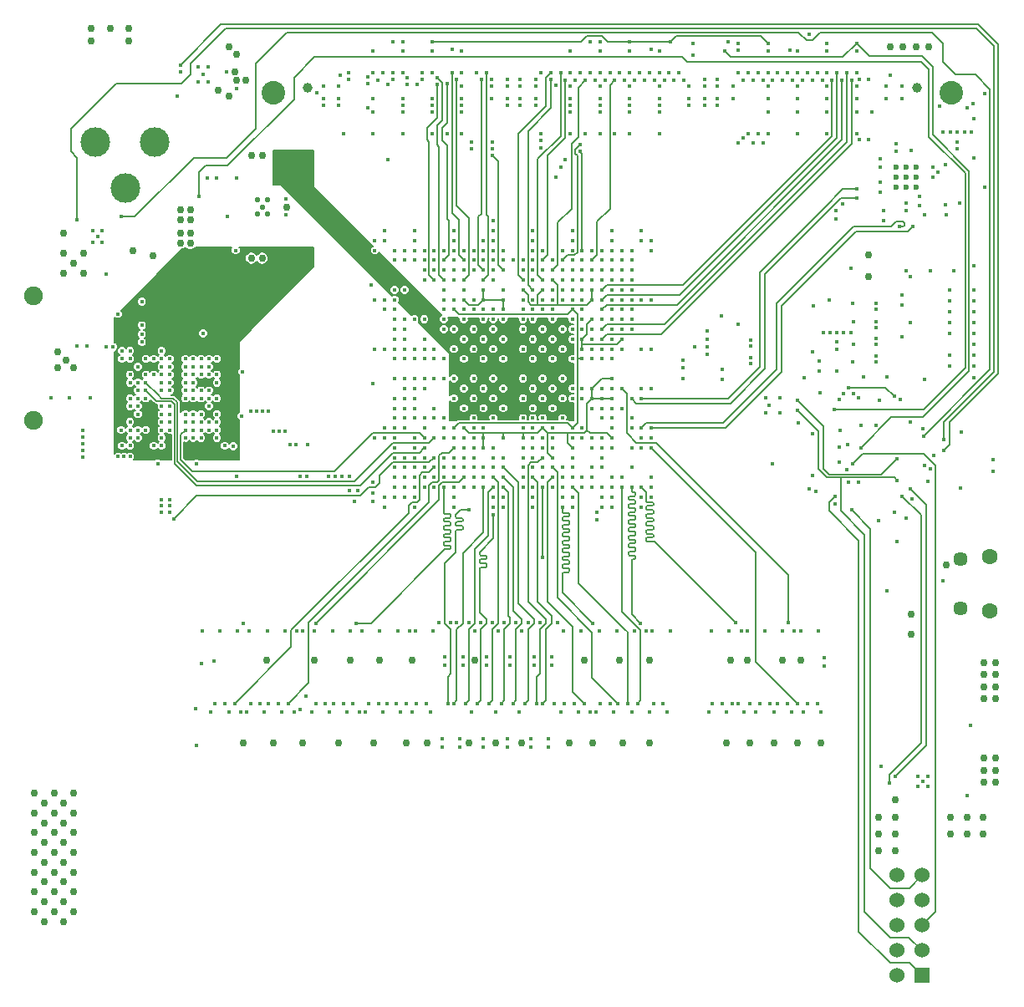
<source format=gbr>
G04 (created by PCBNEW-RS274X (2012-apr-16-27)-stable) date Mon 13 Jan 2014 12:08:28 PM PST*
G01*
G70*
G90*
%MOIN*%
G04 Gerber Fmt 3.4, Leading zero omitted, Abs format*
%FSLAX34Y34*%
G04 APERTURE LIST*
%ADD10C,0.006500*%
%ADD11C,0.017700*%
%ADD12C,0.023600*%
%ADD13C,0.023000*%
%ADD14C,0.074800*%
%ADD15C,0.039400*%
%ADD16C,0.094000*%
%ADD17C,0.063000*%
%ADD18C,0.057100*%
%ADD19R,0.060000X0.060000*%
%ADD20C,0.060000*%
%ADD21C,0.118100*%
%ADD22C,0.030000*%
%ADD23C,0.008000*%
%ADD24C,0.007000*%
G04 APERTURE END LIST*
G54D10*
G54D11*
X67321Y-48150D03*
X67321Y-47756D03*
X67518Y-47953D03*
X67715Y-48150D03*
X67715Y-47756D03*
G54D12*
X67245Y-24252D03*
X66851Y-24252D03*
X66457Y-24252D03*
X67245Y-23858D03*
X66851Y-23858D03*
X66457Y-23858D03*
X67245Y-23464D03*
X66851Y-23464D03*
X66457Y-23464D03*
G54D11*
X34783Y-26456D03*
X34429Y-26456D03*
X34606Y-26220D03*
X34783Y-25984D03*
X34429Y-25984D03*
X38619Y-19468D03*
X39013Y-19468D03*
X38816Y-19763D03*
X38619Y-20058D03*
X39013Y-20058D03*
G54D13*
X41181Y-25039D03*
X41378Y-24744D03*
X40984Y-24744D03*
X40984Y-25334D03*
X41378Y-25334D03*
G54D14*
X32067Y-33544D03*
X32067Y-28603D03*
G54D15*
X67282Y-20271D03*
X42994Y-20271D03*
G54D16*
X68654Y-20472D03*
X41622Y-20472D03*
G54D17*
X70197Y-41161D03*
X70197Y-38995D03*
G54D18*
X69027Y-41057D03*
X69027Y-39099D03*
G54D19*
X67481Y-55696D03*
G54D20*
X66481Y-55696D03*
X67481Y-54696D03*
X66481Y-54696D03*
X67481Y-53696D03*
X66481Y-53696D03*
X67481Y-52696D03*
X66481Y-52696D03*
X67481Y-51696D03*
X66481Y-51696D03*
G54D21*
X36890Y-22441D03*
X34528Y-22441D03*
X35709Y-24291D03*
G54D11*
X67008Y-33622D03*
X67913Y-23858D03*
X66614Y-32716D03*
X67047Y-22795D03*
X66220Y-19803D03*
X65000Y-22362D03*
X65000Y-19961D03*
X65354Y-22362D03*
X65354Y-19961D03*
X65827Y-24055D03*
X65945Y-25590D03*
X65945Y-25197D03*
X66850Y-24882D03*
X50394Y-35827D03*
X50236Y-44842D03*
X51575Y-34646D03*
X50354Y-41614D03*
X49882Y-41614D03*
X50394Y-34646D03*
X50787Y-35433D03*
X51654Y-44842D03*
X53150Y-35433D03*
X51772Y-41614D03*
X48583Y-44842D03*
X49409Y-37126D03*
X52362Y-35039D03*
X52126Y-44842D03*
X51968Y-35827D03*
X52362Y-44842D03*
X50472Y-45197D03*
X52756Y-36220D03*
X50590Y-41968D03*
X51575Y-35433D03*
X50787Y-36220D03*
X50709Y-44842D03*
X50827Y-41614D03*
X51575Y-35827D03*
X51181Y-44842D03*
X50787Y-35827D03*
X53150Y-36614D03*
X51417Y-45197D03*
X53150Y-36220D03*
X51299Y-41614D03*
X53543Y-35827D03*
X51535Y-41968D03*
X50000Y-35433D03*
X49646Y-41968D03*
X50394Y-37323D03*
X49764Y-44842D03*
X52244Y-41614D03*
X53937Y-36220D03*
X49606Y-35039D03*
X48937Y-41614D03*
X54331Y-35827D03*
X59921Y-44842D03*
X42677Y-45079D03*
X48425Y-35827D03*
X60157Y-44842D03*
X54331Y-35433D03*
X42913Y-44567D03*
X48031Y-35827D03*
X52953Y-41614D03*
X54724Y-36220D03*
X52835Y-44842D03*
X54724Y-36614D03*
X56693Y-34646D03*
X62520Y-44842D03*
X60630Y-44842D03*
X55118Y-34646D03*
X55512Y-36220D03*
X56142Y-44842D03*
X53150Y-37008D03*
X54370Y-41653D03*
X51575Y-35039D03*
X46929Y-44842D03*
X48425Y-36220D03*
X44921Y-41653D03*
X48819Y-34646D03*
X42205Y-44842D03*
X40433Y-41653D03*
X47638Y-35827D03*
X55905Y-34646D03*
X61417Y-44842D03*
X61024Y-44842D03*
X55118Y-33858D03*
X59528Y-44842D03*
X55905Y-35433D03*
X56693Y-35827D03*
X59134Y-44842D03*
X54331Y-36220D03*
X54527Y-37205D03*
X54527Y-37520D03*
X53937Y-35827D03*
X55512Y-35827D03*
X57165Y-44842D03*
X55118Y-35827D03*
X56772Y-44842D03*
X53543Y-36220D03*
X55748Y-44842D03*
X52756Y-35433D03*
X55354Y-44842D03*
X55039Y-44842D03*
X55118Y-36220D03*
X54646Y-44842D03*
X54724Y-37008D03*
X53150Y-35827D03*
X53622Y-44842D03*
X53228Y-44842D03*
X52362Y-35433D03*
X47717Y-44842D03*
X52362Y-35827D03*
X51968Y-36220D03*
X47323Y-44842D03*
X46535Y-44842D03*
X51575Y-36220D03*
X51968Y-34646D03*
X46142Y-44842D03*
X55512Y-33071D03*
X63307Y-44842D03*
X45827Y-44842D03*
X50000Y-35827D03*
X45433Y-44842D03*
X49606Y-35827D03*
X44409Y-44842D03*
X48819Y-35827D03*
X49212Y-36220D03*
X44016Y-44842D03*
X55905Y-33465D03*
X62913Y-44842D03*
X43701Y-44842D03*
X48819Y-36220D03*
X43307Y-44842D03*
X49212Y-35433D03*
X41811Y-44842D03*
X48425Y-35039D03*
X48031Y-36220D03*
X41417Y-44842D03*
X62126Y-44842D03*
X55905Y-33858D03*
X41102Y-44842D03*
X48425Y-35433D03*
X47638Y-36220D03*
X40709Y-44842D03*
X39685Y-44842D03*
X46850Y-36220D03*
X39291Y-44842D03*
X46457Y-36614D03*
X61732Y-44842D03*
X56299Y-34646D03*
X62165Y-41614D03*
X55512Y-32283D03*
X60039Y-41614D03*
X56299Y-36220D03*
X56260Y-41653D03*
X55905Y-36220D03*
X52756Y-35827D03*
X54016Y-44842D03*
X52362Y-39016D03*
X52362Y-36220D03*
X44803Y-44842D03*
X49606Y-36220D03*
X43307Y-41653D03*
X49212Y-35827D03*
X40079Y-44842D03*
X48031Y-35433D03*
X48819Y-44842D03*
X50000Y-36220D03*
X47244Y-35827D03*
X48228Y-41614D03*
X49528Y-45197D03*
X50787Y-35039D03*
X49291Y-44842D03*
X50394Y-36220D03*
X48701Y-41614D03*
X49212Y-35039D03*
X63583Y-43031D03*
X53543Y-34646D03*
X51575Y-34252D03*
X55118Y-31890D03*
X50000Y-34252D03*
X52756Y-35039D03*
X55118Y-32677D03*
X52362Y-33858D03*
X50000Y-34646D03*
X54331Y-32677D03*
X54724Y-32677D03*
X55118Y-34252D03*
X49212Y-33858D03*
X54331Y-32283D03*
X50787Y-34252D03*
X49409Y-41614D03*
X49606Y-35433D03*
X48031Y-30709D03*
X46457Y-31102D03*
X47638Y-30315D03*
X64173Y-32716D03*
X47244Y-31102D03*
X64016Y-36575D03*
X64685Y-37126D03*
X48031Y-31102D03*
X61378Y-32953D03*
X47638Y-31102D03*
X64724Y-35276D03*
X48425Y-31102D03*
X48425Y-31890D03*
X46850Y-31102D03*
X46457Y-30709D03*
X38425Y-31732D03*
X46850Y-29527D03*
X38110Y-31417D03*
X39370Y-31732D03*
X46850Y-30315D03*
X37480Y-31417D03*
X46457Y-29527D03*
X46457Y-28740D03*
X37165Y-31102D03*
X46850Y-28346D03*
X36535Y-31102D03*
X46457Y-30315D03*
X39055Y-31417D03*
X46850Y-29921D03*
X38425Y-31102D03*
X38110Y-31102D03*
X46457Y-29921D03*
X37480Y-31102D03*
X46457Y-29134D03*
X64882Y-24685D03*
X55905Y-32677D03*
X50787Y-37008D03*
X67126Y-25827D03*
X56693Y-33858D03*
X64882Y-24331D03*
X50787Y-36614D03*
X56299Y-32677D03*
X56299Y-33858D03*
X66575Y-25827D03*
X66378Y-32598D03*
X64567Y-32244D03*
X64212Y-33937D03*
X62795Y-31850D03*
X54331Y-27559D03*
X57992Y-20000D03*
X54331Y-26772D03*
X56811Y-20000D03*
X53937Y-27165D03*
X56614Y-19685D03*
X53543Y-26772D03*
X56417Y-20000D03*
X53150Y-26772D03*
X56220Y-19685D03*
X53543Y-27165D03*
X56024Y-20000D03*
X55512Y-26772D03*
X52756Y-27165D03*
X55630Y-20000D03*
X52362Y-26772D03*
X55433Y-19685D03*
X53937Y-28346D03*
X55236Y-22126D03*
X54331Y-27165D03*
X55236Y-20001D03*
X51968Y-27165D03*
X55039Y-19685D03*
X51968Y-26772D03*
X54842Y-20000D03*
X57795Y-19685D03*
X51575Y-27165D03*
X54449Y-20000D03*
X51181Y-27165D03*
X54252Y-19685D03*
X53543Y-28346D03*
X54055Y-22126D03*
X54055Y-20000D03*
X52756Y-27559D03*
X53150Y-27165D03*
X53858Y-22559D03*
X53858Y-19685D03*
X53858Y-22835D03*
X53937Y-26772D03*
X53661Y-20000D03*
X55118Y-26772D03*
X53268Y-23150D03*
X53937Y-27953D03*
X52362Y-27165D03*
X53268Y-20000D03*
X53937Y-27559D03*
X53071Y-23465D03*
X52362Y-27953D03*
X53071Y-19685D03*
X52874Y-23858D03*
X52362Y-29134D03*
X52756Y-28346D03*
X52874Y-20197D03*
X51968Y-28740D03*
X52283Y-22677D03*
X51575Y-27953D03*
X52677Y-19685D03*
X51968Y-29134D03*
X52283Y-22402D03*
X51968Y-28346D03*
X52677Y-19961D03*
X57598Y-20000D03*
X52283Y-22126D03*
X52362Y-27559D03*
X52283Y-19685D03*
X51575Y-27559D03*
X54724Y-27165D03*
X57401Y-19685D03*
X54724Y-26772D03*
X57205Y-20000D03*
X61338Y-18504D03*
X55827Y-18465D03*
X57441Y-18465D03*
X47953Y-18465D03*
X54331Y-28740D03*
X51575Y-28346D03*
X52362Y-28346D03*
X54331Y-28346D03*
X52756Y-27953D03*
X50354Y-22441D03*
X48425Y-27559D03*
X50000Y-27953D03*
X50118Y-19685D03*
X50394Y-27165D03*
X49212Y-27953D03*
X48937Y-19961D03*
X50394Y-26772D03*
X48740Y-19685D03*
X49212Y-27165D03*
X48543Y-22126D03*
X49212Y-28346D03*
X48543Y-20118D03*
X48425Y-27165D03*
X50000Y-27165D03*
X48031Y-27953D03*
X48149Y-20157D03*
X50000Y-26772D03*
X48150Y-19882D03*
X48425Y-27953D03*
X49606Y-27559D03*
X50354Y-22716D03*
X49606Y-26772D03*
X47559Y-19961D03*
X49606Y-27165D03*
X47559Y-19685D03*
X49212Y-26772D03*
X47362Y-20157D03*
X48819Y-27165D03*
X46968Y-20158D03*
X48819Y-26772D03*
X46968Y-19882D03*
X49921Y-19961D03*
X50000Y-27559D03*
X48031Y-27165D03*
X46378Y-19961D03*
X48031Y-26772D03*
X46378Y-19685D03*
X46181Y-23150D03*
X48425Y-28346D03*
X46181Y-20157D03*
X47638Y-27165D03*
X45984Y-19685D03*
X47638Y-26772D03*
X45787Y-20000D03*
X50787Y-27559D03*
X50354Y-22993D03*
X47244Y-27165D03*
X45394Y-19842D03*
X47244Y-26772D03*
X45394Y-20118D03*
X46850Y-26772D03*
X45394Y-21102D03*
X46850Y-27165D03*
X44606Y-19961D03*
X46457Y-26772D03*
X44606Y-19685D03*
X48425Y-26772D03*
X49724Y-19685D03*
X44409Y-22126D03*
X44291Y-19803D03*
X48031Y-27559D03*
X49527Y-22441D03*
X50787Y-27165D03*
X49212Y-27559D03*
X49527Y-22716D03*
X50787Y-26772D03*
X50000Y-28346D03*
X49212Y-28740D03*
X50787Y-28740D03*
X50000Y-28740D03*
X50787Y-29134D03*
X55905Y-29921D03*
X64685Y-20000D03*
X54724Y-30315D03*
X55905Y-28740D03*
X63504Y-20000D03*
X55118Y-30315D03*
X55512Y-28346D03*
X55512Y-29921D03*
X63307Y-19685D03*
X55905Y-28346D03*
X63110Y-20000D03*
X55118Y-29921D03*
X55512Y-27953D03*
X55118Y-29134D03*
X62913Y-19685D03*
X55905Y-27953D03*
X55512Y-28740D03*
X62716Y-20000D03*
X55512Y-29527D03*
X55512Y-27559D03*
X62323Y-20000D03*
X55118Y-28740D03*
X55905Y-27559D03*
X62126Y-19685D03*
X55118Y-28346D03*
X55512Y-27165D03*
X55118Y-27953D03*
X61929Y-20000D03*
X55905Y-27165D03*
X55118Y-27559D03*
X61732Y-19685D03*
X55905Y-26772D03*
X61535Y-20000D03*
X55118Y-27165D03*
X64488Y-19685D03*
X54724Y-29921D03*
X61142Y-22480D03*
X61142Y-20000D03*
X60945Y-22126D03*
X60945Y-19685D03*
X60748Y-22480D03*
X60748Y-20000D03*
X60551Y-22126D03*
X60551Y-19685D03*
X60354Y-22283D03*
X60354Y-20000D03*
X55905Y-29527D03*
X60157Y-22480D03*
X60157Y-19685D03*
X64291Y-20000D03*
X54724Y-29134D03*
X55512Y-29134D03*
X64094Y-19685D03*
X54724Y-28740D03*
X55905Y-29134D03*
X54724Y-28346D03*
X63898Y-20000D03*
X55118Y-31102D03*
X64370Y-32480D03*
X54331Y-29527D03*
X55512Y-30315D03*
X53937Y-30315D03*
X53937Y-30709D03*
X48819Y-33858D03*
X53937Y-31102D03*
X53543Y-33858D03*
X53543Y-29134D03*
X48819Y-29134D03*
X48031Y-31890D03*
X39055Y-32677D03*
X47244Y-31890D03*
X39370Y-32677D03*
X47244Y-34646D03*
X36535Y-32677D03*
X47638Y-34646D03*
X36535Y-32362D03*
X46850Y-32283D03*
X40945Y-33189D03*
X46457Y-32677D03*
X41417Y-33189D03*
X46850Y-35039D03*
X43819Y-35787D03*
X46457Y-34252D03*
X42677Y-35787D03*
X44645Y-35787D03*
X46457Y-35433D03*
X46850Y-35827D03*
X44646Y-36339D03*
X46457Y-36220D03*
X44842Y-36772D03*
X45000Y-36339D03*
X46457Y-35827D03*
X46850Y-32677D03*
X41181Y-33189D03*
X41614Y-33976D03*
X46850Y-33071D03*
X46457Y-33071D03*
X41850Y-33976D03*
X46850Y-33465D03*
X42087Y-33976D03*
X46457Y-33465D03*
X42283Y-34527D03*
X42992Y-34527D03*
X46850Y-33858D03*
X42520Y-34527D03*
X46457Y-33858D03*
X46457Y-34646D03*
X42953Y-35787D03*
X46850Y-35433D03*
X44369Y-35787D03*
X44094Y-35787D03*
X46457Y-35039D03*
X39055Y-32992D03*
X47638Y-31890D03*
X47244Y-35039D03*
X37480Y-33937D03*
X48031Y-33071D03*
X38740Y-34252D03*
X47638Y-33858D03*
X38110Y-34252D03*
X47638Y-34252D03*
X38110Y-33937D03*
X39055Y-33622D03*
X47244Y-32677D03*
X46850Y-31890D03*
X40709Y-33189D03*
X36850Y-31732D03*
X47244Y-34252D03*
X36535Y-32047D03*
X48031Y-34252D03*
X33799Y-30590D03*
X64882Y-18504D03*
X65039Y-34646D03*
X59606Y-18819D03*
X38740Y-43268D03*
X68111Y-23661D03*
X47244Y-36220D03*
X64567Y-36024D03*
X67914Y-23465D03*
X64961Y-36024D03*
X39252Y-43150D03*
X46850Y-36614D03*
X62520Y-22126D03*
X61338Y-21260D03*
X64882Y-21260D03*
X60157Y-18504D03*
X63701Y-21260D03*
X63701Y-22126D03*
X56693Y-28740D03*
X55118Y-29527D03*
X61338Y-22126D03*
X53937Y-29921D03*
X56693Y-30709D03*
X54331Y-29921D03*
X56693Y-26378D03*
X62520Y-21260D03*
X55512Y-30709D03*
X64882Y-22126D03*
X55118Y-30709D03*
X60157Y-18779D03*
X54646Y-22126D03*
X55827Y-21260D03*
X53543Y-27559D03*
X57008Y-21260D03*
X56299Y-25984D03*
X57008Y-18819D03*
X55827Y-18819D03*
X52362Y-28740D03*
X51575Y-28740D03*
X54646Y-18465D03*
X51968Y-27559D03*
X54646Y-19685D03*
X52756Y-28740D03*
X53464Y-22126D03*
X54724Y-27559D03*
X51968Y-25984D03*
X53464Y-19685D03*
X54646Y-18819D03*
X57008Y-19685D03*
X57008Y-22126D03*
X55827Y-19685D03*
X55827Y-22126D03*
X53464Y-18819D03*
X53543Y-25984D03*
X55118Y-25984D03*
X54646Y-21260D03*
X53150Y-28740D03*
X51575Y-29134D03*
X53464Y-21260D03*
X45590Y-22126D03*
X48819Y-25984D03*
X47638Y-27559D03*
X45590Y-21260D03*
X49134Y-18819D03*
X47953Y-18819D03*
X46063Y-25984D03*
X49134Y-21260D03*
X47244Y-25984D03*
X50787Y-28346D03*
X47953Y-19685D03*
X46772Y-21260D03*
X50394Y-27559D03*
X50000Y-29134D03*
X46772Y-18819D03*
X50394Y-29134D03*
X46772Y-22126D03*
X45590Y-18819D03*
X47953Y-22126D03*
X47953Y-21260D03*
X46772Y-18465D03*
X49134Y-19685D03*
X49134Y-22126D03*
X49606Y-28740D03*
X46772Y-19685D03*
X48819Y-27559D03*
X45590Y-19685D03*
X50394Y-25984D03*
X61338Y-19685D03*
X63701Y-18504D03*
X62520Y-18819D03*
X62520Y-19685D03*
X63701Y-19685D03*
X64882Y-18819D03*
X61338Y-18819D03*
X64882Y-19685D03*
X63701Y-18819D03*
X68346Y-34764D03*
X37913Y-19370D03*
X38543Y-46535D03*
X65748Y-37559D03*
X66378Y-37205D03*
X38504Y-45039D03*
X62519Y-32757D03*
X66496Y-35079D03*
X66496Y-35945D03*
X62519Y-33150D03*
X67087Y-36693D03*
X64527Y-34527D03*
X66693Y-28937D03*
X62992Y-36299D03*
X69016Y-36260D03*
X69567Y-28779D03*
X64488Y-35512D03*
X66102Y-31811D03*
X69567Y-30945D03*
X67835Y-35472D03*
X69567Y-29213D03*
X67598Y-35354D03*
X67953Y-34961D03*
X69567Y-30079D03*
X66693Y-28543D03*
X66693Y-30236D03*
X63268Y-36378D03*
X67559Y-34173D03*
X35551Y-25433D03*
X33779Y-25551D03*
X68346Y-34331D03*
X66417Y-47756D03*
X67008Y-36299D03*
X38661Y-24606D03*
X63976Y-33110D03*
X42126Y-25354D03*
X64961Y-32638D03*
X42126Y-24724D03*
X64764Y-32480D03*
X66181Y-48031D03*
X66693Y-36575D03*
X65787Y-32756D03*
X59488Y-29370D03*
X68189Y-21024D03*
X67520Y-33898D03*
X37165Y-33937D03*
X47244Y-35433D03*
X46457Y-28346D03*
X37165Y-31417D03*
X46063Y-33858D03*
X40158Y-35787D03*
X39055Y-32362D03*
X46850Y-30709D03*
X39370Y-33622D03*
X47244Y-33071D03*
X35590Y-31102D03*
X35905Y-32677D03*
X35905Y-33937D03*
X35905Y-31732D03*
X34961Y-30630D03*
X35905Y-32992D03*
X36535Y-33937D03*
X35236Y-30630D03*
X36220Y-34252D03*
X35905Y-34567D03*
X35590Y-30787D03*
X37165Y-34252D03*
X35905Y-35000D03*
X35669Y-35000D03*
X35433Y-35000D03*
X36378Y-30433D03*
X60157Y-29724D03*
X46063Y-28740D03*
X39370Y-33937D03*
X39055Y-33937D03*
G54D22*
X37913Y-26102D03*
G54D11*
X61575Y-45197D03*
X36220Y-32362D03*
X43346Y-20472D03*
X52716Y-43307D03*
G54D22*
X67047Y-42087D03*
G54D11*
X50787Y-32283D03*
X48819Y-34252D03*
X35551Y-33937D03*
X56299Y-30709D03*
X52756Y-30315D03*
X38425Y-34252D03*
X49134Y-20984D03*
X66851Y-23858D03*
X64724Y-31220D03*
X47638Y-30709D03*
X51968Y-32283D03*
X57008Y-20236D03*
X49212Y-30315D03*
X56024Y-41968D03*
X64370Y-30039D03*
X53150Y-27953D03*
X50945Y-20984D03*
X38819Y-30079D03*
X38816Y-19763D03*
X38110Y-32047D03*
X55118Y-26378D03*
X54724Y-33465D03*
X59527Y-31535D03*
X58937Y-30000D03*
X51575Y-32677D03*
X49212Y-29527D03*
X38740Y-31732D03*
X41260Y-45197D03*
X59764Y-18465D03*
X53464Y-20236D03*
X45590Y-36024D03*
X45039Y-45197D03*
G54D22*
X37913Y-26496D03*
G54D11*
X65669Y-29134D03*
X49055Y-46575D03*
X53543Y-35039D03*
X51968Y-33071D03*
X47638Y-32283D03*
X44212Y-20709D03*
X46772Y-20984D03*
X47244Y-26378D03*
X51968Y-31102D03*
X54724Y-27953D03*
X61810Y-32638D03*
G54D22*
X36024Y-26772D03*
G54D11*
X46063Y-36614D03*
X50394Y-26378D03*
X58189Y-20236D03*
X69449Y-22047D03*
X52008Y-43307D03*
X40020Y-34587D03*
X63819Y-30039D03*
X47874Y-45197D03*
X52362Y-29921D03*
X34035Y-34488D03*
X50394Y-36614D03*
X52756Y-31102D03*
X53464Y-20984D03*
X50394Y-35039D03*
X37795Y-20630D03*
G54D22*
X67047Y-41299D03*
G54D11*
X32756Y-32657D03*
X33484Y-32657D03*
X53937Y-28740D03*
X50000Y-33071D03*
X63110Y-35748D03*
X47244Y-36614D03*
X52087Y-20984D03*
X52087Y-20709D03*
X46378Y-18465D03*
X35905Y-34252D03*
X56299Y-26378D03*
X54646Y-20984D03*
X36378Y-29764D03*
X36850Y-34567D03*
X35905Y-30787D03*
X46693Y-45197D03*
X42441Y-45197D03*
X45276Y-45197D03*
X57323Y-45197D03*
X58346Y-18504D03*
X54331Y-30315D03*
X37008Y-35276D03*
X34961Y-27716D03*
G54D22*
X70433Y-47520D03*
G54D11*
X68425Y-23346D03*
X36850Y-31102D03*
X56299Y-28740D03*
X62401Y-41968D03*
G54D22*
X68622Y-49370D03*
G54D11*
X55197Y-45197D03*
X47638Y-27953D03*
G54D22*
X39842Y-20630D03*
G54D11*
X54331Y-30709D03*
X39370Y-32047D03*
X51575Y-33465D03*
X40551Y-45197D03*
X64172Y-34626D03*
X66850Y-25197D03*
X65650Y-33740D03*
X52756Y-32283D03*
X51575Y-29921D03*
X40394Y-31614D03*
X46457Y-31890D03*
X39370Y-33307D03*
G54D22*
X39842Y-18661D03*
G54D11*
X41969Y-45197D03*
X47638Y-29527D03*
X49212Y-33071D03*
X50394Y-29921D03*
G54D22*
X38307Y-26496D03*
G54D11*
X52756Y-29134D03*
X48819Y-35039D03*
X52087Y-20236D03*
X70315Y-35592D03*
G54D22*
X41181Y-27087D03*
G54D11*
X35905Y-31102D03*
X64055Y-25197D03*
X62559Y-33661D03*
X50787Y-30315D03*
X51575Y-29527D03*
X44212Y-20236D03*
G54D22*
X69961Y-47992D03*
X68464Y-39331D03*
G54D11*
X64882Y-20236D03*
X46772Y-20709D03*
X37165Y-32992D03*
X45590Y-36772D03*
X64331Y-24921D03*
X51457Y-20236D03*
X50000Y-30315D03*
X50394Y-32677D03*
X44567Y-45197D03*
X56693Y-26772D03*
X38110Y-33307D03*
X57008Y-20984D03*
X51968Y-26378D03*
X49606Y-30709D03*
X37500Y-36968D03*
X56299Y-36614D03*
X56299Y-34252D03*
X55118Y-36614D03*
X59527Y-31929D03*
X49134Y-20236D03*
X69567Y-27382D03*
X51575Y-30709D03*
X59331Y-19961D03*
X48819Y-30709D03*
G54D22*
X69921Y-49370D03*
G54D11*
X37480Y-33307D03*
X53543Y-32677D03*
X66693Y-20236D03*
X40315Y-45197D03*
X48425Y-29921D03*
X58937Y-30905D03*
X54724Y-34252D03*
X34173Y-30590D03*
G54D22*
X40748Y-22992D03*
G54D11*
X62520Y-20236D03*
X34035Y-34232D03*
X53543Y-27953D03*
X51457Y-20984D03*
X46063Y-30709D03*
G54D22*
X69291Y-49370D03*
G54D11*
X64646Y-27480D03*
X38425Y-32047D03*
G54D22*
X68622Y-50039D03*
G54D11*
X37500Y-36732D03*
X49606Y-29921D03*
X50394Y-31890D03*
X37480Y-32362D03*
X67008Y-27835D03*
X52362Y-30709D03*
X54488Y-45197D03*
X63583Y-43346D03*
X40118Y-26772D03*
X50787Y-33071D03*
X54724Y-29527D03*
X47638Y-33465D03*
X38425Y-32362D03*
X50315Y-20236D03*
X36220Y-33307D03*
X53150Y-32677D03*
X54252Y-18465D03*
X52756Y-33858D03*
X36220Y-32047D03*
X53464Y-20709D03*
X68307Y-39960D03*
X45590Y-20709D03*
X39134Y-45197D03*
X48819Y-31890D03*
X64646Y-30039D03*
X58189Y-20709D03*
X36220Y-33937D03*
X51575Y-31890D03*
X59961Y-20236D03*
X55827Y-20709D03*
X52756Y-34646D03*
X37165Y-32362D03*
X64094Y-30039D03*
X38740Y-31417D03*
X36220Y-32677D03*
X35905Y-32047D03*
X38425Y-33937D03*
X37165Y-30787D03*
X53543Y-31102D03*
X49212Y-29134D03*
X50000Y-26378D03*
X60275Y-41968D03*
G54D22*
X40748Y-27087D03*
G54D11*
X58819Y-20236D03*
X54724Y-31102D03*
X58819Y-19961D03*
X58937Y-30315D03*
X58976Y-45197D03*
X46575Y-41968D03*
X62283Y-45197D03*
X53543Y-32283D03*
X69567Y-30512D03*
X53150Y-29921D03*
X51457Y-19961D03*
X49606Y-33858D03*
X58189Y-20984D03*
X51968Y-36614D03*
X50000Y-31102D03*
X53937Y-29527D03*
X44685Y-41968D03*
X54252Y-45197D03*
X47638Y-35039D03*
X47165Y-45197D03*
G54D22*
X39409Y-20394D03*
G54D11*
X58937Y-30630D03*
X39055Y-31102D03*
X62756Y-45197D03*
X50118Y-43307D03*
X49212Y-32283D03*
X57441Y-41968D03*
X34035Y-34744D03*
X63701Y-20236D03*
X70000Y-20512D03*
X66063Y-20709D03*
X48346Y-46575D03*
X50394Y-33465D03*
X50945Y-19961D03*
X53150Y-33465D03*
X45866Y-41968D03*
X56614Y-45197D03*
X50394Y-27953D03*
X65827Y-23110D03*
X54724Y-30709D03*
X42087Y-41968D03*
X43858Y-45197D03*
X37480Y-32047D03*
X58819Y-20709D03*
X53150Y-30709D03*
X52756Y-29527D03*
X57008Y-20709D03*
X35413Y-29311D03*
X68898Y-22047D03*
X43622Y-20984D03*
X61338Y-20236D03*
X51890Y-46575D03*
X65669Y-31220D03*
X60866Y-45197D03*
X39488Y-41968D03*
X36378Y-30118D03*
X48819Y-27953D03*
X49212Y-34252D03*
X67401Y-24980D03*
X59331Y-20984D03*
X42559Y-41968D03*
X53543Y-36614D03*
X63346Y-41968D03*
X62520Y-20709D03*
X37165Y-33307D03*
X68976Y-24882D03*
X36535Y-31732D03*
X53543Y-30315D03*
X59685Y-45197D03*
G54D22*
X33346Y-31142D03*
X33661Y-31457D03*
G54D11*
X38976Y-23898D03*
X34035Y-33957D03*
X39843Y-45197D03*
X54724Y-33071D03*
X37165Y-34567D03*
X43976Y-41968D03*
X35905Y-33622D03*
X67518Y-47953D03*
X50945Y-20236D03*
X53780Y-45197D03*
X53071Y-45197D03*
X47953Y-20709D03*
X46063Y-26378D03*
X38425Y-32677D03*
X40157Y-20315D03*
X54724Y-32283D03*
X55906Y-45197D03*
X53543Y-29527D03*
X37500Y-37205D03*
X49606Y-31890D03*
G54D22*
X33031Y-30827D03*
G54D11*
X51968Y-27953D03*
X43150Y-45197D03*
X66063Y-20236D03*
X50945Y-46575D03*
X51968Y-35039D03*
X48819Y-28740D03*
X63543Y-30039D03*
X66850Y-27598D03*
G54D22*
X40147Y-18966D03*
G54D11*
X48425Y-28740D03*
X54646Y-20236D03*
X42795Y-41968D03*
X48819Y-29921D03*
X38425Y-33307D03*
X47992Y-41968D03*
X50787Y-31102D03*
X53543Y-28740D03*
X47047Y-41968D03*
X55315Y-41968D03*
X65866Y-47362D03*
X59961Y-20709D03*
X41378Y-41968D03*
X45669Y-26772D03*
X37480Y-32992D03*
G54D22*
X70433Y-47992D03*
G54D11*
X53543Y-34252D03*
X53150Y-31890D03*
X56496Y-41968D03*
X63701Y-20709D03*
X52362Y-33465D03*
X58819Y-20984D03*
X50315Y-20709D03*
X59803Y-41968D03*
X59094Y-41968D03*
X50945Y-20709D03*
X50787Y-29527D03*
X63465Y-45197D03*
X39370Y-23898D03*
X46063Y-29134D03*
X60512Y-41968D03*
X50394Y-30709D03*
X66102Y-40354D03*
X54331Y-33071D03*
X43622Y-20236D03*
X53898Y-41968D03*
X68583Y-29646D03*
X49606Y-29134D03*
X49134Y-20709D03*
X48425Y-34252D03*
X65827Y-24449D03*
X51968Y-33465D03*
G54D22*
X69961Y-47520D03*
X70433Y-47008D03*
G54D11*
X70000Y-24252D03*
X52598Y-46575D03*
X67598Y-31929D03*
X49173Y-43307D03*
G54D22*
X69921Y-50039D03*
G54D11*
X36220Y-32992D03*
X49606Y-32677D03*
X45984Y-45197D03*
X50315Y-19961D03*
X51063Y-43307D03*
X38740Y-31102D03*
X59331Y-20709D03*
X48819Y-26378D03*
G54D22*
X38307Y-26102D03*
G54D11*
X38543Y-35276D03*
X61338Y-20709D03*
G54D22*
X41181Y-22992D03*
G54D11*
X48464Y-43307D03*
X61535Y-35276D03*
X50394Y-29527D03*
X66850Y-37441D03*
G54D22*
X36811Y-26988D03*
G54D11*
X65669Y-30984D03*
X51457Y-20709D03*
G54D22*
X33031Y-31457D03*
G54D11*
X65669Y-28898D03*
X52087Y-19961D03*
X45512Y-28150D03*
X62992Y-18150D03*
X50000Y-29527D03*
X66693Y-20709D03*
X55827Y-20236D03*
X38110Y-32677D03*
X51968Y-29527D03*
X68622Y-22047D03*
X64882Y-20709D03*
X38425Y-33622D03*
X60394Y-45197D03*
X48819Y-32677D03*
X50000Y-46575D03*
X55827Y-20984D03*
X54646Y-20709D03*
X68583Y-30079D03*
X54331Y-31102D03*
X62638Y-41968D03*
X53543Y-26378D03*
X69567Y-31850D03*
X40669Y-41968D03*
X34311Y-32657D03*
X43622Y-20709D03*
X64016Y-36890D03*
X43268Y-41968D03*
X61929Y-41968D03*
X60669Y-30354D03*
X48425Y-33465D03*
X53189Y-41968D03*
X63110Y-34094D03*
X45157Y-41968D03*
X50394Y-25590D03*
X61259Y-32638D03*
X56693Y-36220D03*
X40354Y-33386D03*
X50000Y-33858D03*
X69173Y-22047D03*
X35590Y-34567D03*
X70315Y-35119D03*
X68327Y-22047D03*
X63779Y-28740D03*
X54724Y-35039D03*
X63110Y-30827D03*
G54D22*
X69961Y-47008D03*
G54D11*
X50000Y-32283D03*
X52362Y-31890D03*
X60669Y-30590D03*
X46457Y-27165D03*
X36220Y-31417D03*
X59331Y-20236D03*
G54D22*
X42165Y-25039D03*
G54D11*
X53543Y-29921D03*
X49212Y-31102D03*
X54606Y-41968D03*
X69527Y-20905D03*
X61220Y-41968D03*
X56732Y-41968D03*
X52756Y-33071D03*
X46063Y-34252D03*
X48819Y-36614D03*
X56299Y-32283D03*
X51968Y-30315D03*
X53937Y-34252D03*
X34606Y-26220D03*
X68425Y-24961D03*
X49606Y-33465D03*
X40197Y-41968D03*
X66457Y-22520D03*
X64724Y-28898D03*
X54331Y-27953D03*
X34035Y-35020D03*
X47283Y-41968D03*
X37165Y-32047D03*
X47953Y-20984D03*
X38110Y-32362D03*
X37913Y-19646D03*
X44212Y-20984D03*
G54D22*
X69291Y-50039D03*
G54D11*
X52362Y-32677D03*
X54724Y-34646D03*
X54331Y-34252D03*
X52362Y-34252D03*
X52362Y-34646D03*
X37638Y-37480D03*
X48031Y-35039D03*
X53150Y-27559D03*
X53150Y-28346D03*
X69567Y-28346D03*
X69567Y-31378D03*
X39055Y-34252D03*
X36850Y-34252D03*
X37126Y-30472D03*
X36220Y-31732D03*
X39685Y-33307D03*
X38543Y-34961D03*
G54D22*
X42362Y-27087D03*
G54D11*
X38740Y-30787D03*
X40039Y-33386D03*
X36220Y-33622D03*
X36043Y-29311D03*
X39685Y-32047D03*
X38819Y-30394D03*
X40079Y-31614D03*
G54D22*
X42795Y-27087D03*
X41929Y-27087D03*
G54D11*
X37008Y-34961D03*
X38425Y-34567D03*
X39803Y-25433D03*
X36850Y-30787D03*
X35768Y-29311D03*
X52756Y-32677D03*
X52362Y-33071D03*
X50787Y-32677D03*
X51575Y-32283D03*
X49606Y-29527D03*
X49606Y-33071D03*
X50787Y-31890D03*
X51575Y-30315D03*
X52362Y-31102D03*
X49606Y-31102D03*
X53543Y-31890D03*
X53543Y-30709D03*
X51968Y-32677D03*
X53150Y-32283D03*
X52362Y-32283D03*
X49212Y-32677D03*
X49212Y-29921D03*
X50000Y-31890D03*
X53543Y-31496D03*
X48819Y-31102D03*
X50787Y-29921D03*
G54D22*
X42362Y-22992D03*
G54D11*
X49606Y-32283D03*
X50000Y-33465D03*
X50787Y-30709D03*
X53150Y-33071D03*
X52756Y-33465D03*
X53150Y-29527D03*
X49212Y-30709D03*
X51968Y-29921D03*
G54D22*
X41929Y-22992D03*
G54D11*
X53150Y-31102D03*
X50000Y-32677D03*
X51575Y-33071D03*
X52756Y-30709D03*
X50787Y-33465D03*
X40157Y-23898D03*
X49212Y-31890D03*
X50394Y-30315D03*
X53150Y-30315D03*
X48819Y-29527D03*
X51575Y-31102D03*
X52756Y-29921D03*
X52362Y-29527D03*
X49606Y-30315D03*
X52756Y-31890D03*
X50394Y-32283D03*
X50000Y-30709D03*
X50394Y-31102D03*
X51968Y-30709D03*
X52362Y-30315D03*
G54D22*
X42795Y-22992D03*
G54D11*
X51968Y-31890D03*
X50394Y-33071D03*
X50000Y-29921D03*
G54D22*
X70433Y-43701D03*
G54D11*
X54724Y-35433D03*
X38740Y-32362D03*
X61259Y-33268D03*
X51968Y-33858D03*
G54D22*
X44685Y-43110D03*
G54D11*
X53543Y-37008D03*
X55118Y-33465D03*
X47244Y-33465D03*
G54D22*
X56614Y-43110D03*
X59685Y-46417D03*
X49409Y-46417D03*
G54D11*
X51968Y-35433D03*
G54D22*
X60512Y-43110D03*
G54D11*
X38110Y-31732D03*
X45669Y-26378D03*
G54D22*
X43268Y-43110D03*
G54D11*
X39055Y-31732D03*
X69291Y-48504D03*
G54D22*
X41338Y-43110D03*
G54D11*
X51968Y-37008D03*
X37146Y-36968D03*
X49055Y-46260D03*
G54D22*
X69961Y-44173D03*
X70433Y-44646D03*
X44212Y-46417D03*
X40433Y-46417D03*
G54D11*
X56693Y-32283D03*
X64055Y-25512D03*
G54D22*
X49646Y-43110D03*
X69961Y-43701D03*
X55433Y-43110D03*
G54D11*
X51575Y-33858D03*
X55118Y-37008D03*
X53543Y-35433D03*
X56693Y-34252D03*
G54D22*
X47165Y-43110D03*
G54D11*
X45669Y-34252D03*
X37165Y-31732D03*
G54D22*
X69961Y-43228D03*
G54D11*
X48819Y-35433D03*
X49173Y-42992D03*
X49212Y-34646D03*
X52756Y-34252D03*
X51890Y-46260D03*
G54D22*
X62520Y-46417D03*
G54D11*
X37165Y-33622D03*
X47638Y-35433D03*
X39370Y-34252D03*
X53937Y-32283D03*
G54D22*
X59842Y-43110D03*
X54370Y-46417D03*
G54D11*
X38740Y-32677D03*
G54D22*
X55551Y-46417D03*
G54D11*
X50000Y-46260D03*
X45590Y-32087D03*
X55118Y-32283D03*
X48425Y-29527D03*
X37146Y-36732D03*
X51968Y-34252D03*
G54D22*
X45866Y-43110D03*
G54D11*
X48031Y-33465D03*
X51063Y-42992D03*
X37480Y-33622D03*
X37480Y-31732D03*
X37146Y-37205D03*
X47244Y-32283D03*
X38740Y-33937D03*
X50394Y-35433D03*
G54D22*
X56614Y-46417D03*
G54D11*
X69409Y-45709D03*
G54D22*
X54016Y-43110D03*
G54D11*
X48464Y-42992D03*
X52716Y-42992D03*
X45590Y-36457D03*
G54D22*
X61929Y-43110D03*
G54D11*
X47244Y-37008D03*
X54331Y-34646D03*
X56299Y-37008D03*
X50118Y-42992D03*
X47244Y-29527D03*
X47244Y-30709D03*
G54D22*
X41614Y-46417D03*
X60630Y-46417D03*
X61575Y-46417D03*
X62638Y-43110D03*
G54D11*
X56693Y-36614D03*
X52008Y-42992D03*
X39685Y-34567D03*
G54D22*
X45630Y-46417D03*
G54D11*
X38740Y-33307D03*
X45669Y-28740D03*
G54D22*
X46929Y-46417D03*
G54D11*
X48819Y-37008D03*
G54D22*
X42795Y-46417D03*
X70433Y-44173D03*
X47756Y-46417D03*
X53425Y-46417D03*
G54D11*
X53937Y-32677D03*
X55118Y-33071D03*
G54D22*
X63464Y-46417D03*
G54D11*
X48346Y-46260D03*
X49606Y-34646D03*
G54D22*
X70433Y-43228D03*
G54D11*
X46063Y-37008D03*
X45669Y-30709D03*
X50945Y-46260D03*
X38425Y-31417D03*
X49606Y-34252D03*
X38110Y-33622D03*
X39370Y-31102D03*
X50394Y-37008D03*
G54D22*
X50472Y-46417D03*
X51535Y-46417D03*
G54D11*
X38740Y-33622D03*
G54D22*
X69961Y-44646D03*
G54D11*
X52598Y-46260D03*
X58425Y-30630D03*
X53937Y-33858D03*
X48425Y-29134D03*
X53937Y-29134D03*
X48425Y-33858D03*
X57953Y-31142D03*
X57953Y-31890D03*
X57953Y-31457D03*
X65827Y-23465D03*
X67598Y-25354D03*
X67401Y-24626D03*
X68898Y-22441D03*
X68898Y-22716D03*
X69567Y-23071D03*
X66457Y-22835D03*
X68464Y-25354D03*
X69055Y-34016D03*
X65669Y-30276D03*
X66496Y-38386D03*
X68583Y-31378D03*
G54D22*
X65354Y-27835D03*
G54D11*
X69567Y-29646D03*
X67716Y-35984D03*
X68583Y-29213D03*
X58346Y-18976D03*
G54D22*
X65354Y-26968D03*
G54D11*
X65059Y-33740D03*
X61810Y-33268D03*
X67008Y-29646D03*
X65669Y-30512D03*
X63386Y-31181D03*
X36378Y-28819D03*
X64173Y-35216D03*
X64764Y-30512D03*
X56693Y-18740D03*
X68740Y-27598D03*
X64094Y-30709D03*
X48740Y-18740D03*
X65157Y-31811D03*
X63150Y-28976D03*
X64094Y-30433D03*
X65472Y-21260D03*
X62205Y-18779D03*
X68583Y-30945D03*
X68583Y-28779D03*
X67835Y-27598D03*
X63386Y-31575D03*
X63425Y-32441D03*
X68583Y-28346D03*
X38779Y-41968D03*
X64094Y-31575D03*
G54D22*
X34370Y-18425D03*
X35866Y-18425D03*
X35866Y-17913D03*
X34370Y-17913D03*
X35118Y-17913D03*
X32087Y-53150D03*
X33661Y-52362D03*
X33661Y-48425D03*
X33661Y-49213D03*
X33268Y-48819D03*
X33268Y-51968D03*
X33661Y-53150D03*
X32480Y-49606D03*
X32874Y-51575D03*
G54D11*
X60669Y-31299D03*
G54D22*
X66417Y-50039D03*
X66220Y-18661D03*
X33268Y-49606D03*
X66417Y-49370D03*
X66417Y-50709D03*
X66732Y-18661D03*
X33268Y-53543D03*
X32480Y-53543D03*
X33268Y-51181D03*
X32087Y-52362D03*
X32480Y-51181D03*
X32874Y-50000D03*
X32874Y-48425D03*
X32087Y-48425D03*
X32480Y-51968D03*
X32480Y-52756D03*
X32087Y-51575D03*
X33268Y-50394D03*
X33268Y-52756D03*
X32087Y-49213D03*
X32874Y-49213D03*
X32874Y-53150D03*
X32087Y-50000D03*
X33661Y-50000D03*
X32480Y-50394D03*
X67756Y-18661D03*
X32874Y-50787D03*
X32480Y-48819D03*
X67244Y-18661D03*
X37913Y-25551D03*
G54D11*
X69272Y-21102D03*
X65669Y-29842D03*
G54D22*
X38307Y-25157D03*
G54D11*
X39764Y-19646D03*
G54D22*
X65748Y-49370D03*
X40079Y-19646D03*
X37913Y-25157D03*
G54D11*
X69567Y-21535D03*
G54D22*
X33661Y-50787D03*
X65748Y-50709D03*
X38307Y-25551D03*
X33661Y-51575D03*
G54D11*
X60669Y-31063D03*
G54D22*
X32087Y-50787D03*
X32874Y-52362D03*
X66417Y-48701D03*
G54D11*
X64764Y-29606D03*
X65669Y-29606D03*
G54D22*
X65748Y-50039D03*
X40512Y-20000D03*
X40157Y-20000D03*
X33268Y-26102D03*
X33268Y-26890D03*
X34055Y-27677D03*
X33661Y-27283D03*
X33268Y-27677D03*
X34055Y-26890D03*
G54D10*
X50236Y-44842D02*
X50354Y-44724D01*
X50590Y-41654D02*
X50590Y-36024D01*
X50394Y-35828D02*
X50590Y-36024D01*
X50354Y-44724D02*
X50354Y-41890D01*
X50354Y-41890D02*
X50590Y-41654D01*
X50394Y-35827D02*
X50394Y-35828D01*
X51772Y-41890D02*
X52008Y-41654D01*
X51378Y-40866D02*
X52008Y-41496D01*
X50787Y-35433D02*
X51378Y-36024D01*
X52008Y-41654D02*
X52008Y-41496D01*
X51772Y-44724D02*
X51772Y-41890D01*
X51378Y-36024D02*
X51378Y-40866D01*
X51654Y-44842D02*
X51772Y-44724D01*
X49134Y-37913D02*
X48938Y-37913D01*
X48898Y-37717D02*
X48937Y-37756D01*
X49134Y-37441D02*
X49173Y-37480D01*
X48898Y-37402D02*
X48937Y-37441D01*
X48937Y-37441D02*
X49134Y-37441D01*
X48583Y-43779D02*
X48701Y-43661D01*
X49095Y-37126D02*
X48898Y-37323D01*
X48937Y-37756D02*
X49134Y-37756D01*
X48938Y-37598D02*
X48898Y-37638D01*
X49134Y-37756D02*
X49173Y-37795D01*
X49409Y-37126D02*
X49095Y-37126D01*
X48898Y-37638D02*
X48898Y-37717D01*
X48938Y-37913D02*
X48898Y-37953D01*
X48701Y-41891D02*
X48464Y-41654D01*
X48464Y-39252D02*
X48898Y-38818D01*
X49173Y-37795D02*
X49173Y-37874D01*
X48583Y-44842D02*
X48583Y-43779D01*
X49134Y-37598D02*
X48938Y-37598D01*
X49173Y-37559D02*
X49134Y-37598D01*
X48898Y-37953D02*
X48898Y-38818D01*
X49173Y-37480D02*
X49173Y-37559D01*
X49173Y-37874D02*
X49134Y-37913D01*
X48464Y-41654D02*
X48464Y-39252D01*
X48701Y-43661D02*
X48701Y-41891D01*
X48898Y-37323D02*
X48898Y-37402D01*
X52362Y-35039D02*
X52165Y-35236D01*
X51772Y-40789D02*
X52480Y-41497D01*
X52126Y-43779D02*
X52244Y-43661D01*
X52244Y-43661D02*
X52244Y-41890D01*
X52480Y-41654D02*
X52480Y-41497D01*
X52244Y-41890D02*
X52480Y-41654D01*
X51890Y-35236D02*
X51772Y-35354D01*
X52165Y-35236D02*
X51890Y-35236D01*
X51772Y-35354D02*
X51772Y-40789D01*
X52126Y-44842D02*
X52126Y-43779D01*
X51968Y-35827D02*
X52165Y-36024D01*
X52165Y-40787D02*
X52716Y-41338D01*
X52480Y-41890D02*
X52716Y-41654D01*
X52165Y-36024D02*
X52165Y-40787D01*
X52480Y-44724D02*
X52480Y-41890D01*
X52362Y-44842D02*
X52480Y-44724D01*
X52716Y-41654D02*
X52716Y-41338D01*
X51063Y-41418D02*
X50984Y-41339D01*
X50709Y-44842D02*
X50827Y-44724D01*
X51063Y-41654D02*
X51063Y-41418D01*
X50827Y-44724D02*
X50827Y-41890D01*
X50787Y-36220D02*
X50984Y-36417D01*
X50827Y-41890D02*
X51063Y-41654D01*
X50984Y-41339D02*
X50984Y-36417D01*
X51535Y-41654D02*
X51535Y-41496D01*
X51299Y-44724D02*
X51299Y-41890D01*
X50788Y-35827D02*
X51181Y-36220D01*
X51181Y-44842D02*
X51299Y-44724D01*
X50787Y-35827D02*
X50788Y-35827D01*
X51181Y-41142D02*
X51535Y-41496D01*
X51181Y-36220D02*
X51181Y-41142D01*
X51299Y-41890D02*
X51535Y-41654D01*
X50079Y-39409D02*
X49882Y-39409D01*
X49882Y-44724D02*
X49882Y-41889D01*
X50393Y-38268D02*
X49842Y-38819D01*
X50118Y-39291D02*
X50118Y-39370D01*
X49882Y-38937D02*
X50079Y-38937D01*
X49842Y-38897D02*
X49882Y-38937D01*
X49882Y-39094D02*
X49842Y-39134D01*
X50118Y-39370D02*
X50079Y-39409D01*
X50118Y-41653D02*
X50118Y-41497D01*
X49842Y-39449D02*
X49842Y-41221D01*
X49882Y-39409D02*
X49842Y-39449D01*
X49842Y-39212D02*
X49882Y-39252D01*
X49842Y-38819D02*
X49842Y-38897D01*
X50079Y-39252D02*
X50118Y-39291D01*
X50118Y-38976D02*
X50118Y-39055D01*
X49842Y-41221D02*
X50118Y-41497D01*
X49882Y-39252D02*
X50079Y-39252D01*
X50394Y-38268D02*
X50394Y-37323D01*
X50079Y-38937D02*
X50118Y-38976D01*
X49882Y-41889D02*
X50118Y-41653D01*
X50079Y-39094D02*
X49882Y-39094D01*
X49764Y-44842D02*
X49882Y-44724D01*
X50118Y-39055D02*
X50079Y-39094D01*
X49842Y-39134D02*
X49842Y-39212D01*
X50394Y-38268D02*
X50393Y-38268D01*
X62520Y-44842D02*
X60868Y-43190D01*
X60866Y-38819D02*
X60866Y-43190D01*
X60868Y-43190D02*
X60866Y-43190D01*
X60866Y-38819D02*
X56693Y-34646D01*
X56142Y-44842D02*
X56260Y-44724D01*
X56260Y-44724D02*
X56260Y-41929D01*
X55512Y-41181D02*
X56260Y-41929D01*
X55512Y-36220D02*
X55512Y-41181D01*
X53386Y-37559D02*
X53425Y-37598D01*
X53425Y-38937D02*
X53386Y-38976D01*
X53386Y-39606D02*
X53189Y-39606D01*
X53386Y-38189D02*
X53425Y-38228D01*
X53386Y-38819D02*
X53425Y-38858D01*
X53150Y-38780D02*
X53189Y-38819D01*
X53189Y-39291D02*
X53150Y-39330D01*
X53189Y-37716D02*
X53150Y-37755D01*
X53150Y-39330D02*
X53150Y-39410D01*
X53150Y-40433D02*
X54370Y-41653D01*
X53189Y-38819D02*
X53386Y-38819D01*
X53425Y-38858D02*
X53425Y-38937D01*
X53425Y-37913D02*
X53425Y-37992D01*
X53386Y-39134D02*
X53425Y-39173D01*
X53189Y-38189D02*
X53386Y-38189D01*
X53189Y-37874D02*
X53386Y-37874D01*
X53150Y-37008D02*
X53150Y-37205D01*
X53189Y-38661D02*
X53150Y-38700D01*
X53425Y-38307D02*
X53386Y-38346D01*
X53189Y-38346D02*
X53150Y-38385D01*
X53386Y-39449D02*
X53425Y-39488D01*
X53386Y-38976D02*
X53189Y-38976D01*
X53425Y-37598D02*
X53425Y-37677D01*
X53189Y-39449D02*
X53386Y-39449D01*
X53189Y-37559D02*
X53386Y-37559D01*
X53425Y-37992D02*
X53386Y-38031D01*
X53386Y-38346D02*
X53189Y-38346D01*
X53425Y-39173D02*
X53425Y-39252D01*
X53150Y-38070D02*
X53150Y-38150D01*
X53189Y-38031D02*
X53150Y-38070D01*
X53150Y-39410D02*
X53189Y-39449D01*
X53189Y-39134D02*
X53386Y-39134D01*
X53425Y-37283D02*
X53425Y-37362D01*
X53386Y-39291D02*
X53189Y-39291D01*
X53386Y-37401D02*
X53190Y-37401D01*
X53150Y-39095D02*
X53189Y-39134D01*
X53189Y-38504D02*
X53386Y-38504D01*
X53386Y-38661D02*
X53189Y-38661D01*
X53386Y-37716D02*
X53189Y-37716D01*
X53150Y-38465D02*
X53189Y-38504D01*
X53150Y-38150D02*
X53189Y-38189D01*
X53386Y-37244D02*
X53425Y-37283D01*
X53425Y-37677D02*
X53386Y-37716D01*
X53150Y-38385D02*
X53150Y-38465D01*
X53150Y-38700D02*
X53150Y-38780D01*
X53386Y-38031D02*
X53189Y-38031D01*
X53189Y-37244D02*
X53386Y-37244D01*
X53189Y-38976D02*
X53150Y-39015D01*
X53425Y-38543D02*
X53425Y-38622D01*
X53425Y-39567D02*
X53386Y-39606D01*
X53150Y-37520D02*
X53189Y-37559D01*
X53425Y-39252D02*
X53386Y-39291D01*
X53386Y-37874D02*
X53425Y-37913D01*
X53150Y-39645D02*
X53150Y-40433D01*
X53150Y-37755D02*
X53150Y-37835D01*
X53425Y-38228D02*
X53425Y-38307D01*
X53150Y-39015D02*
X53150Y-39095D01*
X53150Y-37205D02*
X53189Y-37244D01*
X53150Y-37441D02*
X53150Y-37520D01*
X53150Y-37835D02*
X53189Y-37874D01*
X53189Y-39606D02*
X53150Y-39645D01*
X53386Y-38504D02*
X53425Y-38543D01*
X53190Y-37401D02*
X53150Y-37441D01*
X53425Y-37362D02*
X53386Y-37401D01*
X53425Y-39488D02*
X53425Y-39567D01*
X53425Y-38622D02*
X53386Y-38661D01*
X48701Y-38661D02*
X48661Y-38701D01*
X48661Y-37756D02*
X48464Y-37756D01*
X48464Y-38543D02*
X48661Y-38543D01*
X48701Y-38583D02*
X48701Y-38661D01*
X48661Y-38228D02*
X48701Y-38268D01*
X48464Y-38701D02*
X45512Y-41653D01*
X48425Y-37795D02*
X48425Y-37874D01*
X48425Y-36220D02*
X48425Y-37244D01*
X48701Y-38268D02*
X48701Y-38346D01*
X48425Y-37244D02*
X48464Y-37283D01*
X48661Y-37913D02*
X48701Y-37953D01*
X48662Y-37441D02*
X48464Y-37441D01*
X48425Y-38189D02*
X48464Y-38228D01*
X48425Y-37480D02*
X48425Y-37559D01*
X48701Y-38346D02*
X48661Y-38386D01*
X48464Y-37283D02*
X48661Y-37283D01*
X48425Y-38425D02*
X48425Y-38504D01*
X48701Y-37323D02*
X48701Y-37402D01*
X48701Y-37716D02*
X48661Y-37756D01*
X48661Y-38543D02*
X48701Y-38583D01*
X48464Y-38071D02*
X48425Y-38110D01*
X48425Y-38504D02*
X48464Y-38543D01*
X48661Y-38701D02*
X48464Y-38701D01*
X48661Y-37598D02*
X48701Y-37638D01*
X48701Y-37953D02*
X48701Y-38031D01*
X48701Y-37402D02*
X48662Y-37441D01*
X48464Y-37441D02*
X48425Y-37480D01*
X48425Y-38425D02*
X48464Y-38386D01*
X48701Y-38031D02*
X48661Y-38071D01*
X48425Y-37874D02*
X48464Y-37913D01*
X48701Y-37638D02*
X48701Y-37716D01*
X48464Y-37913D02*
X48661Y-37913D01*
X48425Y-37559D02*
X48464Y-37598D01*
X48464Y-37756D02*
X48425Y-37795D01*
X48661Y-37283D02*
X48701Y-37323D01*
X48425Y-38110D02*
X48425Y-38189D01*
X48661Y-38071D02*
X48464Y-38071D01*
X45512Y-41653D02*
X44921Y-41653D01*
X48661Y-38386D02*
X48464Y-38386D01*
X48464Y-38228D02*
X48661Y-38228D01*
X48464Y-37598D02*
X48661Y-37598D01*
X48621Y-34842D02*
X48347Y-34842D01*
X43031Y-44016D02*
X43031Y-41615D01*
X47952Y-36024D02*
X47835Y-36141D01*
X48622Y-34843D02*
X48621Y-34842D01*
X47835Y-36811D02*
X47835Y-36141D01*
X42205Y-44842D02*
X43031Y-44016D01*
X48150Y-36024D02*
X47952Y-36024D01*
X48228Y-35946D02*
X48150Y-36024D01*
X48622Y-34843D02*
X48819Y-34646D01*
X48347Y-34842D02*
X48228Y-34961D01*
X48228Y-34961D02*
X48228Y-35946D01*
X47835Y-36811D02*
X43031Y-41615D01*
X55669Y-41929D02*
X55709Y-41968D01*
X53543Y-36220D02*
X53779Y-36456D01*
X55748Y-42008D02*
X55709Y-41968D01*
X55748Y-44842D02*
X55748Y-42008D01*
X53779Y-40038D02*
X55669Y-41929D01*
X53779Y-36456D02*
X53779Y-40038D01*
X52953Y-40630D02*
X54331Y-42008D01*
X52953Y-35630D02*
X52953Y-40630D01*
X52756Y-35433D02*
X52953Y-35630D01*
X54331Y-42008D02*
X54331Y-43819D01*
X54331Y-43819D02*
X55354Y-44842D01*
X55709Y-32480D02*
X55512Y-32283D01*
X55709Y-32480D02*
X55709Y-34055D01*
X56890Y-34449D02*
X62165Y-39724D01*
X55747Y-34094D02*
X56102Y-34449D01*
X55709Y-34055D02*
X55747Y-34094D01*
X62165Y-41614D02*
X62165Y-39724D01*
X56102Y-34449D02*
X56890Y-34449D01*
X56772Y-37795D02*
X56772Y-37873D01*
X56535Y-37441D02*
X56732Y-37441D01*
X56496Y-38032D02*
X56535Y-38071D01*
X56771Y-37243D02*
X56732Y-37282D01*
X56811Y-38386D02*
X60039Y-41614D01*
X56733Y-37756D02*
X56772Y-37795D01*
X56771Y-37480D02*
X56771Y-37558D01*
X56535Y-37126D02*
X56732Y-37126D01*
X56496Y-37637D02*
X56496Y-37717D01*
X56535Y-38386D02*
X56811Y-38386D01*
X56496Y-36772D02*
X56535Y-36811D01*
X56496Y-38347D02*
X56535Y-38386D01*
X56771Y-38189D02*
X56732Y-38228D01*
X56496Y-36417D02*
X56496Y-36772D01*
X56732Y-37282D02*
X56536Y-37282D01*
X56732Y-37597D02*
X56536Y-37597D01*
X56496Y-37007D02*
X56496Y-37087D01*
X56772Y-38189D02*
X56771Y-38189D01*
X56536Y-37597D02*
X56496Y-37637D01*
X56496Y-37087D02*
X56535Y-37126D01*
X56771Y-37165D02*
X56771Y-37243D01*
X56496Y-36417D02*
X56299Y-36220D01*
X56535Y-36968D02*
X56496Y-37007D01*
X56496Y-37402D02*
X56535Y-37441D01*
X56733Y-38071D02*
X56772Y-38110D01*
X56535Y-37913D02*
X56496Y-37952D01*
X56535Y-36811D02*
X56732Y-36811D01*
X56732Y-36811D02*
X56772Y-36851D01*
X56732Y-37913D02*
X56535Y-37913D01*
X56536Y-37282D02*
X56496Y-37322D01*
X56772Y-38110D02*
X56772Y-38189D01*
X56732Y-37126D02*
X56771Y-37165D01*
X56732Y-38228D02*
X56536Y-38228D01*
X56535Y-37756D02*
X56733Y-37756D01*
X56732Y-37441D02*
X56771Y-37480D01*
X56496Y-37952D02*
X56496Y-38032D01*
X56771Y-37558D02*
X56732Y-37597D01*
X56496Y-38268D02*
X56496Y-38347D01*
X56772Y-36928D02*
X56732Y-36968D01*
X56496Y-37322D02*
X56496Y-37402D01*
X56535Y-38071D02*
X56733Y-38071D01*
X56732Y-36968D02*
X56535Y-36968D01*
X56536Y-38228D02*
X56496Y-38268D01*
X56772Y-37873D02*
X56732Y-37913D01*
X56496Y-37717D02*
X56535Y-37756D01*
X56772Y-36851D02*
X56772Y-36928D01*
X56024Y-38464D02*
X55828Y-38464D01*
X55828Y-38149D02*
X55788Y-38189D01*
X56023Y-37047D02*
X56063Y-37087D01*
X56063Y-36772D02*
X56063Y-36851D01*
X55827Y-37835D02*
X55788Y-37874D01*
X55787Y-37559D02*
X55787Y-37637D01*
X56023Y-37991D02*
X56063Y-38031D01*
X56024Y-38937D02*
X56063Y-38976D01*
X55905Y-36378D02*
X55906Y-36378D01*
X55905Y-36220D02*
X55905Y-36378D01*
X56063Y-38976D02*
X56063Y-39055D01*
X56024Y-37835D02*
X55827Y-37835D01*
X55787Y-36929D02*
X55787Y-37007D01*
X56260Y-41653D02*
X56260Y-41654D01*
X56063Y-36536D02*
X56024Y-36575D01*
X55787Y-37637D02*
X55827Y-37677D01*
X55905Y-41299D02*
X56260Y-41654D01*
X56063Y-38740D02*
X56024Y-38779D01*
X56063Y-37402D02*
X56063Y-37481D01*
X56023Y-37362D02*
X56063Y-37402D01*
X55788Y-37874D02*
X55788Y-37952D01*
X55788Y-37952D02*
X55827Y-37991D01*
X55787Y-37007D02*
X55827Y-37047D01*
X55826Y-36890D02*
X55787Y-36929D01*
X56063Y-37087D02*
X56063Y-37166D01*
X55827Y-37047D02*
X56023Y-37047D01*
X55905Y-39134D02*
X55905Y-41299D01*
X56063Y-38661D02*
X56063Y-38740D01*
X55787Y-37322D02*
X55827Y-37362D01*
X56063Y-38425D02*
X56024Y-38464D01*
X56023Y-36732D02*
X56063Y-36772D01*
X56023Y-38306D02*
X56063Y-38346D01*
X55827Y-37991D02*
X56023Y-37991D01*
X55827Y-36732D02*
X56023Y-36732D01*
X56024Y-36890D02*
X55826Y-36890D01*
X56063Y-36457D02*
X56063Y-36536D01*
X56063Y-38110D02*
X56024Y-38149D01*
X55826Y-36575D02*
X55787Y-36614D01*
X55906Y-36378D02*
X55945Y-36417D01*
X55788Y-38189D02*
X55788Y-38267D01*
X55827Y-37677D02*
X56024Y-37677D01*
X56024Y-36575D02*
X55826Y-36575D01*
X56063Y-37481D02*
X56024Y-37520D01*
X55787Y-38897D02*
X55827Y-38937D01*
X56063Y-37166D02*
X56024Y-37205D01*
X56063Y-39055D02*
X56024Y-39094D01*
X56024Y-38149D02*
X55828Y-38149D01*
X55787Y-38819D02*
X55787Y-38897D01*
X55788Y-38582D02*
X55827Y-38621D01*
X56063Y-38031D02*
X56063Y-38110D01*
X55827Y-38621D02*
X56023Y-38621D01*
X56024Y-38779D02*
X55827Y-38779D01*
X56063Y-38346D02*
X56063Y-38425D01*
X56063Y-37796D02*
X56024Y-37835D01*
X55827Y-37362D02*
X56023Y-37362D01*
X56023Y-38621D02*
X56063Y-38661D01*
X56024Y-39094D02*
X55945Y-39094D01*
X55788Y-38267D02*
X55827Y-38306D01*
X55945Y-36417D02*
X56023Y-36417D01*
X55787Y-36692D02*
X55827Y-36732D01*
X55826Y-37205D02*
X55787Y-37244D01*
X56024Y-37205D02*
X55826Y-37205D01*
X56063Y-36851D02*
X56024Y-36890D01*
X55787Y-37244D02*
X55787Y-37322D01*
X55827Y-38779D02*
X55787Y-38819D01*
X55788Y-38504D02*
X55788Y-38582D01*
X56024Y-37520D02*
X55826Y-37520D01*
X55787Y-36614D02*
X55787Y-36692D01*
X55945Y-39094D02*
X55905Y-39134D01*
X56023Y-36417D02*
X56063Y-36457D01*
X55827Y-38937D02*
X56024Y-38937D01*
X56024Y-37677D02*
X56063Y-37716D01*
X55827Y-38306D02*
X56023Y-38306D01*
X56063Y-37716D02*
X56063Y-37796D01*
X55826Y-37520D02*
X55787Y-37559D01*
X55828Y-38464D02*
X55788Y-38504D01*
X52559Y-40787D02*
X53544Y-41772D01*
X52756Y-35827D02*
X52559Y-36024D01*
X54016Y-44842D02*
X53544Y-44370D01*
X52559Y-36024D02*
X52559Y-40787D01*
X53544Y-44370D02*
X53544Y-41772D01*
X52362Y-39016D02*
X52362Y-36220D01*
X48346Y-36024D02*
X48228Y-36142D01*
X49015Y-36024D02*
X48346Y-36024D01*
X49212Y-35827D02*
X49015Y-36024D01*
X48228Y-36732D02*
X43307Y-41653D01*
X48228Y-36732D02*
X48228Y-36142D01*
X42323Y-42598D02*
X42323Y-41929D01*
X47441Y-35748D02*
X47559Y-35630D01*
X47165Y-36811D02*
X47008Y-36968D01*
X47834Y-35630D02*
X48031Y-35433D01*
X42323Y-41929D02*
X47008Y-37244D01*
X47441Y-36732D02*
X47362Y-36811D01*
X47559Y-35630D02*
X47834Y-35630D01*
X40079Y-44842D02*
X42323Y-42598D01*
X47008Y-37244D02*
X47008Y-36968D01*
X47362Y-36811D02*
X47165Y-36811D01*
X47441Y-35748D02*
X47441Y-36732D01*
X48937Y-44724D02*
X48937Y-41890D01*
X49173Y-41654D02*
X49173Y-38858D01*
X48937Y-41890D02*
X49173Y-41654D01*
X50000Y-38031D02*
X50000Y-36220D01*
X48819Y-44842D02*
X48937Y-44724D01*
X49173Y-38858D02*
X50000Y-38031D01*
X49291Y-44842D02*
X49409Y-44724D01*
X49646Y-41654D02*
X49646Y-38700D01*
X49409Y-41891D02*
X49646Y-41654D01*
X49646Y-38700D02*
X50197Y-38149D01*
X49409Y-44724D02*
X49409Y-41891D01*
X50394Y-36220D02*
X50197Y-36417D01*
X50197Y-38149D02*
X50197Y-36417D01*
G54D23*
X50787Y-34055D02*
X51575Y-34055D01*
X49409Y-34055D02*
X49212Y-33858D01*
X54331Y-32677D02*
X54134Y-32874D01*
X54331Y-32677D02*
X54724Y-32677D01*
X50000Y-34055D02*
X49409Y-34055D01*
X51575Y-34055D02*
X51575Y-34252D01*
X52362Y-33858D02*
X52165Y-34055D01*
X54921Y-34055D02*
X55118Y-34252D01*
X52165Y-34055D02*
X51575Y-34055D01*
X52559Y-34055D02*
X53346Y-34055D01*
X54724Y-31890D02*
X54331Y-32283D01*
X53346Y-34055D02*
X53346Y-34449D01*
X54252Y-34055D02*
X54921Y-34055D01*
X52756Y-35039D02*
X52559Y-34842D01*
X52559Y-34055D02*
X52362Y-33858D01*
X54724Y-32677D02*
X55118Y-32677D01*
X52559Y-34842D02*
X52559Y-34055D01*
X50787Y-34055D02*
X50000Y-34055D01*
X50000Y-34646D02*
X50000Y-34252D01*
X55118Y-31890D02*
X54724Y-31890D01*
X50787Y-34252D02*
X50787Y-34055D01*
X50000Y-34252D02*
X50000Y-34055D01*
X53346Y-34449D02*
X53543Y-34646D01*
X54016Y-34055D02*
X53346Y-34055D01*
X54134Y-33937D02*
X54252Y-34055D01*
X54331Y-32283D02*
X54331Y-32677D01*
X54134Y-32874D02*
X54134Y-33937D01*
X54134Y-33937D02*
X54016Y-34055D01*
G54D24*
X66982Y-55197D02*
X66221Y-55197D01*
X64016Y-36575D02*
X63779Y-36812D01*
X63779Y-36812D02*
X63779Y-37165D01*
X64961Y-38347D02*
X63779Y-37165D01*
X64961Y-53937D02*
X64961Y-38347D01*
X67481Y-55696D02*
X66982Y-55197D01*
X66221Y-55197D02*
X64961Y-53937D01*
X64685Y-37126D02*
X65433Y-37874D01*
X65433Y-51417D02*
X65433Y-37874D01*
X66972Y-52205D02*
X66221Y-52205D01*
X66221Y-52205D02*
X65433Y-51417D01*
X67481Y-51696D02*
X66972Y-52205D01*
X67481Y-53696D02*
X68031Y-53146D01*
X67559Y-34882D02*
X68031Y-35354D01*
X65118Y-34882D02*
X67559Y-34882D01*
X65118Y-34882D02*
X64724Y-35276D01*
X68031Y-53146D02*
X68031Y-35354D01*
G54D10*
X59843Y-32874D02*
X56102Y-32874D01*
X56102Y-32874D02*
X55905Y-32677D01*
X61220Y-27717D02*
X61220Y-31497D01*
X61220Y-31497D02*
X59843Y-32874D01*
X64252Y-24685D02*
X61220Y-27717D01*
X64882Y-24685D02*
X64252Y-24685D01*
X64842Y-26024D02*
X66929Y-26024D01*
X56693Y-33858D02*
X59645Y-33858D01*
X66929Y-26024D02*
X67126Y-25827D01*
X61890Y-28976D02*
X64842Y-26024D01*
X59645Y-33858D02*
X61890Y-31613D01*
X61890Y-31613D02*
X61890Y-28976D01*
X59764Y-32677D02*
X56299Y-32677D01*
X61024Y-31417D02*
X59764Y-32677D01*
X64882Y-24331D02*
X64331Y-24331D01*
X61024Y-27637D02*
X61024Y-31417D01*
X63582Y-25079D02*
X61024Y-27637D01*
X63583Y-25079D02*
X63582Y-25079D01*
X64331Y-24331D02*
X63583Y-25079D01*
X66732Y-25827D02*
X66772Y-25787D01*
X56299Y-33858D02*
X56496Y-33661D01*
X66575Y-25827D02*
X66732Y-25827D01*
X66732Y-25630D02*
X66457Y-25630D01*
X66772Y-25670D02*
X66732Y-25630D01*
X61693Y-31535D02*
X61693Y-28899D01*
X61693Y-28899D02*
X64765Y-25827D01*
X66457Y-25630D02*
X66260Y-25827D01*
X66260Y-25827D02*
X64765Y-25827D01*
X59567Y-33661D02*
X61693Y-31535D01*
X56496Y-33661D02*
X59567Y-33661D01*
X66772Y-25787D02*
X66772Y-25670D01*
X66024Y-32244D02*
X64567Y-32244D01*
X66378Y-32598D02*
X66024Y-32244D01*
X54527Y-26969D02*
X54331Y-27165D01*
X55039Y-25119D02*
X54527Y-25631D01*
X54527Y-25631D02*
X54527Y-26969D01*
X55236Y-20001D02*
X55039Y-20198D01*
X55039Y-20198D02*
X55039Y-25119D01*
X52756Y-27559D02*
X52953Y-27362D01*
X52953Y-27362D02*
X52953Y-25668D01*
X53779Y-22244D02*
X53779Y-20276D01*
X52953Y-25668D02*
X53504Y-25117D01*
X53779Y-20276D02*
X54055Y-20000D01*
X53504Y-22519D02*
X53779Y-22244D01*
X53504Y-25117D02*
X53504Y-22519D01*
X53150Y-27165D02*
X53150Y-27164D01*
X53622Y-26968D02*
X53740Y-26850D01*
X53740Y-22992D02*
X53661Y-22913D01*
X53661Y-22756D02*
X53858Y-22559D01*
X53346Y-26968D02*
X53622Y-26968D01*
X53150Y-27164D02*
X53346Y-26968D01*
X53661Y-22913D02*
X53661Y-22756D01*
X53740Y-26850D02*
X53740Y-22992D01*
X53937Y-22914D02*
X53858Y-22835D01*
X53937Y-22914D02*
X53937Y-26772D01*
X53268Y-20000D02*
X53268Y-22283D01*
X52559Y-26968D02*
X52559Y-22992D01*
X52362Y-27165D02*
X52559Y-26968D01*
X53268Y-22283D02*
X52559Y-22992D01*
X52165Y-27756D02*
X52165Y-23111D01*
X52362Y-27953D02*
X52165Y-27756D01*
X53071Y-19685D02*
X53071Y-22205D01*
X53071Y-22205D02*
X52165Y-23111D01*
X51378Y-22126D02*
X52480Y-21024D01*
X51378Y-22126D02*
X51378Y-27756D01*
X52480Y-19882D02*
X52677Y-19685D01*
X52480Y-21024D02*
X52480Y-19882D01*
X51378Y-27756D02*
X51575Y-27953D01*
X51772Y-28150D02*
X51772Y-22008D01*
X51772Y-22008D02*
X52677Y-21103D01*
X52677Y-21103D02*
X52677Y-19961D01*
X51968Y-28346D02*
X51772Y-28150D01*
X57441Y-18465D02*
X57678Y-18228D01*
X55827Y-18465D02*
X57441Y-18465D01*
X57678Y-18228D02*
X61063Y-18228D01*
X61063Y-18228D02*
X61339Y-18504D01*
X61339Y-18504D02*
X61338Y-18504D01*
X53897Y-18465D02*
X54134Y-18228D01*
X54134Y-18228D02*
X54724Y-18228D01*
X47953Y-18465D02*
X53897Y-18465D01*
X54961Y-18465D02*
X55827Y-18465D01*
X54724Y-18228D02*
X54961Y-18465D01*
G54D23*
X51772Y-28819D02*
X51890Y-28937D01*
X54331Y-28740D02*
X54331Y-28346D01*
X52953Y-28150D02*
X52953Y-28937D01*
X52756Y-27953D02*
X52953Y-28150D01*
X54134Y-28937D02*
X54331Y-28740D01*
X51890Y-28937D02*
X52165Y-28937D01*
X51772Y-28543D02*
X51772Y-28819D01*
X52953Y-28937D02*
X54134Y-28937D01*
X52953Y-28937D02*
X52165Y-28937D01*
X52165Y-28937D02*
X52165Y-28543D01*
X51575Y-28346D02*
X51772Y-28543D01*
X52165Y-28543D02*
X52362Y-28346D01*
G54D10*
X50197Y-27756D02*
X50197Y-25433D01*
X50118Y-25354D02*
X50197Y-25433D01*
X50118Y-19685D02*
X50118Y-25354D01*
X50000Y-27953D02*
X50197Y-27756D01*
X49409Y-25472D02*
X49409Y-27756D01*
X49409Y-27756D02*
X49212Y-27953D01*
X48937Y-19961D02*
X48937Y-25000D01*
X48937Y-25000D02*
X49409Y-25472D01*
X49016Y-25551D02*
X49016Y-26969D01*
X48740Y-19685D02*
X48740Y-25275D01*
X48740Y-25275D02*
X49016Y-25551D01*
X49016Y-26969D02*
X49212Y-27165D01*
X48346Y-21890D02*
X48346Y-22401D01*
X48346Y-22401D02*
X48543Y-22598D01*
X48622Y-25591D02*
X48543Y-25512D01*
X48425Y-27165D02*
X48622Y-26968D01*
X48543Y-25512D02*
X48543Y-22598D01*
X48622Y-26968D02*
X48622Y-25591D01*
X48543Y-21693D02*
X48543Y-20118D01*
X48543Y-21693D02*
X48346Y-21890D01*
X47756Y-22363D02*
X47835Y-22442D01*
X48149Y-20157D02*
X48150Y-21495D01*
X47835Y-21811D02*
X47835Y-21810D01*
X48031Y-27953D02*
X47835Y-27757D01*
X47756Y-21890D02*
X47756Y-22363D01*
X47835Y-21811D02*
X47756Y-21890D01*
X47835Y-21810D02*
X48150Y-21495D01*
X47835Y-27757D02*
X47835Y-22442D01*
X48346Y-21575D02*
X48150Y-21771D01*
X48346Y-20078D02*
X48346Y-21575D01*
X48425Y-27953D02*
X48228Y-27756D01*
X48150Y-19882D02*
X48346Y-20078D01*
X48150Y-22559D02*
X48228Y-22637D01*
X48228Y-27756D02*
X48228Y-22637D01*
X48150Y-21771D02*
X48150Y-22559D01*
X49921Y-19961D02*
X49921Y-25315D01*
X49921Y-25315D02*
X49803Y-25433D01*
X50000Y-27559D02*
X49803Y-27362D01*
X49803Y-27362D02*
X49803Y-25433D01*
X50787Y-27559D02*
X50590Y-27362D01*
X50590Y-23228D02*
X50354Y-22993D01*
X50590Y-27362D02*
X50590Y-23228D01*
G54D23*
X49803Y-28937D02*
X50000Y-28740D01*
X49212Y-28740D02*
X49409Y-28937D01*
X50000Y-28740D02*
X50787Y-28740D01*
X50787Y-28740D02*
X50787Y-29134D01*
X49409Y-28937D02*
X49803Y-28937D01*
X50000Y-28740D02*
X50000Y-28346D01*
G54D10*
X54921Y-30118D02*
X57087Y-30118D01*
X54724Y-30315D02*
X54921Y-30118D01*
X64685Y-20000D02*
X64685Y-22520D01*
X64685Y-22520D02*
X57087Y-30118D01*
X64488Y-19685D02*
X64488Y-22441D01*
X64488Y-22441D02*
X57205Y-29724D01*
X54724Y-29921D02*
X54921Y-29724D01*
X54921Y-29724D02*
X57205Y-29724D01*
X54921Y-28937D02*
X57716Y-28937D01*
X64291Y-22362D02*
X57716Y-28937D01*
X54724Y-29134D02*
X54921Y-28937D01*
X64291Y-20000D02*
X64291Y-22362D01*
X54724Y-28740D02*
X54921Y-28543D01*
X64094Y-22284D02*
X57835Y-28543D01*
X64094Y-19685D02*
X64094Y-22284D01*
X54921Y-28543D02*
X57835Y-28543D01*
X54921Y-28150D02*
X57952Y-28150D01*
X63898Y-20000D02*
X63898Y-22204D01*
X54725Y-28346D02*
X54921Y-28150D01*
X63898Y-22204D02*
X57952Y-28150D01*
X54724Y-28346D02*
X54725Y-28346D01*
G54D23*
X54134Y-29724D02*
X54134Y-30118D01*
X54134Y-30118D02*
X53937Y-30315D01*
X54331Y-29527D02*
X54134Y-29724D01*
X53937Y-30315D02*
X53937Y-30512D01*
X53937Y-30512D02*
X53937Y-30709D01*
X55315Y-30512D02*
X53937Y-30512D01*
X55512Y-30315D02*
X55315Y-30512D01*
X53346Y-33661D02*
X53543Y-33858D01*
X53740Y-29331D02*
X53543Y-29134D01*
X48819Y-33858D02*
X49016Y-33661D01*
X53346Y-29331D02*
X53543Y-29134D01*
X49016Y-29331D02*
X53346Y-29331D01*
X53740Y-33661D02*
X53740Y-31102D01*
X48819Y-29134D02*
X49016Y-29331D01*
X53937Y-31102D02*
X53740Y-31102D01*
X49016Y-33661D02*
X53346Y-33661D01*
X53740Y-31102D02*
X53740Y-29331D01*
X53543Y-33858D02*
X53740Y-33661D01*
G54D10*
X37677Y-32913D02*
X37677Y-35276D01*
X45079Y-36142D02*
X46378Y-34842D01*
X47638Y-34646D02*
X47637Y-34646D01*
X36535Y-32362D02*
X36968Y-32795D01*
X47637Y-34646D02*
X47441Y-34842D01*
X47441Y-34842D02*
X46378Y-34842D01*
X37559Y-32795D02*
X37677Y-32913D01*
X37677Y-35276D02*
X38543Y-36142D01*
X36968Y-32795D02*
X37559Y-32795D01*
X38543Y-36142D02*
X45079Y-36142D01*
X38110Y-33937D02*
X37913Y-34134D01*
X47441Y-34055D02*
X45591Y-34055D01*
X47638Y-34252D02*
X47441Y-34055D01*
X38385Y-35590D02*
X44056Y-35590D01*
X37913Y-35118D02*
X38385Y-35590D01*
X44056Y-35590D02*
X45591Y-34055D01*
X37913Y-34134D02*
X37913Y-35118D01*
X37009Y-32520D02*
X37166Y-32677D01*
X48031Y-34252D02*
X48031Y-34253D01*
X37637Y-32677D02*
X37795Y-32835D01*
X37796Y-35000D02*
X37796Y-35197D01*
X46378Y-34449D02*
X44843Y-35984D01*
X48031Y-34253D02*
X47835Y-34449D01*
X38583Y-35984D02*
X44843Y-35984D01*
X38583Y-35984D02*
X37796Y-35197D01*
X37166Y-32677D02*
X37637Y-32677D01*
X47835Y-34449D02*
X46378Y-34449D01*
X37795Y-34999D02*
X37796Y-35000D01*
X37008Y-32520D02*
X37009Y-32520D01*
X36535Y-32047D02*
X37008Y-32520D01*
X37795Y-32835D02*
X37795Y-34999D01*
X67913Y-19448D02*
X67913Y-22166D01*
X67913Y-22166D02*
X69370Y-23623D01*
X67481Y-19016D02*
X67913Y-19448D01*
X59606Y-18819D02*
X59842Y-19055D01*
X65394Y-19016D02*
X64882Y-18504D01*
X66260Y-33425D02*
X67520Y-33425D01*
X67520Y-33425D02*
X69370Y-31575D01*
X59842Y-19055D02*
X64331Y-19055D01*
X65394Y-19016D02*
X67481Y-19016D01*
X69370Y-23623D02*
X69370Y-31575D01*
X64331Y-19055D02*
X64882Y-18504D01*
X65039Y-34646D02*
X66260Y-33425D01*
X68346Y-34764D02*
X68583Y-34527D01*
X39527Y-17756D02*
X69725Y-17756D01*
X37913Y-19370D02*
X39527Y-17756D01*
X69725Y-17756D02*
X70511Y-18544D01*
X68583Y-34527D02*
X68583Y-33621D01*
X68583Y-33621D02*
X70511Y-31693D01*
X70511Y-31693D02*
X70511Y-18544D01*
X62519Y-32757D02*
X63543Y-33781D01*
X66496Y-35079D02*
X65866Y-35709D01*
X63543Y-35474D02*
X63543Y-33781D01*
X65866Y-35709D02*
X63778Y-35709D01*
X63778Y-35709D02*
X63543Y-35474D01*
X64252Y-35827D02*
X66378Y-35827D01*
G54D24*
X65197Y-38111D02*
X64252Y-37166D01*
G54D10*
X66496Y-35945D02*
X66378Y-35827D01*
G54D24*
X65197Y-53150D02*
X65197Y-38111D01*
X66958Y-54173D02*
X66220Y-54173D01*
X64252Y-37166D02*
X64252Y-35827D01*
X66220Y-54173D02*
X65197Y-53150D01*
X67481Y-54696D02*
X66958Y-54173D01*
G54D10*
X63701Y-35827D02*
X64252Y-35827D01*
X63346Y-35472D02*
X63701Y-35827D01*
X63346Y-33977D02*
X63346Y-35472D01*
X62519Y-33150D02*
X63346Y-33977D01*
X68307Y-19252D02*
X68307Y-18504D01*
X35551Y-25433D02*
X36103Y-25433D01*
X63425Y-18071D02*
X67874Y-18071D01*
X40905Y-21930D02*
X39764Y-23071D01*
X70197Y-20354D02*
X69607Y-19764D01*
X42165Y-18071D02*
X62559Y-18071D01*
X68307Y-18504D02*
X67874Y-18071D01*
X38465Y-23071D02*
X36103Y-25433D01*
X63110Y-18386D02*
X63425Y-18071D01*
X62559Y-18071D02*
X62874Y-18386D01*
X40905Y-19331D02*
X42165Y-18071D01*
X70197Y-31535D02*
X67559Y-34173D01*
X39764Y-23071D02*
X38465Y-23071D01*
X70197Y-20354D02*
X70197Y-31535D01*
X68819Y-19764D02*
X68307Y-19252D01*
X69607Y-19764D02*
X68819Y-19764D01*
X40905Y-19331D02*
X40905Y-21930D01*
X62874Y-18386D02*
X63110Y-18386D01*
X38307Y-19764D02*
X38307Y-19331D01*
X68346Y-33623D02*
X70354Y-31615D01*
X33543Y-22834D02*
X33543Y-21929D01*
X33779Y-23070D02*
X33543Y-22834D01*
X70354Y-18623D02*
X70354Y-31615D01*
X35354Y-20118D02*
X37953Y-20118D01*
X69644Y-17913D02*
X70354Y-18623D01*
X68346Y-34331D02*
X68346Y-33623D01*
X37953Y-20118D02*
X38307Y-19764D01*
X69644Y-17913D02*
X39725Y-17913D01*
X33543Y-21929D02*
X35354Y-20118D01*
X38307Y-19331D02*
X39725Y-17913D01*
X33779Y-25551D02*
X33779Y-23070D01*
X67638Y-46535D02*
X67638Y-36929D01*
X66417Y-47756D02*
X67638Y-46535D01*
X67638Y-36929D02*
X67008Y-36299D01*
X39803Y-23386D02*
X42441Y-20748D01*
X43268Y-19055D02*
X57913Y-19055D01*
X38661Y-24606D02*
X38661Y-23661D01*
X42441Y-20748D02*
X42441Y-19882D01*
X63976Y-33110D02*
X67559Y-33110D01*
X57913Y-19055D02*
X58110Y-19252D01*
X67756Y-22244D02*
X69212Y-23700D01*
X67441Y-19252D02*
X67756Y-19567D01*
X67441Y-19252D02*
X58110Y-19252D01*
X38661Y-23661D02*
X38936Y-23386D01*
X67559Y-33110D02*
X69212Y-31457D01*
X38936Y-23386D02*
X39803Y-23386D01*
X69212Y-23700D02*
X69212Y-31457D01*
X42441Y-19882D02*
X43268Y-19055D01*
X67756Y-19567D02*
X67756Y-22244D01*
X66181Y-48031D02*
X66181Y-47677D01*
X67441Y-46417D02*
X67441Y-37323D01*
X66181Y-47677D02*
X67441Y-46417D01*
X67441Y-37323D02*
X66693Y-36575D01*
G54D24*
X48031Y-35039D02*
X47834Y-35236D01*
X47834Y-35236D02*
X46378Y-35236D01*
X45866Y-36043D02*
X45689Y-36220D01*
X45866Y-35748D02*
X45866Y-36043D01*
X45433Y-36220D02*
X45098Y-36555D01*
X38563Y-36555D02*
X37638Y-37480D01*
X45689Y-36220D02*
X45433Y-36220D01*
X45098Y-36555D02*
X38563Y-36555D01*
X46378Y-35236D02*
X45866Y-35748D01*
G54D10*
G36*
X43233Y-27426D02*
X41435Y-29223D01*
X41435Y-27138D01*
X41435Y-27037D01*
X41397Y-26944D01*
X41325Y-26872D01*
X41232Y-26833D01*
X41131Y-26833D01*
X41038Y-26871D01*
X40966Y-26943D01*
X40964Y-26944D01*
X40892Y-26872D01*
X40799Y-26833D01*
X40698Y-26833D01*
X40605Y-26871D01*
X40533Y-26943D01*
X40494Y-27036D01*
X40494Y-27137D01*
X40532Y-27230D01*
X40604Y-27302D01*
X40697Y-27341D01*
X40798Y-27341D01*
X40891Y-27303D01*
X40963Y-27231D01*
X40964Y-27228D01*
X40965Y-27230D01*
X41037Y-27302D01*
X41130Y-27341D01*
X41231Y-27341D01*
X41324Y-27303D01*
X41396Y-27231D01*
X41435Y-27138D01*
X41435Y-29223D01*
X40240Y-30418D01*
X40240Y-31496D01*
X40231Y-31505D01*
X40202Y-31576D01*
X40202Y-31652D01*
X40231Y-31723D01*
X40240Y-31732D01*
X40240Y-33228D01*
X40191Y-33277D01*
X40162Y-33348D01*
X40162Y-33424D01*
X40191Y-33495D01*
X40240Y-33544D01*
X40240Y-35122D01*
X40212Y-35122D01*
X40212Y-34625D01*
X40212Y-34549D01*
X40183Y-34478D01*
X40129Y-34424D01*
X40058Y-34395D01*
X39982Y-34395D01*
X39911Y-34424D01*
X39857Y-34478D01*
X39856Y-34479D01*
X39848Y-34458D01*
X39794Y-34404D01*
X39723Y-34375D01*
X39647Y-34375D01*
X39576Y-34404D01*
X39522Y-34458D01*
X39493Y-34529D01*
X39493Y-34605D01*
X39522Y-34676D01*
X39576Y-34730D01*
X39647Y-34759D01*
X39723Y-34759D01*
X39794Y-34730D01*
X39848Y-34676D01*
X39857Y-34696D01*
X39911Y-34750D01*
X39982Y-34779D01*
X40058Y-34779D01*
X40129Y-34750D01*
X40183Y-34696D01*
X40212Y-34625D01*
X40212Y-35122D01*
X38661Y-35122D01*
X38652Y-35113D01*
X38581Y-35084D01*
X38505Y-35084D01*
X38434Y-35113D01*
X38425Y-35122D01*
X38111Y-35122D01*
X38050Y-35061D01*
X38050Y-34435D01*
X38072Y-34444D01*
X38148Y-34444D01*
X38219Y-34415D01*
X38267Y-34366D01*
X38316Y-34415D01*
X38387Y-34444D01*
X38463Y-34444D01*
X38534Y-34415D01*
X38582Y-34366D01*
X38631Y-34415D01*
X38702Y-34444D01*
X38778Y-34444D01*
X38849Y-34415D01*
X38903Y-34361D01*
X38932Y-34290D01*
X38932Y-34214D01*
X38903Y-34143D01*
X38854Y-34094D01*
X38897Y-34051D01*
X38946Y-34100D01*
X39017Y-34129D01*
X39093Y-34129D01*
X39164Y-34100D01*
X39212Y-34051D01*
X39255Y-34094D01*
X39207Y-34143D01*
X39178Y-34214D01*
X39178Y-34290D01*
X39207Y-34361D01*
X39261Y-34415D01*
X39332Y-34444D01*
X39408Y-34444D01*
X39479Y-34415D01*
X39533Y-34361D01*
X39562Y-34290D01*
X39562Y-34214D01*
X39533Y-34143D01*
X39484Y-34094D01*
X39533Y-34046D01*
X39562Y-33975D01*
X39562Y-33899D01*
X39533Y-33828D01*
X39484Y-33779D01*
X39533Y-33731D01*
X39562Y-33660D01*
X39562Y-33584D01*
X39533Y-33513D01*
X39484Y-33464D01*
X39533Y-33416D01*
X39562Y-33345D01*
X39562Y-33269D01*
X39562Y-32715D01*
X39562Y-32639D01*
X39533Y-32568D01*
X39479Y-32514D01*
X39408Y-32485D01*
X39332Y-32485D01*
X39261Y-32514D01*
X39212Y-32562D01*
X39169Y-32519D01*
X39218Y-32471D01*
X39247Y-32400D01*
X39247Y-32324D01*
X39218Y-32253D01*
X39164Y-32199D01*
X39093Y-32170D01*
X39017Y-32170D01*
X38946Y-32199D01*
X38897Y-32247D01*
X38849Y-32199D01*
X38778Y-32170D01*
X38702Y-32170D01*
X38631Y-32199D01*
X38582Y-32247D01*
X38539Y-32204D01*
X38588Y-32156D01*
X38617Y-32085D01*
X38617Y-32009D01*
X38588Y-31938D01*
X38539Y-31889D01*
X38582Y-31846D01*
X38631Y-31895D01*
X38702Y-31924D01*
X38778Y-31924D01*
X38849Y-31895D01*
X38897Y-31846D01*
X38946Y-31895D01*
X39017Y-31924D01*
X39093Y-31924D01*
X39164Y-31895D01*
X39212Y-31846D01*
X39255Y-31889D01*
X39207Y-31938D01*
X39178Y-32009D01*
X39178Y-32085D01*
X39207Y-32156D01*
X39261Y-32210D01*
X39332Y-32239D01*
X39408Y-32239D01*
X39479Y-32210D01*
X39533Y-32156D01*
X39562Y-32085D01*
X39562Y-32009D01*
X39533Y-31938D01*
X39484Y-31889D01*
X39533Y-31841D01*
X39562Y-31770D01*
X39562Y-31694D01*
X39533Y-31623D01*
X39479Y-31569D01*
X39408Y-31540D01*
X39332Y-31540D01*
X39261Y-31569D01*
X39212Y-31617D01*
X39169Y-31574D01*
X39218Y-31526D01*
X39247Y-31455D01*
X39247Y-31379D01*
X39218Y-31308D01*
X39169Y-31259D01*
X39212Y-31216D01*
X39261Y-31265D01*
X39332Y-31294D01*
X39408Y-31294D01*
X39479Y-31265D01*
X39533Y-31211D01*
X39562Y-31140D01*
X39562Y-31064D01*
X39533Y-30993D01*
X39479Y-30939D01*
X39408Y-30910D01*
X39332Y-30910D01*
X39261Y-30939D01*
X39212Y-30987D01*
X39164Y-30939D01*
X39093Y-30910D01*
X39017Y-30910D01*
X39011Y-30912D01*
X39011Y-30117D01*
X39011Y-30041D01*
X38982Y-29970D01*
X38928Y-29916D01*
X38857Y-29887D01*
X38781Y-29887D01*
X38710Y-29916D01*
X38656Y-29970D01*
X38627Y-30041D01*
X38627Y-30117D01*
X38656Y-30188D01*
X38710Y-30242D01*
X38781Y-30271D01*
X38857Y-30271D01*
X38928Y-30242D01*
X38982Y-30188D01*
X39011Y-30117D01*
X39011Y-30912D01*
X38946Y-30939D01*
X38897Y-30987D01*
X38849Y-30939D01*
X38778Y-30910D01*
X38702Y-30910D01*
X38631Y-30939D01*
X38582Y-30987D01*
X38534Y-30939D01*
X38463Y-30910D01*
X38387Y-30910D01*
X38316Y-30939D01*
X38267Y-30987D01*
X38219Y-30939D01*
X38148Y-30910D01*
X38072Y-30910D01*
X38001Y-30939D01*
X37947Y-30993D01*
X37918Y-31064D01*
X37918Y-31140D01*
X37947Y-31211D01*
X37995Y-31259D01*
X37947Y-31308D01*
X37918Y-31379D01*
X37918Y-31455D01*
X37947Y-31526D01*
X37995Y-31574D01*
X37947Y-31623D01*
X37918Y-31694D01*
X37918Y-31770D01*
X37947Y-31841D01*
X37995Y-31889D01*
X37947Y-31938D01*
X37918Y-32009D01*
X37918Y-32085D01*
X37947Y-32156D01*
X37995Y-32204D01*
X37947Y-32253D01*
X37918Y-32324D01*
X37918Y-32400D01*
X37947Y-32471D01*
X37995Y-32519D01*
X37947Y-32568D01*
X37918Y-32639D01*
X37918Y-32715D01*
X37947Y-32786D01*
X38001Y-32840D01*
X38072Y-32869D01*
X38148Y-32869D01*
X38219Y-32840D01*
X38267Y-32791D01*
X38316Y-32840D01*
X38387Y-32869D01*
X38463Y-32869D01*
X38534Y-32840D01*
X38582Y-32791D01*
X38631Y-32840D01*
X38702Y-32869D01*
X38778Y-32869D01*
X38849Y-32840D01*
X38897Y-32791D01*
X38940Y-32834D01*
X38892Y-32883D01*
X38863Y-32954D01*
X38863Y-33030D01*
X38892Y-33101D01*
X38946Y-33155D01*
X39017Y-33184D01*
X39093Y-33184D01*
X39164Y-33155D01*
X39218Y-33101D01*
X39247Y-33030D01*
X39247Y-32954D01*
X39218Y-32883D01*
X39169Y-32834D01*
X39212Y-32791D01*
X39261Y-32840D01*
X39332Y-32869D01*
X39408Y-32869D01*
X39479Y-32840D01*
X39533Y-32786D01*
X39562Y-32715D01*
X39562Y-33269D01*
X39533Y-33198D01*
X39479Y-33144D01*
X39408Y-33115D01*
X39332Y-33115D01*
X39261Y-33144D01*
X39207Y-33198D01*
X39178Y-33269D01*
X39178Y-33345D01*
X39207Y-33416D01*
X39255Y-33464D01*
X39212Y-33507D01*
X39164Y-33459D01*
X39093Y-33430D01*
X39017Y-33430D01*
X38946Y-33459D01*
X38897Y-33507D01*
X38854Y-33464D01*
X38903Y-33416D01*
X38932Y-33345D01*
X38932Y-33269D01*
X38903Y-33198D01*
X38849Y-33144D01*
X38778Y-33115D01*
X38702Y-33115D01*
X38631Y-33144D01*
X38582Y-33192D01*
X38534Y-33144D01*
X38463Y-33115D01*
X38387Y-33115D01*
X38316Y-33144D01*
X38267Y-33192D01*
X38219Y-33144D01*
X38148Y-33115D01*
X38072Y-33115D01*
X38001Y-33144D01*
X37947Y-33198D01*
X37932Y-33234D01*
X37932Y-32835D01*
X37922Y-32783D01*
X37921Y-32782D01*
X37892Y-32738D01*
X37734Y-32580D01*
X37690Y-32550D01*
X37637Y-32540D01*
X37552Y-32540D01*
X37589Y-32525D01*
X37643Y-32471D01*
X37672Y-32400D01*
X37672Y-32324D01*
X37643Y-32253D01*
X37594Y-32204D01*
X37643Y-32156D01*
X37672Y-32085D01*
X37672Y-32009D01*
X37643Y-31938D01*
X37594Y-31889D01*
X37643Y-31841D01*
X37672Y-31770D01*
X37672Y-31694D01*
X37643Y-31623D01*
X37594Y-31574D01*
X37643Y-31526D01*
X37672Y-31455D01*
X37672Y-31379D01*
X37643Y-31308D01*
X37594Y-31259D01*
X37643Y-31211D01*
X37672Y-31140D01*
X37672Y-31064D01*
X37643Y-30993D01*
X37589Y-30939D01*
X37518Y-30910D01*
X37442Y-30910D01*
X37371Y-30939D01*
X37322Y-30987D01*
X37279Y-30944D01*
X37328Y-30896D01*
X37357Y-30825D01*
X37357Y-30749D01*
X37328Y-30678D01*
X37274Y-30624D01*
X37203Y-30595D01*
X37127Y-30595D01*
X37056Y-30624D01*
X37002Y-30678D01*
X36973Y-30749D01*
X36973Y-30825D01*
X37002Y-30896D01*
X37050Y-30944D01*
X37007Y-30987D01*
X36959Y-30939D01*
X36888Y-30910D01*
X36812Y-30910D01*
X36741Y-30939D01*
X36692Y-30987D01*
X36644Y-30939D01*
X36573Y-30910D01*
X36570Y-30910D01*
X36570Y-30471D01*
X36570Y-30395D01*
X36541Y-30324D01*
X36492Y-30275D01*
X36541Y-30227D01*
X36570Y-30156D01*
X36570Y-30080D01*
X36541Y-30009D01*
X36487Y-29955D01*
X36452Y-29941D01*
X36487Y-29927D01*
X36541Y-29873D01*
X36570Y-29802D01*
X36570Y-29726D01*
X36570Y-28857D01*
X36570Y-28781D01*
X36541Y-28710D01*
X36487Y-28656D01*
X36416Y-28627D01*
X36340Y-28627D01*
X36269Y-28656D01*
X36215Y-28710D01*
X36186Y-28781D01*
X36186Y-28857D01*
X36215Y-28928D01*
X36269Y-28982D01*
X36340Y-29011D01*
X36416Y-29011D01*
X36487Y-28982D01*
X36541Y-28928D01*
X36570Y-28857D01*
X36570Y-29726D01*
X36541Y-29655D01*
X36487Y-29601D01*
X36416Y-29572D01*
X36340Y-29572D01*
X36269Y-29601D01*
X36215Y-29655D01*
X36186Y-29726D01*
X36186Y-29802D01*
X36215Y-29873D01*
X36269Y-29927D01*
X36303Y-29941D01*
X36269Y-29955D01*
X36215Y-30009D01*
X36186Y-30080D01*
X36186Y-30156D01*
X36215Y-30227D01*
X36263Y-30275D01*
X36215Y-30324D01*
X36186Y-30395D01*
X36186Y-30471D01*
X36215Y-30542D01*
X36269Y-30596D01*
X36340Y-30625D01*
X36416Y-30625D01*
X36487Y-30596D01*
X36541Y-30542D01*
X36570Y-30471D01*
X36570Y-30910D01*
X36497Y-30910D01*
X36426Y-30939D01*
X36372Y-30993D01*
X36343Y-31064D01*
X36343Y-31140D01*
X36372Y-31211D01*
X36426Y-31265D01*
X36497Y-31294D01*
X36573Y-31294D01*
X36644Y-31265D01*
X36692Y-31216D01*
X36741Y-31265D01*
X36812Y-31294D01*
X36888Y-31294D01*
X36959Y-31265D01*
X37007Y-31216D01*
X37050Y-31259D01*
X37002Y-31308D01*
X36973Y-31379D01*
X36973Y-31455D01*
X37002Y-31526D01*
X37050Y-31574D01*
X37007Y-31617D01*
X36959Y-31569D01*
X36888Y-31540D01*
X36812Y-31540D01*
X36741Y-31569D01*
X36692Y-31617D01*
X36644Y-31569D01*
X36573Y-31540D01*
X36497Y-31540D01*
X36426Y-31569D01*
X36412Y-31583D01*
X36412Y-31455D01*
X36412Y-31379D01*
X36383Y-31308D01*
X36329Y-31254D01*
X36258Y-31225D01*
X36182Y-31225D01*
X36111Y-31254D01*
X36097Y-31268D01*
X36097Y-31140D01*
X36097Y-31064D01*
X36068Y-30993D01*
X36019Y-30944D01*
X36068Y-30896D01*
X36097Y-30825D01*
X36097Y-30749D01*
X36068Y-30678D01*
X36014Y-30624D01*
X35943Y-30595D01*
X35867Y-30595D01*
X35796Y-30624D01*
X35747Y-30672D01*
X35699Y-30624D01*
X35628Y-30595D01*
X35552Y-30595D01*
X35481Y-30624D01*
X35427Y-30678D01*
X35398Y-30749D01*
X35398Y-30825D01*
X35427Y-30896D01*
X35475Y-30944D01*
X35427Y-30993D01*
X35398Y-31064D01*
X35398Y-31140D01*
X35427Y-31211D01*
X35481Y-31265D01*
X35552Y-31294D01*
X35628Y-31294D01*
X35699Y-31265D01*
X35747Y-31216D01*
X35796Y-31265D01*
X35867Y-31294D01*
X35943Y-31294D01*
X36014Y-31265D01*
X36068Y-31211D01*
X36097Y-31140D01*
X36097Y-31268D01*
X36057Y-31308D01*
X36028Y-31379D01*
X36028Y-31455D01*
X36057Y-31526D01*
X36111Y-31580D01*
X36182Y-31609D01*
X36258Y-31609D01*
X36329Y-31580D01*
X36383Y-31526D01*
X36412Y-31455D01*
X36412Y-31583D01*
X36372Y-31623D01*
X36343Y-31694D01*
X36343Y-31770D01*
X36372Y-31841D01*
X36420Y-31889D01*
X36377Y-31932D01*
X36329Y-31884D01*
X36258Y-31855D01*
X36182Y-31855D01*
X36111Y-31884D01*
X36062Y-31932D01*
X36019Y-31889D01*
X36068Y-31841D01*
X36097Y-31770D01*
X36097Y-31694D01*
X36068Y-31623D01*
X36014Y-31569D01*
X35943Y-31540D01*
X35867Y-31540D01*
X35796Y-31569D01*
X35742Y-31623D01*
X35713Y-31694D01*
X35713Y-31770D01*
X35742Y-31841D01*
X35790Y-31889D01*
X35742Y-31938D01*
X35713Y-32009D01*
X35713Y-32085D01*
X35742Y-32156D01*
X35796Y-32210D01*
X35867Y-32239D01*
X35943Y-32239D01*
X36014Y-32210D01*
X36062Y-32161D01*
X36105Y-32204D01*
X36057Y-32253D01*
X36028Y-32324D01*
X36028Y-32400D01*
X36057Y-32471D01*
X36105Y-32519D01*
X36062Y-32562D01*
X36014Y-32514D01*
X35943Y-32485D01*
X35867Y-32485D01*
X35796Y-32514D01*
X35742Y-32568D01*
X35713Y-32639D01*
X35713Y-32715D01*
X35742Y-32786D01*
X35790Y-32834D01*
X35742Y-32883D01*
X35713Y-32954D01*
X35713Y-33030D01*
X35742Y-33101D01*
X35796Y-33155D01*
X35867Y-33184D01*
X35943Y-33184D01*
X36014Y-33155D01*
X36062Y-33106D01*
X36105Y-33149D01*
X36057Y-33198D01*
X36028Y-33269D01*
X36028Y-33345D01*
X36057Y-33416D01*
X36111Y-33470D01*
X36182Y-33499D01*
X36258Y-33499D01*
X36329Y-33470D01*
X36383Y-33416D01*
X36412Y-33345D01*
X36412Y-33269D01*
X36383Y-33198D01*
X36334Y-33149D01*
X36383Y-33101D01*
X36412Y-33030D01*
X36412Y-32954D01*
X36383Y-32883D01*
X36334Y-32834D01*
X36377Y-32791D01*
X36426Y-32840D01*
X36497Y-32869D01*
X36573Y-32869D01*
X36644Y-32840D01*
X36698Y-32786D01*
X36717Y-32738D01*
X36871Y-32892D01*
X36915Y-32921D01*
X36916Y-32922D01*
X36968Y-32932D01*
X36981Y-32932D01*
X36973Y-32954D01*
X36973Y-33030D01*
X37002Y-33101D01*
X37050Y-33149D01*
X37002Y-33198D01*
X36973Y-33269D01*
X36973Y-33345D01*
X37002Y-33416D01*
X37050Y-33464D01*
X37002Y-33513D01*
X36973Y-33584D01*
X36973Y-33660D01*
X37002Y-33731D01*
X37050Y-33779D01*
X37002Y-33828D01*
X36973Y-33899D01*
X36973Y-33975D01*
X37002Y-34046D01*
X37050Y-34094D01*
X37002Y-34143D01*
X36973Y-34214D01*
X36973Y-34290D01*
X37002Y-34361D01*
X37050Y-34409D01*
X37007Y-34452D01*
X36959Y-34404D01*
X36888Y-34375D01*
X36812Y-34375D01*
X36741Y-34404D01*
X36727Y-34418D01*
X36727Y-33975D01*
X36727Y-33899D01*
X36698Y-33828D01*
X36644Y-33774D01*
X36573Y-33745D01*
X36497Y-33745D01*
X36426Y-33774D01*
X36377Y-33822D01*
X36329Y-33774D01*
X36258Y-33745D01*
X36182Y-33745D01*
X36111Y-33774D01*
X36062Y-33822D01*
X36019Y-33779D01*
X36068Y-33731D01*
X36097Y-33660D01*
X36097Y-33584D01*
X36068Y-33513D01*
X36014Y-33459D01*
X35943Y-33430D01*
X35867Y-33430D01*
X35796Y-33459D01*
X35742Y-33513D01*
X35713Y-33584D01*
X35713Y-33660D01*
X35742Y-33731D01*
X35790Y-33779D01*
X35742Y-33828D01*
X35728Y-33862D01*
X35714Y-33828D01*
X35660Y-33774D01*
X35589Y-33745D01*
X35513Y-33745D01*
X35442Y-33774D01*
X35388Y-33828D01*
X35359Y-33899D01*
X35359Y-33975D01*
X35388Y-34046D01*
X35442Y-34100D01*
X35513Y-34129D01*
X35589Y-34129D01*
X35660Y-34100D01*
X35714Y-34046D01*
X35728Y-34011D01*
X35742Y-34046D01*
X35790Y-34094D01*
X35742Y-34143D01*
X35713Y-34214D01*
X35713Y-34290D01*
X35742Y-34361D01*
X35790Y-34409D01*
X35747Y-34452D01*
X35699Y-34404D01*
X35628Y-34375D01*
X35552Y-34375D01*
X35481Y-34404D01*
X35427Y-34458D01*
X35398Y-34529D01*
X35398Y-34605D01*
X35427Y-34676D01*
X35481Y-34730D01*
X35552Y-34759D01*
X35628Y-34759D01*
X35699Y-34730D01*
X35747Y-34681D01*
X35796Y-34730D01*
X35867Y-34759D01*
X35943Y-34759D01*
X36014Y-34730D01*
X36068Y-34676D01*
X36097Y-34605D01*
X36097Y-34529D01*
X36068Y-34458D01*
X36019Y-34409D01*
X36062Y-34366D01*
X36111Y-34415D01*
X36182Y-34444D01*
X36258Y-34444D01*
X36329Y-34415D01*
X36383Y-34361D01*
X36412Y-34290D01*
X36412Y-34214D01*
X36383Y-34143D01*
X36334Y-34094D01*
X36377Y-34051D01*
X36426Y-34100D01*
X36497Y-34129D01*
X36573Y-34129D01*
X36644Y-34100D01*
X36698Y-34046D01*
X36727Y-33975D01*
X36727Y-34418D01*
X36687Y-34458D01*
X36658Y-34529D01*
X36658Y-34605D01*
X36687Y-34676D01*
X36741Y-34730D01*
X36812Y-34759D01*
X36888Y-34759D01*
X36959Y-34730D01*
X37007Y-34681D01*
X37056Y-34730D01*
X37127Y-34759D01*
X37203Y-34759D01*
X37274Y-34730D01*
X37328Y-34676D01*
X37357Y-34605D01*
X37357Y-34529D01*
X37328Y-34458D01*
X37279Y-34409D01*
X37328Y-34361D01*
X37357Y-34290D01*
X37357Y-34214D01*
X37328Y-34143D01*
X37279Y-34094D01*
X37322Y-34051D01*
X37371Y-34100D01*
X37442Y-34129D01*
X37518Y-34129D01*
X37540Y-34120D01*
X37540Y-35122D01*
X37126Y-35122D01*
X37117Y-35113D01*
X37046Y-35084D01*
X36970Y-35084D01*
X36899Y-35113D01*
X36890Y-35122D01*
X36055Y-35122D01*
X36068Y-35109D01*
X36097Y-35038D01*
X36097Y-34962D01*
X36068Y-34891D01*
X36014Y-34837D01*
X35943Y-34808D01*
X35867Y-34808D01*
X35796Y-34837D01*
X35787Y-34846D01*
X35778Y-34837D01*
X35707Y-34808D01*
X35631Y-34808D01*
X35560Y-34837D01*
X35551Y-34846D01*
X35542Y-34837D01*
X35471Y-34808D01*
X35395Y-34808D01*
X35324Y-34837D01*
X35271Y-34890D01*
X35271Y-30822D01*
X35274Y-30822D01*
X35345Y-30793D01*
X35399Y-30739D01*
X35428Y-30668D01*
X35428Y-30592D01*
X35399Y-30521D01*
X35345Y-30467D01*
X35274Y-30438D01*
X35271Y-30438D01*
X35271Y-29463D01*
X35282Y-29452D01*
X35304Y-29474D01*
X35375Y-29503D01*
X35451Y-29503D01*
X35522Y-29474D01*
X35576Y-29420D01*
X35605Y-29349D01*
X35605Y-29273D01*
X35576Y-29202D01*
X35554Y-29180D01*
X37998Y-26735D01*
X38056Y-26712D01*
X38110Y-26658D01*
X38163Y-26711D01*
X38256Y-26750D01*
X38357Y-26750D01*
X38450Y-26712D01*
X38513Y-26649D01*
X39969Y-26649D01*
X39955Y-26663D01*
X39926Y-26734D01*
X39926Y-26810D01*
X39955Y-26881D01*
X40009Y-26935D01*
X40080Y-26964D01*
X40156Y-26964D01*
X40227Y-26935D01*
X40281Y-26881D01*
X40310Y-26810D01*
X40310Y-26734D01*
X40281Y-26663D01*
X40267Y-26649D01*
X43233Y-26649D01*
X43233Y-27426D01*
X43233Y-27426D01*
G37*
G54D24*
X43233Y-27426D02*
X41435Y-29223D01*
X41435Y-27138D01*
X41435Y-27037D01*
X41397Y-26944D01*
X41325Y-26872D01*
X41232Y-26833D01*
X41131Y-26833D01*
X41038Y-26871D01*
X40966Y-26943D01*
X40964Y-26944D01*
X40892Y-26872D01*
X40799Y-26833D01*
X40698Y-26833D01*
X40605Y-26871D01*
X40533Y-26943D01*
X40494Y-27036D01*
X40494Y-27137D01*
X40532Y-27230D01*
X40604Y-27302D01*
X40697Y-27341D01*
X40798Y-27341D01*
X40891Y-27303D01*
X40963Y-27231D01*
X40964Y-27228D01*
X40965Y-27230D01*
X41037Y-27302D01*
X41130Y-27341D01*
X41231Y-27341D01*
X41324Y-27303D01*
X41396Y-27231D01*
X41435Y-27138D01*
X41435Y-29223D01*
X40240Y-30418D01*
X40240Y-31496D01*
X40231Y-31505D01*
X40202Y-31576D01*
X40202Y-31652D01*
X40231Y-31723D01*
X40240Y-31732D01*
X40240Y-33228D01*
X40191Y-33277D01*
X40162Y-33348D01*
X40162Y-33424D01*
X40191Y-33495D01*
X40240Y-33544D01*
X40240Y-35122D01*
X40212Y-35122D01*
X40212Y-34625D01*
X40212Y-34549D01*
X40183Y-34478D01*
X40129Y-34424D01*
X40058Y-34395D01*
X39982Y-34395D01*
X39911Y-34424D01*
X39857Y-34478D01*
X39856Y-34479D01*
X39848Y-34458D01*
X39794Y-34404D01*
X39723Y-34375D01*
X39647Y-34375D01*
X39576Y-34404D01*
X39522Y-34458D01*
X39493Y-34529D01*
X39493Y-34605D01*
X39522Y-34676D01*
X39576Y-34730D01*
X39647Y-34759D01*
X39723Y-34759D01*
X39794Y-34730D01*
X39848Y-34676D01*
X39857Y-34696D01*
X39911Y-34750D01*
X39982Y-34779D01*
X40058Y-34779D01*
X40129Y-34750D01*
X40183Y-34696D01*
X40212Y-34625D01*
X40212Y-35122D01*
X38661Y-35122D01*
X38652Y-35113D01*
X38581Y-35084D01*
X38505Y-35084D01*
X38434Y-35113D01*
X38425Y-35122D01*
X38111Y-35122D01*
X38050Y-35061D01*
X38050Y-34435D01*
X38072Y-34444D01*
X38148Y-34444D01*
X38219Y-34415D01*
X38267Y-34366D01*
X38316Y-34415D01*
X38387Y-34444D01*
X38463Y-34444D01*
X38534Y-34415D01*
X38582Y-34366D01*
X38631Y-34415D01*
X38702Y-34444D01*
X38778Y-34444D01*
X38849Y-34415D01*
X38903Y-34361D01*
X38932Y-34290D01*
X38932Y-34214D01*
X38903Y-34143D01*
X38854Y-34094D01*
X38897Y-34051D01*
X38946Y-34100D01*
X39017Y-34129D01*
X39093Y-34129D01*
X39164Y-34100D01*
X39212Y-34051D01*
X39255Y-34094D01*
X39207Y-34143D01*
X39178Y-34214D01*
X39178Y-34290D01*
X39207Y-34361D01*
X39261Y-34415D01*
X39332Y-34444D01*
X39408Y-34444D01*
X39479Y-34415D01*
X39533Y-34361D01*
X39562Y-34290D01*
X39562Y-34214D01*
X39533Y-34143D01*
X39484Y-34094D01*
X39533Y-34046D01*
X39562Y-33975D01*
X39562Y-33899D01*
X39533Y-33828D01*
X39484Y-33779D01*
X39533Y-33731D01*
X39562Y-33660D01*
X39562Y-33584D01*
X39533Y-33513D01*
X39484Y-33464D01*
X39533Y-33416D01*
X39562Y-33345D01*
X39562Y-33269D01*
X39562Y-32715D01*
X39562Y-32639D01*
X39533Y-32568D01*
X39479Y-32514D01*
X39408Y-32485D01*
X39332Y-32485D01*
X39261Y-32514D01*
X39212Y-32562D01*
X39169Y-32519D01*
X39218Y-32471D01*
X39247Y-32400D01*
X39247Y-32324D01*
X39218Y-32253D01*
X39164Y-32199D01*
X39093Y-32170D01*
X39017Y-32170D01*
X38946Y-32199D01*
X38897Y-32247D01*
X38849Y-32199D01*
X38778Y-32170D01*
X38702Y-32170D01*
X38631Y-32199D01*
X38582Y-32247D01*
X38539Y-32204D01*
X38588Y-32156D01*
X38617Y-32085D01*
X38617Y-32009D01*
X38588Y-31938D01*
X38539Y-31889D01*
X38582Y-31846D01*
X38631Y-31895D01*
X38702Y-31924D01*
X38778Y-31924D01*
X38849Y-31895D01*
X38897Y-31846D01*
X38946Y-31895D01*
X39017Y-31924D01*
X39093Y-31924D01*
X39164Y-31895D01*
X39212Y-31846D01*
X39255Y-31889D01*
X39207Y-31938D01*
X39178Y-32009D01*
X39178Y-32085D01*
X39207Y-32156D01*
X39261Y-32210D01*
X39332Y-32239D01*
X39408Y-32239D01*
X39479Y-32210D01*
X39533Y-32156D01*
X39562Y-32085D01*
X39562Y-32009D01*
X39533Y-31938D01*
X39484Y-31889D01*
X39533Y-31841D01*
X39562Y-31770D01*
X39562Y-31694D01*
X39533Y-31623D01*
X39479Y-31569D01*
X39408Y-31540D01*
X39332Y-31540D01*
X39261Y-31569D01*
X39212Y-31617D01*
X39169Y-31574D01*
X39218Y-31526D01*
X39247Y-31455D01*
X39247Y-31379D01*
X39218Y-31308D01*
X39169Y-31259D01*
X39212Y-31216D01*
X39261Y-31265D01*
X39332Y-31294D01*
X39408Y-31294D01*
X39479Y-31265D01*
X39533Y-31211D01*
X39562Y-31140D01*
X39562Y-31064D01*
X39533Y-30993D01*
X39479Y-30939D01*
X39408Y-30910D01*
X39332Y-30910D01*
X39261Y-30939D01*
X39212Y-30987D01*
X39164Y-30939D01*
X39093Y-30910D01*
X39017Y-30910D01*
X39011Y-30912D01*
X39011Y-30117D01*
X39011Y-30041D01*
X38982Y-29970D01*
X38928Y-29916D01*
X38857Y-29887D01*
X38781Y-29887D01*
X38710Y-29916D01*
X38656Y-29970D01*
X38627Y-30041D01*
X38627Y-30117D01*
X38656Y-30188D01*
X38710Y-30242D01*
X38781Y-30271D01*
X38857Y-30271D01*
X38928Y-30242D01*
X38982Y-30188D01*
X39011Y-30117D01*
X39011Y-30912D01*
X38946Y-30939D01*
X38897Y-30987D01*
X38849Y-30939D01*
X38778Y-30910D01*
X38702Y-30910D01*
X38631Y-30939D01*
X38582Y-30987D01*
X38534Y-30939D01*
X38463Y-30910D01*
X38387Y-30910D01*
X38316Y-30939D01*
X38267Y-30987D01*
X38219Y-30939D01*
X38148Y-30910D01*
X38072Y-30910D01*
X38001Y-30939D01*
X37947Y-30993D01*
X37918Y-31064D01*
X37918Y-31140D01*
X37947Y-31211D01*
X37995Y-31259D01*
X37947Y-31308D01*
X37918Y-31379D01*
X37918Y-31455D01*
X37947Y-31526D01*
X37995Y-31574D01*
X37947Y-31623D01*
X37918Y-31694D01*
X37918Y-31770D01*
X37947Y-31841D01*
X37995Y-31889D01*
X37947Y-31938D01*
X37918Y-32009D01*
X37918Y-32085D01*
X37947Y-32156D01*
X37995Y-32204D01*
X37947Y-32253D01*
X37918Y-32324D01*
X37918Y-32400D01*
X37947Y-32471D01*
X37995Y-32519D01*
X37947Y-32568D01*
X37918Y-32639D01*
X37918Y-32715D01*
X37947Y-32786D01*
X38001Y-32840D01*
X38072Y-32869D01*
X38148Y-32869D01*
X38219Y-32840D01*
X38267Y-32791D01*
X38316Y-32840D01*
X38387Y-32869D01*
X38463Y-32869D01*
X38534Y-32840D01*
X38582Y-32791D01*
X38631Y-32840D01*
X38702Y-32869D01*
X38778Y-32869D01*
X38849Y-32840D01*
X38897Y-32791D01*
X38940Y-32834D01*
X38892Y-32883D01*
X38863Y-32954D01*
X38863Y-33030D01*
X38892Y-33101D01*
X38946Y-33155D01*
X39017Y-33184D01*
X39093Y-33184D01*
X39164Y-33155D01*
X39218Y-33101D01*
X39247Y-33030D01*
X39247Y-32954D01*
X39218Y-32883D01*
X39169Y-32834D01*
X39212Y-32791D01*
X39261Y-32840D01*
X39332Y-32869D01*
X39408Y-32869D01*
X39479Y-32840D01*
X39533Y-32786D01*
X39562Y-32715D01*
X39562Y-33269D01*
X39533Y-33198D01*
X39479Y-33144D01*
X39408Y-33115D01*
X39332Y-33115D01*
X39261Y-33144D01*
X39207Y-33198D01*
X39178Y-33269D01*
X39178Y-33345D01*
X39207Y-33416D01*
X39255Y-33464D01*
X39212Y-33507D01*
X39164Y-33459D01*
X39093Y-33430D01*
X39017Y-33430D01*
X38946Y-33459D01*
X38897Y-33507D01*
X38854Y-33464D01*
X38903Y-33416D01*
X38932Y-33345D01*
X38932Y-33269D01*
X38903Y-33198D01*
X38849Y-33144D01*
X38778Y-33115D01*
X38702Y-33115D01*
X38631Y-33144D01*
X38582Y-33192D01*
X38534Y-33144D01*
X38463Y-33115D01*
X38387Y-33115D01*
X38316Y-33144D01*
X38267Y-33192D01*
X38219Y-33144D01*
X38148Y-33115D01*
X38072Y-33115D01*
X38001Y-33144D01*
X37947Y-33198D01*
X37932Y-33234D01*
X37932Y-32835D01*
X37922Y-32783D01*
X37921Y-32782D01*
X37892Y-32738D01*
X37734Y-32580D01*
X37690Y-32550D01*
X37637Y-32540D01*
X37552Y-32540D01*
X37589Y-32525D01*
X37643Y-32471D01*
X37672Y-32400D01*
X37672Y-32324D01*
X37643Y-32253D01*
X37594Y-32204D01*
X37643Y-32156D01*
X37672Y-32085D01*
X37672Y-32009D01*
X37643Y-31938D01*
X37594Y-31889D01*
X37643Y-31841D01*
X37672Y-31770D01*
X37672Y-31694D01*
X37643Y-31623D01*
X37594Y-31574D01*
X37643Y-31526D01*
X37672Y-31455D01*
X37672Y-31379D01*
X37643Y-31308D01*
X37594Y-31259D01*
X37643Y-31211D01*
X37672Y-31140D01*
X37672Y-31064D01*
X37643Y-30993D01*
X37589Y-30939D01*
X37518Y-30910D01*
X37442Y-30910D01*
X37371Y-30939D01*
X37322Y-30987D01*
X37279Y-30944D01*
X37328Y-30896D01*
X37357Y-30825D01*
X37357Y-30749D01*
X37328Y-30678D01*
X37274Y-30624D01*
X37203Y-30595D01*
X37127Y-30595D01*
X37056Y-30624D01*
X37002Y-30678D01*
X36973Y-30749D01*
X36973Y-30825D01*
X37002Y-30896D01*
X37050Y-30944D01*
X37007Y-30987D01*
X36959Y-30939D01*
X36888Y-30910D01*
X36812Y-30910D01*
X36741Y-30939D01*
X36692Y-30987D01*
X36644Y-30939D01*
X36573Y-30910D01*
X36570Y-30910D01*
X36570Y-30471D01*
X36570Y-30395D01*
X36541Y-30324D01*
X36492Y-30275D01*
X36541Y-30227D01*
X36570Y-30156D01*
X36570Y-30080D01*
X36541Y-30009D01*
X36487Y-29955D01*
X36452Y-29941D01*
X36487Y-29927D01*
X36541Y-29873D01*
X36570Y-29802D01*
X36570Y-29726D01*
X36570Y-28857D01*
X36570Y-28781D01*
X36541Y-28710D01*
X36487Y-28656D01*
X36416Y-28627D01*
X36340Y-28627D01*
X36269Y-28656D01*
X36215Y-28710D01*
X36186Y-28781D01*
X36186Y-28857D01*
X36215Y-28928D01*
X36269Y-28982D01*
X36340Y-29011D01*
X36416Y-29011D01*
X36487Y-28982D01*
X36541Y-28928D01*
X36570Y-28857D01*
X36570Y-29726D01*
X36541Y-29655D01*
X36487Y-29601D01*
X36416Y-29572D01*
X36340Y-29572D01*
X36269Y-29601D01*
X36215Y-29655D01*
X36186Y-29726D01*
X36186Y-29802D01*
X36215Y-29873D01*
X36269Y-29927D01*
X36303Y-29941D01*
X36269Y-29955D01*
X36215Y-30009D01*
X36186Y-30080D01*
X36186Y-30156D01*
X36215Y-30227D01*
X36263Y-30275D01*
X36215Y-30324D01*
X36186Y-30395D01*
X36186Y-30471D01*
X36215Y-30542D01*
X36269Y-30596D01*
X36340Y-30625D01*
X36416Y-30625D01*
X36487Y-30596D01*
X36541Y-30542D01*
X36570Y-30471D01*
X36570Y-30910D01*
X36497Y-30910D01*
X36426Y-30939D01*
X36372Y-30993D01*
X36343Y-31064D01*
X36343Y-31140D01*
X36372Y-31211D01*
X36426Y-31265D01*
X36497Y-31294D01*
X36573Y-31294D01*
X36644Y-31265D01*
X36692Y-31216D01*
X36741Y-31265D01*
X36812Y-31294D01*
X36888Y-31294D01*
X36959Y-31265D01*
X37007Y-31216D01*
X37050Y-31259D01*
X37002Y-31308D01*
X36973Y-31379D01*
X36973Y-31455D01*
X37002Y-31526D01*
X37050Y-31574D01*
X37007Y-31617D01*
X36959Y-31569D01*
X36888Y-31540D01*
X36812Y-31540D01*
X36741Y-31569D01*
X36692Y-31617D01*
X36644Y-31569D01*
X36573Y-31540D01*
X36497Y-31540D01*
X36426Y-31569D01*
X36412Y-31583D01*
X36412Y-31455D01*
X36412Y-31379D01*
X36383Y-31308D01*
X36329Y-31254D01*
X36258Y-31225D01*
X36182Y-31225D01*
X36111Y-31254D01*
X36097Y-31268D01*
X36097Y-31140D01*
X36097Y-31064D01*
X36068Y-30993D01*
X36019Y-30944D01*
X36068Y-30896D01*
X36097Y-30825D01*
X36097Y-30749D01*
X36068Y-30678D01*
X36014Y-30624D01*
X35943Y-30595D01*
X35867Y-30595D01*
X35796Y-30624D01*
X35747Y-30672D01*
X35699Y-30624D01*
X35628Y-30595D01*
X35552Y-30595D01*
X35481Y-30624D01*
X35427Y-30678D01*
X35398Y-30749D01*
X35398Y-30825D01*
X35427Y-30896D01*
X35475Y-30944D01*
X35427Y-30993D01*
X35398Y-31064D01*
X35398Y-31140D01*
X35427Y-31211D01*
X35481Y-31265D01*
X35552Y-31294D01*
X35628Y-31294D01*
X35699Y-31265D01*
X35747Y-31216D01*
X35796Y-31265D01*
X35867Y-31294D01*
X35943Y-31294D01*
X36014Y-31265D01*
X36068Y-31211D01*
X36097Y-31140D01*
X36097Y-31268D01*
X36057Y-31308D01*
X36028Y-31379D01*
X36028Y-31455D01*
X36057Y-31526D01*
X36111Y-31580D01*
X36182Y-31609D01*
X36258Y-31609D01*
X36329Y-31580D01*
X36383Y-31526D01*
X36412Y-31455D01*
X36412Y-31583D01*
X36372Y-31623D01*
X36343Y-31694D01*
X36343Y-31770D01*
X36372Y-31841D01*
X36420Y-31889D01*
X36377Y-31932D01*
X36329Y-31884D01*
X36258Y-31855D01*
X36182Y-31855D01*
X36111Y-31884D01*
X36062Y-31932D01*
X36019Y-31889D01*
X36068Y-31841D01*
X36097Y-31770D01*
X36097Y-31694D01*
X36068Y-31623D01*
X36014Y-31569D01*
X35943Y-31540D01*
X35867Y-31540D01*
X35796Y-31569D01*
X35742Y-31623D01*
X35713Y-31694D01*
X35713Y-31770D01*
X35742Y-31841D01*
X35790Y-31889D01*
X35742Y-31938D01*
X35713Y-32009D01*
X35713Y-32085D01*
X35742Y-32156D01*
X35796Y-32210D01*
X35867Y-32239D01*
X35943Y-32239D01*
X36014Y-32210D01*
X36062Y-32161D01*
X36105Y-32204D01*
X36057Y-32253D01*
X36028Y-32324D01*
X36028Y-32400D01*
X36057Y-32471D01*
X36105Y-32519D01*
X36062Y-32562D01*
X36014Y-32514D01*
X35943Y-32485D01*
X35867Y-32485D01*
X35796Y-32514D01*
X35742Y-32568D01*
X35713Y-32639D01*
X35713Y-32715D01*
X35742Y-32786D01*
X35790Y-32834D01*
X35742Y-32883D01*
X35713Y-32954D01*
X35713Y-33030D01*
X35742Y-33101D01*
X35796Y-33155D01*
X35867Y-33184D01*
X35943Y-33184D01*
X36014Y-33155D01*
X36062Y-33106D01*
X36105Y-33149D01*
X36057Y-33198D01*
X36028Y-33269D01*
X36028Y-33345D01*
X36057Y-33416D01*
X36111Y-33470D01*
X36182Y-33499D01*
X36258Y-33499D01*
X36329Y-33470D01*
X36383Y-33416D01*
X36412Y-33345D01*
X36412Y-33269D01*
X36383Y-33198D01*
X36334Y-33149D01*
X36383Y-33101D01*
X36412Y-33030D01*
X36412Y-32954D01*
X36383Y-32883D01*
X36334Y-32834D01*
X36377Y-32791D01*
X36426Y-32840D01*
X36497Y-32869D01*
X36573Y-32869D01*
X36644Y-32840D01*
X36698Y-32786D01*
X36717Y-32738D01*
X36871Y-32892D01*
X36915Y-32921D01*
X36916Y-32922D01*
X36968Y-32932D01*
X36981Y-32932D01*
X36973Y-32954D01*
X36973Y-33030D01*
X37002Y-33101D01*
X37050Y-33149D01*
X37002Y-33198D01*
X36973Y-33269D01*
X36973Y-33345D01*
X37002Y-33416D01*
X37050Y-33464D01*
X37002Y-33513D01*
X36973Y-33584D01*
X36973Y-33660D01*
X37002Y-33731D01*
X37050Y-33779D01*
X37002Y-33828D01*
X36973Y-33899D01*
X36973Y-33975D01*
X37002Y-34046D01*
X37050Y-34094D01*
X37002Y-34143D01*
X36973Y-34214D01*
X36973Y-34290D01*
X37002Y-34361D01*
X37050Y-34409D01*
X37007Y-34452D01*
X36959Y-34404D01*
X36888Y-34375D01*
X36812Y-34375D01*
X36741Y-34404D01*
X36727Y-34418D01*
X36727Y-33975D01*
X36727Y-33899D01*
X36698Y-33828D01*
X36644Y-33774D01*
X36573Y-33745D01*
X36497Y-33745D01*
X36426Y-33774D01*
X36377Y-33822D01*
X36329Y-33774D01*
X36258Y-33745D01*
X36182Y-33745D01*
X36111Y-33774D01*
X36062Y-33822D01*
X36019Y-33779D01*
X36068Y-33731D01*
X36097Y-33660D01*
X36097Y-33584D01*
X36068Y-33513D01*
X36014Y-33459D01*
X35943Y-33430D01*
X35867Y-33430D01*
X35796Y-33459D01*
X35742Y-33513D01*
X35713Y-33584D01*
X35713Y-33660D01*
X35742Y-33731D01*
X35790Y-33779D01*
X35742Y-33828D01*
X35728Y-33862D01*
X35714Y-33828D01*
X35660Y-33774D01*
X35589Y-33745D01*
X35513Y-33745D01*
X35442Y-33774D01*
X35388Y-33828D01*
X35359Y-33899D01*
X35359Y-33975D01*
X35388Y-34046D01*
X35442Y-34100D01*
X35513Y-34129D01*
X35589Y-34129D01*
X35660Y-34100D01*
X35714Y-34046D01*
X35728Y-34011D01*
X35742Y-34046D01*
X35790Y-34094D01*
X35742Y-34143D01*
X35713Y-34214D01*
X35713Y-34290D01*
X35742Y-34361D01*
X35790Y-34409D01*
X35747Y-34452D01*
X35699Y-34404D01*
X35628Y-34375D01*
X35552Y-34375D01*
X35481Y-34404D01*
X35427Y-34458D01*
X35398Y-34529D01*
X35398Y-34605D01*
X35427Y-34676D01*
X35481Y-34730D01*
X35552Y-34759D01*
X35628Y-34759D01*
X35699Y-34730D01*
X35747Y-34681D01*
X35796Y-34730D01*
X35867Y-34759D01*
X35943Y-34759D01*
X36014Y-34730D01*
X36068Y-34676D01*
X36097Y-34605D01*
X36097Y-34529D01*
X36068Y-34458D01*
X36019Y-34409D01*
X36062Y-34366D01*
X36111Y-34415D01*
X36182Y-34444D01*
X36258Y-34444D01*
X36329Y-34415D01*
X36383Y-34361D01*
X36412Y-34290D01*
X36412Y-34214D01*
X36383Y-34143D01*
X36334Y-34094D01*
X36377Y-34051D01*
X36426Y-34100D01*
X36497Y-34129D01*
X36573Y-34129D01*
X36644Y-34100D01*
X36698Y-34046D01*
X36727Y-33975D01*
X36727Y-34418D01*
X36687Y-34458D01*
X36658Y-34529D01*
X36658Y-34605D01*
X36687Y-34676D01*
X36741Y-34730D01*
X36812Y-34759D01*
X36888Y-34759D01*
X36959Y-34730D01*
X37007Y-34681D01*
X37056Y-34730D01*
X37127Y-34759D01*
X37203Y-34759D01*
X37274Y-34730D01*
X37328Y-34676D01*
X37357Y-34605D01*
X37357Y-34529D01*
X37328Y-34458D01*
X37279Y-34409D01*
X37328Y-34361D01*
X37357Y-34290D01*
X37357Y-34214D01*
X37328Y-34143D01*
X37279Y-34094D01*
X37322Y-34051D01*
X37371Y-34100D01*
X37442Y-34129D01*
X37518Y-34129D01*
X37540Y-34120D01*
X37540Y-35122D01*
X37126Y-35122D01*
X37117Y-35113D01*
X37046Y-35084D01*
X36970Y-35084D01*
X36899Y-35113D01*
X36890Y-35122D01*
X36055Y-35122D01*
X36068Y-35109D01*
X36097Y-35038D01*
X36097Y-34962D01*
X36068Y-34891D01*
X36014Y-34837D01*
X35943Y-34808D01*
X35867Y-34808D01*
X35796Y-34837D01*
X35787Y-34846D01*
X35778Y-34837D01*
X35707Y-34808D01*
X35631Y-34808D01*
X35560Y-34837D01*
X35551Y-34846D01*
X35542Y-34837D01*
X35471Y-34808D01*
X35395Y-34808D01*
X35324Y-34837D01*
X35271Y-34890D01*
X35271Y-30822D01*
X35274Y-30822D01*
X35345Y-30793D01*
X35399Y-30739D01*
X35428Y-30668D01*
X35428Y-30592D01*
X35399Y-30521D01*
X35345Y-30467D01*
X35274Y-30438D01*
X35271Y-30438D01*
X35271Y-29463D01*
X35282Y-29452D01*
X35304Y-29474D01*
X35375Y-29503D01*
X35451Y-29503D01*
X35522Y-29474D01*
X35576Y-29420D01*
X35605Y-29349D01*
X35605Y-29273D01*
X35576Y-29202D01*
X35554Y-29180D01*
X37998Y-26735D01*
X38056Y-26712D01*
X38110Y-26658D01*
X38163Y-26711D01*
X38256Y-26750D01*
X38357Y-26750D01*
X38450Y-26712D01*
X38513Y-26649D01*
X39969Y-26649D01*
X39955Y-26663D01*
X39926Y-26734D01*
X39926Y-26810D01*
X39955Y-26881D01*
X40009Y-26935D01*
X40080Y-26964D01*
X40156Y-26964D01*
X40227Y-26935D01*
X40281Y-26881D01*
X40310Y-26810D01*
X40310Y-26734D01*
X40281Y-26663D01*
X40267Y-26649D01*
X43233Y-26649D01*
X43233Y-27426D01*
G54D10*
G36*
X53595Y-33548D02*
X53433Y-33548D01*
X53402Y-33527D01*
X53346Y-33515D01*
X53341Y-33516D01*
X53336Y-33516D01*
X53342Y-33503D01*
X53342Y-33427D01*
X53342Y-32715D01*
X53342Y-32639D01*
X53342Y-31928D01*
X53342Y-31852D01*
X53342Y-30747D01*
X53342Y-30671D01*
X53342Y-29959D01*
X53342Y-29883D01*
X53313Y-29812D01*
X53259Y-29758D01*
X53188Y-29729D01*
X53112Y-29729D01*
X53041Y-29758D01*
X52987Y-29812D01*
X52958Y-29883D01*
X52958Y-29959D01*
X52987Y-30030D01*
X53041Y-30084D01*
X53112Y-30113D01*
X53188Y-30113D01*
X53259Y-30084D01*
X53313Y-30030D01*
X53342Y-29959D01*
X53342Y-30671D01*
X53313Y-30600D01*
X53259Y-30546D01*
X53188Y-30517D01*
X53112Y-30517D01*
X53041Y-30546D01*
X52987Y-30600D01*
X52958Y-30671D01*
X52958Y-30747D01*
X52987Y-30818D01*
X53041Y-30872D01*
X53112Y-30901D01*
X53188Y-30901D01*
X53259Y-30872D01*
X53313Y-30818D01*
X53342Y-30747D01*
X53342Y-31852D01*
X53313Y-31781D01*
X53259Y-31727D01*
X53188Y-31698D01*
X53112Y-31698D01*
X53041Y-31727D01*
X52987Y-31781D01*
X52958Y-31852D01*
X52958Y-31928D01*
X52987Y-31999D01*
X53041Y-32053D01*
X53112Y-32082D01*
X53188Y-32082D01*
X53259Y-32053D01*
X53313Y-31999D01*
X53342Y-31928D01*
X53342Y-32639D01*
X53313Y-32568D01*
X53259Y-32514D01*
X53188Y-32485D01*
X53112Y-32485D01*
X53041Y-32514D01*
X52987Y-32568D01*
X52958Y-32639D01*
X52958Y-32715D01*
X52987Y-32786D01*
X53041Y-32840D01*
X53112Y-32869D01*
X53188Y-32869D01*
X53259Y-32840D01*
X53313Y-32786D01*
X53342Y-32715D01*
X53342Y-33427D01*
X53313Y-33356D01*
X53259Y-33302D01*
X53188Y-33273D01*
X53112Y-33273D01*
X53041Y-33302D01*
X52987Y-33356D01*
X52958Y-33427D01*
X52958Y-33503D01*
X52963Y-33516D01*
X52948Y-33516D01*
X52948Y-33109D01*
X52948Y-33033D01*
X52948Y-32321D01*
X52948Y-32245D01*
X52948Y-31140D01*
X52948Y-31064D01*
X52948Y-30353D01*
X52948Y-30277D01*
X52919Y-30206D01*
X52865Y-30152D01*
X52794Y-30123D01*
X52718Y-30123D01*
X52647Y-30152D01*
X52593Y-30206D01*
X52564Y-30277D01*
X52564Y-30353D01*
X52593Y-30424D01*
X52647Y-30478D01*
X52718Y-30507D01*
X52794Y-30507D01*
X52865Y-30478D01*
X52919Y-30424D01*
X52948Y-30353D01*
X52948Y-31064D01*
X52919Y-30993D01*
X52865Y-30939D01*
X52794Y-30910D01*
X52718Y-30910D01*
X52647Y-30939D01*
X52593Y-30993D01*
X52564Y-31064D01*
X52564Y-31140D01*
X52593Y-31211D01*
X52647Y-31265D01*
X52718Y-31294D01*
X52794Y-31294D01*
X52865Y-31265D01*
X52919Y-31211D01*
X52948Y-31140D01*
X52948Y-32245D01*
X52919Y-32174D01*
X52865Y-32120D01*
X52794Y-32091D01*
X52718Y-32091D01*
X52647Y-32120D01*
X52593Y-32174D01*
X52564Y-32245D01*
X52564Y-32321D01*
X52593Y-32392D01*
X52647Y-32446D01*
X52718Y-32475D01*
X52794Y-32475D01*
X52865Y-32446D01*
X52919Y-32392D01*
X52948Y-32321D01*
X52948Y-33033D01*
X52919Y-32962D01*
X52865Y-32908D01*
X52794Y-32879D01*
X52718Y-32879D01*
X52647Y-32908D01*
X52593Y-32962D01*
X52564Y-33033D01*
X52564Y-33109D01*
X52593Y-33180D01*
X52647Y-33234D01*
X52718Y-33263D01*
X52794Y-33263D01*
X52865Y-33234D01*
X52919Y-33180D01*
X52948Y-33109D01*
X52948Y-33516D01*
X52548Y-33516D01*
X52554Y-33503D01*
X52554Y-33427D01*
X52554Y-32715D01*
X52554Y-32639D01*
X52554Y-31928D01*
X52554Y-31852D01*
X52554Y-30747D01*
X52554Y-30671D01*
X52554Y-29959D01*
X52554Y-29883D01*
X52525Y-29812D01*
X52471Y-29758D01*
X52400Y-29729D01*
X52324Y-29729D01*
X52253Y-29758D01*
X52199Y-29812D01*
X52170Y-29883D01*
X52170Y-29959D01*
X52199Y-30030D01*
X52253Y-30084D01*
X52324Y-30113D01*
X52400Y-30113D01*
X52471Y-30084D01*
X52525Y-30030D01*
X52554Y-29959D01*
X52554Y-30671D01*
X52525Y-30600D01*
X52471Y-30546D01*
X52400Y-30517D01*
X52324Y-30517D01*
X52253Y-30546D01*
X52199Y-30600D01*
X52170Y-30671D01*
X52170Y-30747D01*
X52199Y-30818D01*
X52253Y-30872D01*
X52324Y-30901D01*
X52400Y-30901D01*
X52471Y-30872D01*
X52525Y-30818D01*
X52554Y-30747D01*
X52554Y-31852D01*
X52525Y-31781D01*
X52471Y-31727D01*
X52400Y-31698D01*
X52324Y-31698D01*
X52253Y-31727D01*
X52199Y-31781D01*
X52170Y-31852D01*
X52170Y-31928D01*
X52199Y-31999D01*
X52253Y-32053D01*
X52324Y-32082D01*
X52400Y-32082D01*
X52471Y-32053D01*
X52525Y-31999D01*
X52554Y-31928D01*
X52554Y-32639D01*
X52525Y-32568D01*
X52471Y-32514D01*
X52400Y-32485D01*
X52324Y-32485D01*
X52253Y-32514D01*
X52199Y-32568D01*
X52170Y-32639D01*
X52170Y-32715D01*
X52199Y-32786D01*
X52253Y-32840D01*
X52324Y-32869D01*
X52400Y-32869D01*
X52471Y-32840D01*
X52525Y-32786D01*
X52554Y-32715D01*
X52554Y-33427D01*
X52525Y-33356D01*
X52471Y-33302D01*
X52400Y-33273D01*
X52324Y-33273D01*
X52253Y-33302D01*
X52199Y-33356D01*
X52170Y-33427D01*
X52170Y-33503D01*
X52175Y-33516D01*
X52154Y-33516D01*
X52160Y-33503D01*
X52160Y-33427D01*
X52160Y-33109D01*
X52160Y-33033D01*
X52160Y-32321D01*
X52160Y-32245D01*
X52160Y-31140D01*
X52160Y-31064D01*
X52160Y-30353D01*
X52160Y-30277D01*
X52131Y-30206D01*
X52077Y-30152D01*
X52006Y-30123D01*
X51930Y-30123D01*
X51859Y-30152D01*
X51805Y-30206D01*
X51776Y-30277D01*
X51776Y-30353D01*
X51805Y-30424D01*
X51859Y-30478D01*
X51930Y-30507D01*
X52006Y-30507D01*
X52077Y-30478D01*
X52131Y-30424D01*
X52160Y-30353D01*
X52160Y-31064D01*
X52131Y-30993D01*
X52077Y-30939D01*
X52006Y-30910D01*
X51930Y-30910D01*
X51859Y-30939D01*
X51805Y-30993D01*
X51776Y-31064D01*
X51776Y-31140D01*
X51805Y-31211D01*
X51859Y-31265D01*
X51930Y-31294D01*
X52006Y-31294D01*
X52077Y-31265D01*
X52131Y-31211D01*
X52160Y-31140D01*
X52160Y-32245D01*
X52131Y-32174D01*
X52077Y-32120D01*
X52006Y-32091D01*
X51930Y-32091D01*
X51859Y-32120D01*
X51805Y-32174D01*
X51776Y-32245D01*
X51776Y-32321D01*
X51805Y-32392D01*
X51859Y-32446D01*
X51930Y-32475D01*
X52006Y-32475D01*
X52077Y-32446D01*
X52131Y-32392D01*
X52160Y-32321D01*
X52160Y-33033D01*
X52131Y-32962D01*
X52077Y-32908D01*
X52006Y-32879D01*
X51930Y-32879D01*
X51859Y-32908D01*
X51805Y-32962D01*
X51776Y-33033D01*
X51776Y-33109D01*
X51805Y-33180D01*
X51859Y-33234D01*
X51930Y-33263D01*
X52006Y-33263D01*
X52077Y-33234D01*
X52131Y-33180D01*
X52160Y-33109D01*
X52160Y-33427D01*
X52131Y-33356D01*
X52077Y-33302D01*
X52006Y-33273D01*
X51930Y-33273D01*
X51859Y-33302D01*
X51805Y-33356D01*
X51776Y-33427D01*
X51776Y-33503D01*
X51781Y-33516D01*
X51761Y-33516D01*
X51767Y-33503D01*
X51767Y-33427D01*
X51767Y-32715D01*
X51767Y-32639D01*
X51767Y-31928D01*
X51767Y-31852D01*
X51767Y-30747D01*
X51767Y-30671D01*
X51767Y-29959D01*
X51767Y-29883D01*
X51738Y-29812D01*
X51684Y-29758D01*
X51613Y-29729D01*
X51537Y-29729D01*
X51466Y-29758D01*
X51412Y-29812D01*
X51383Y-29883D01*
X51383Y-29959D01*
X51412Y-30030D01*
X51466Y-30084D01*
X51537Y-30113D01*
X51613Y-30113D01*
X51684Y-30084D01*
X51738Y-30030D01*
X51767Y-29959D01*
X51767Y-30671D01*
X51738Y-30600D01*
X51684Y-30546D01*
X51613Y-30517D01*
X51537Y-30517D01*
X51466Y-30546D01*
X51412Y-30600D01*
X51383Y-30671D01*
X51383Y-30747D01*
X51412Y-30818D01*
X51466Y-30872D01*
X51537Y-30901D01*
X51613Y-30901D01*
X51684Y-30872D01*
X51738Y-30818D01*
X51767Y-30747D01*
X51767Y-31852D01*
X51738Y-31781D01*
X51684Y-31727D01*
X51613Y-31698D01*
X51537Y-31698D01*
X51466Y-31727D01*
X51412Y-31781D01*
X51383Y-31852D01*
X51383Y-31928D01*
X51412Y-31999D01*
X51466Y-32053D01*
X51537Y-32082D01*
X51613Y-32082D01*
X51684Y-32053D01*
X51738Y-31999D01*
X51767Y-31928D01*
X51767Y-32639D01*
X51738Y-32568D01*
X51684Y-32514D01*
X51613Y-32485D01*
X51537Y-32485D01*
X51466Y-32514D01*
X51412Y-32568D01*
X51383Y-32639D01*
X51383Y-32715D01*
X51412Y-32786D01*
X51466Y-32840D01*
X51537Y-32869D01*
X51613Y-32869D01*
X51684Y-32840D01*
X51738Y-32786D01*
X51767Y-32715D01*
X51767Y-33427D01*
X51738Y-33356D01*
X51684Y-33302D01*
X51613Y-33273D01*
X51537Y-33273D01*
X51466Y-33302D01*
X51412Y-33356D01*
X51383Y-33427D01*
X51383Y-33503D01*
X51388Y-33516D01*
X50979Y-33516D01*
X50979Y-33109D01*
X50979Y-33033D01*
X50979Y-32321D01*
X50979Y-32245D01*
X50979Y-31140D01*
X50979Y-31064D01*
X50979Y-30353D01*
X50979Y-30277D01*
X50950Y-30206D01*
X50896Y-30152D01*
X50825Y-30123D01*
X50749Y-30123D01*
X50678Y-30152D01*
X50624Y-30206D01*
X50595Y-30277D01*
X50595Y-30353D01*
X50624Y-30424D01*
X50678Y-30478D01*
X50749Y-30507D01*
X50825Y-30507D01*
X50896Y-30478D01*
X50950Y-30424D01*
X50979Y-30353D01*
X50979Y-31064D01*
X50950Y-30993D01*
X50896Y-30939D01*
X50825Y-30910D01*
X50749Y-30910D01*
X50678Y-30939D01*
X50624Y-30993D01*
X50595Y-31064D01*
X50595Y-31140D01*
X50624Y-31211D01*
X50678Y-31265D01*
X50749Y-31294D01*
X50825Y-31294D01*
X50896Y-31265D01*
X50950Y-31211D01*
X50979Y-31140D01*
X50979Y-32245D01*
X50950Y-32174D01*
X50896Y-32120D01*
X50825Y-32091D01*
X50749Y-32091D01*
X50678Y-32120D01*
X50624Y-32174D01*
X50595Y-32245D01*
X50595Y-32321D01*
X50624Y-32392D01*
X50678Y-32446D01*
X50749Y-32475D01*
X50825Y-32475D01*
X50896Y-32446D01*
X50950Y-32392D01*
X50979Y-32321D01*
X50979Y-33033D01*
X50950Y-32962D01*
X50896Y-32908D01*
X50825Y-32879D01*
X50749Y-32879D01*
X50678Y-32908D01*
X50624Y-32962D01*
X50595Y-33033D01*
X50595Y-33109D01*
X50624Y-33180D01*
X50678Y-33234D01*
X50749Y-33263D01*
X50825Y-33263D01*
X50896Y-33234D01*
X50950Y-33180D01*
X50979Y-33109D01*
X50979Y-33516D01*
X50580Y-33516D01*
X50586Y-33503D01*
X50586Y-33427D01*
X50586Y-32715D01*
X50586Y-32639D01*
X50586Y-31928D01*
X50586Y-31852D01*
X50586Y-30747D01*
X50586Y-30671D01*
X50586Y-29959D01*
X50586Y-29883D01*
X50557Y-29812D01*
X50503Y-29758D01*
X50432Y-29729D01*
X50356Y-29729D01*
X50285Y-29758D01*
X50231Y-29812D01*
X50202Y-29883D01*
X50202Y-29959D01*
X50231Y-30030D01*
X50285Y-30084D01*
X50356Y-30113D01*
X50432Y-30113D01*
X50503Y-30084D01*
X50557Y-30030D01*
X50586Y-29959D01*
X50586Y-30671D01*
X50557Y-30600D01*
X50503Y-30546D01*
X50432Y-30517D01*
X50356Y-30517D01*
X50285Y-30546D01*
X50231Y-30600D01*
X50202Y-30671D01*
X50202Y-30747D01*
X50231Y-30818D01*
X50285Y-30872D01*
X50356Y-30901D01*
X50432Y-30901D01*
X50503Y-30872D01*
X50557Y-30818D01*
X50586Y-30747D01*
X50586Y-31852D01*
X50557Y-31781D01*
X50503Y-31727D01*
X50432Y-31698D01*
X50356Y-31698D01*
X50285Y-31727D01*
X50231Y-31781D01*
X50202Y-31852D01*
X50202Y-31928D01*
X50231Y-31999D01*
X50285Y-32053D01*
X50356Y-32082D01*
X50432Y-32082D01*
X50503Y-32053D01*
X50557Y-31999D01*
X50586Y-31928D01*
X50586Y-32639D01*
X50557Y-32568D01*
X50503Y-32514D01*
X50432Y-32485D01*
X50356Y-32485D01*
X50285Y-32514D01*
X50231Y-32568D01*
X50202Y-32639D01*
X50202Y-32715D01*
X50231Y-32786D01*
X50285Y-32840D01*
X50356Y-32869D01*
X50432Y-32869D01*
X50503Y-32840D01*
X50557Y-32786D01*
X50586Y-32715D01*
X50586Y-33427D01*
X50557Y-33356D01*
X50503Y-33302D01*
X50432Y-33273D01*
X50356Y-33273D01*
X50285Y-33302D01*
X50231Y-33356D01*
X50202Y-33427D01*
X50202Y-33503D01*
X50207Y-33516D01*
X50192Y-33516D01*
X50192Y-33109D01*
X50192Y-33033D01*
X50192Y-32321D01*
X50192Y-32245D01*
X50192Y-31140D01*
X50192Y-31064D01*
X50192Y-30353D01*
X50192Y-30277D01*
X50163Y-30206D01*
X50109Y-30152D01*
X50038Y-30123D01*
X49962Y-30123D01*
X49891Y-30152D01*
X49837Y-30206D01*
X49808Y-30277D01*
X49808Y-30353D01*
X49837Y-30424D01*
X49891Y-30478D01*
X49962Y-30507D01*
X50038Y-30507D01*
X50109Y-30478D01*
X50163Y-30424D01*
X50192Y-30353D01*
X50192Y-31064D01*
X50163Y-30993D01*
X50109Y-30939D01*
X50038Y-30910D01*
X49962Y-30910D01*
X49891Y-30939D01*
X49837Y-30993D01*
X49808Y-31064D01*
X49808Y-31140D01*
X49837Y-31211D01*
X49891Y-31265D01*
X49962Y-31294D01*
X50038Y-31294D01*
X50109Y-31265D01*
X50163Y-31211D01*
X50192Y-31140D01*
X50192Y-32245D01*
X50163Y-32174D01*
X50109Y-32120D01*
X50038Y-32091D01*
X49962Y-32091D01*
X49891Y-32120D01*
X49837Y-32174D01*
X49808Y-32245D01*
X49808Y-32321D01*
X49837Y-32392D01*
X49891Y-32446D01*
X49962Y-32475D01*
X50038Y-32475D01*
X50109Y-32446D01*
X50163Y-32392D01*
X50192Y-32321D01*
X50192Y-33033D01*
X50163Y-32962D01*
X50109Y-32908D01*
X50038Y-32879D01*
X49962Y-32879D01*
X49891Y-32908D01*
X49837Y-32962D01*
X49808Y-33033D01*
X49808Y-33109D01*
X49837Y-33180D01*
X49891Y-33234D01*
X49962Y-33263D01*
X50038Y-33263D01*
X50109Y-33234D01*
X50163Y-33180D01*
X50192Y-33109D01*
X50192Y-33516D01*
X49792Y-33516D01*
X49798Y-33503D01*
X49798Y-33427D01*
X49798Y-32715D01*
X49798Y-32639D01*
X49798Y-31928D01*
X49798Y-31852D01*
X49798Y-30747D01*
X49798Y-30671D01*
X49798Y-29959D01*
X49798Y-29883D01*
X49769Y-29812D01*
X49715Y-29758D01*
X49644Y-29729D01*
X49568Y-29729D01*
X49497Y-29758D01*
X49443Y-29812D01*
X49414Y-29883D01*
X49414Y-29959D01*
X49443Y-30030D01*
X49497Y-30084D01*
X49568Y-30113D01*
X49644Y-30113D01*
X49715Y-30084D01*
X49769Y-30030D01*
X49798Y-29959D01*
X49798Y-30671D01*
X49769Y-30600D01*
X49715Y-30546D01*
X49644Y-30517D01*
X49568Y-30517D01*
X49497Y-30546D01*
X49443Y-30600D01*
X49414Y-30671D01*
X49414Y-30747D01*
X49443Y-30818D01*
X49497Y-30872D01*
X49568Y-30901D01*
X49644Y-30901D01*
X49715Y-30872D01*
X49769Y-30818D01*
X49798Y-30747D01*
X49798Y-31852D01*
X49769Y-31781D01*
X49715Y-31727D01*
X49644Y-31698D01*
X49568Y-31698D01*
X49497Y-31727D01*
X49443Y-31781D01*
X49414Y-31852D01*
X49414Y-31928D01*
X49443Y-31999D01*
X49497Y-32053D01*
X49568Y-32082D01*
X49644Y-32082D01*
X49715Y-32053D01*
X49769Y-31999D01*
X49798Y-31928D01*
X49798Y-32639D01*
X49769Y-32568D01*
X49715Y-32514D01*
X49644Y-32485D01*
X49568Y-32485D01*
X49497Y-32514D01*
X49443Y-32568D01*
X49414Y-32639D01*
X49414Y-32715D01*
X49443Y-32786D01*
X49497Y-32840D01*
X49568Y-32869D01*
X49644Y-32869D01*
X49715Y-32840D01*
X49769Y-32786D01*
X49798Y-32715D01*
X49798Y-33427D01*
X49769Y-33356D01*
X49715Y-33302D01*
X49644Y-33273D01*
X49568Y-33273D01*
X49497Y-33302D01*
X49443Y-33356D01*
X49414Y-33427D01*
X49414Y-33503D01*
X49419Y-33516D01*
X49404Y-33516D01*
X49404Y-33109D01*
X49404Y-33033D01*
X49404Y-32321D01*
X49404Y-32245D01*
X49404Y-31140D01*
X49404Y-31064D01*
X49404Y-30353D01*
X49404Y-30277D01*
X49375Y-30206D01*
X49321Y-30152D01*
X49250Y-30123D01*
X49174Y-30123D01*
X49103Y-30152D01*
X49049Y-30206D01*
X49020Y-30277D01*
X49020Y-30353D01*
X49049Y-30424D01*
X49103Y-30478D01*
X49174Y-30507D01*
X49250Y-30507D01*
X49321Y-30478D01*
X49375Y-30424D01*
X49404Y-30353D01*
X49404Y-31064D01*
X49375Y-30993D01*
X49321Y-30939D01*
X49250Y-30910D01*
X49174Y-30910D01*
X49103Y-30939D01*
X49049Y-30993D01*
X49020Y-31064D01*
X49020Y-31140D01*
X49049Y-31211D01*
X49103Y-31265D01*
X49174Y-31294D01*
X49250Y-31294D01*
X49321Y-31265D01*
X49375Y-31211D01*
X49404Y-31140D01*
X49404Y-32245D01*
X49375Y-32174D01*
X49321Y-32120D01*
X49250Y-32091D01*
X49174Y-32091D01*
X49103Y-32120D01*
X49049Y-32174D01*
X49020Y-32245D01*
X49020Y-32321D01*
X49049Y-32392D01*
X49103Y-32446D01*
X49174Y-32475D01*
X49250Y-32475D01*
X49321Y-32446D01*
X49375Y-32392D01*
X49404Y-32321D01*
X49404Y-33033D01*
X49375Y-32962D01*
X49321Y-32908D01*
X49250Y-32879D01*
X49174Y-32879D01*
X49103Y-32908D01*
X49049Y-32962D01*
X49020Y-33033D01*
X49020Y-33109D01*
X49049Y-33180D01*
X49103Y-33234D01*
X49174Y-33263D01*
X49250Y-33263D01*
X49321Y-33234D01*
X49375Y-33180D01*
X49404Y-33109D01*
X49404Y-33516D01*
X49016Y-33516D01*
X48961Y-33527D01*
X48928Y-33548D01*
X48657Y-33548D01*
X48657Y-32787D01*
X48710Y-32840D01*
X48781Y-32869D01*
X48857Y-32869D01*
X48928Y-32840D01*
X48982Y-32786D01*
X49011Y-32715D01*
X49011Y-32639D01*
X48982Y-32568D01*
X48928Y-32514D01*
X48857Y-32485D01*
X48781Y-32485D01*
X48710Y-32514D01*
X48657Y-32567D01*
X48657Y-32000D01*
X48710Y-32053D01*
X48781Y-32082D01*
X48857Y-32082D01*
X48928Y-32053D01*
X48982Y-31999D01*
X49011Y-31928D01*
X49011Y-31852D01*
X49011Y-30747D01*
X49011Y-30671D01*
X49011Y-29959D01*
X49011Y-29883D01*
X48982Y-29812D01*
X48928Y-29758D01*
X48857Y-29729D01*
X48781Y-29729D01*
X48710Y-29758D01*
X48656Y-29812D01*
X48627Y-29883D01*
X48627Y-29959D01*
X48656Y-30030D01*
X48710Y-30084D01*
X48781Y-30113D01*
X48857Y-30113D01*
X48928Y-30084D01*
X48982Y-30030D01*
X49011Y-29959D01*
X49011Y-30671D01*
X48982Y-30600D01*
X48928Y-30546D01*
X48857Y-30517D01*
X48781Y-30517D01*
X48710Y-30546D01*
X48656Y-30600D01*
X48627Y-30671D01*
X48627Y-30747D01*
X48656Y-30818D01*
X48710Y-30872D01*
X48781Y-30901D01*
X48857Y-30901D01*
X48928Y-30872D01*
X48982Y-30818D01*
X49011Y-30747D01*
X49011Y-31852D01*
X48982Y-31781D01*
X48928Y-31727D01*
X48857Y-31698D01*
X48781Y-31698D01*
X48710Y-31727D01*
X48657Y-31780D01*
X48657Y-30892D01*
X48617Y-30851D01*
X48617Y-29959D01*
X48617Y-29883D01*
X48588Y-29812D01*
X48534Y-29758D01*
X48463Y-29729D01*
X48387Y-29729D01*
X48316Y-29758D01*
X48262Y-29812D01*
X48233Y-29883D01*
X48233Y-29959D01*
X48262Y-30030D01*
X48316Y-30084D01*
X48387Y-30113D01*
X48463Y-30113D01*
X48534Y-30084D01*
X48588Y-30030D01*
X48617Y-29959D01*
X48617Y-30851D01*
X47830Y-30064D01*
X47830Y-29565D01*
X47830Y-29489D01*
X47801Y-29418D01*
X47747Y-29364D01*
X47676Y-29335D01*
X47600Y-29335D01*
X47529Y-29364D01*
X47475Y-29418D01*
X47446Y-29489D01*
X47446Y-29565D01*
X47475Y-29636D01*
X47529Y-29690D01*
X47600Y-29719D01*
X47676Y-29719D01*
X47747Y-29690D01*
X47801Y-29636D01*
X47830Y-29565D01*
X47830Y-30064D01*
X47404Y-29638D01*
X47407Y-29636D01*
X47436Y-29565D01*
X47436Y-29489D01*
X47407Y-29418D01*
X47353Y-29364D01*
X47282Y-29335D01*
X47206Y-29335D01*
X47135Y-29364D01*
X47132Y-29366D01*
X47042Y-29276D01*
X47042Y-28384D01*
X47042Y-28308D01*
X47013Y-28237D01*
X46959Y-28183D01*
X46888Y-28154D01*
X46812Y-28154D01*
X46741Y-28183D01*
X46687Y-28237D01*
X46658Y-28308D01*
X46658Y-28384D01*
X46687Y-28455D01*
X46741Y-28509D01*
X46812Y-28538D01*
X46888Y-28538D01*
X46959Y-28509D01*
X47013Y-28455D01*
X47042Y-28384D01*
X47042Y-29276D01*
X46617Y-28851D01*
X46620Y-28849D01*
X46649Y-28778D01*
X46649Y-28702D01*
X46649Y-28384D01*
X46649Y-28308D01*
X46620Y-28237D01*
X46566Y-28183D01*
X46495Y-28154D01*
X46419Y-28154D01*
X46348Y-28183D01*
X46294Y-28237D01*
X46265Y-28308D01*
X46265Y-28384D01*
X46294Y-28455D01*
X46348Y-28509D01*
X46419Y-28538D01*
X46495Y-28538D01*
X46566Y-28509D01*
X46620Y-28455D01*
X46649Y-28384D01*
X46649Y-28702D01*
X46620Y-28631D01*
X46566Y-28577D01*
X46495Y-28548D01*
X46419Y-28548D01*
X46348Y-28577D01*
X46345Y-28579D01*
X41904Y-24138D01*
X41610Y-24138D01*
X41610Y-22791D01*
X43233Y-22791D01*
X43233Y-24266D01*
X45571Y-26604D01*
X45560Y-26609D01*
X45506Y-26663D01*
X45477Y-26734D01*
X45477Y-26810D01*
X45506Y-26881D01*
X45560Y-26935D01*
X45631Y-26964D01*
X45707Y-26964D01*
X45778Y-26935D01*
X45832Y-26881D01*
X45836Y-26869D01*
X48326Y-29359D01*
X48316Y-29364D01*
X48262Y-29418D01*
X48233Y-29489D01*
X48233Y-29565D01*
X48262Y-29636D01*
X48316Y-29690D01*
X48387Y-29719D01*
X48463Y-29719D01*
X48534Y-29690D01*
X48588Y-29636D01*
X48617Y-29565D01*
X48617Y-29489D01*
X48598Y-29444D01*
X48928Y-29444D01*
X48929Y-29444D01*
X48960Y-29464D01*
X48961Y-29465D01*
X49016Y-29476D01*
X49025Y-29476D01*
X49020Y-29489D01*
X49020Y-29565D01*
X49049Y-29636D01*
X49103Y-29690D01*
X49174Y-29719D01*
X49250Y-29719D01*
X49321Y-29690D01*
X49375Y-29636D01*
X49404Y-29565D01*
X49404Y-29489D01*
X49398Y-29476D01*
X49813Y-29476D01*
X49808Y-29489D01*
X49808Y-29565D01*
X49837Y-29636D01*
X49891Y-29690D01*
X49962Y-29719D01*
X50038Y-29719D01*
X50109Y-29690D01*
X50163Y-29636D01*
X50192Y-29565D01*
X50192Y-29489D01*
X50186Y-29476D01*
X50207Y-29476D01*
X50202Y-29489D01*
X50202Y-29565D01*
X50231Y-29636D01*
X50285Y-29690D01*
X50356Y-29719D01*
X50432Y-29719D01*
X50503Y-29690D01*
X50557Y-29636D01*
X50586Y-29565D01*
X50586Y-29489D01*
X50580Y-29476D01*
X50600Y-29476D01*
X50595Y-29489D01*
X50595Y-29565D01*
X50624Y-29636D01*
X50678Y-29690D01*
X50749Y-29719D01*
X50825Y-29719D01*
X50896Y-29690D01*
X50950Y-29636D01*
X50979Y-29565D01*
X50979Y-29489D01*
X50973Y-29476D01*
X51388Y-29476D01*
X51383Y-29489D01*
X51383Y-29565D01*
X51412Y-29636D01*
X51466Y-29690D01*
X51537Y-29719D01*
X51613Y-29719D01*
X51684Y-29690D01*
X51738Y-29636D01*
X51767Y-29565D01*
X51767Y-29489D01*
X51761Y-29476D01*
X51781Y-29476D01*
X51776Y-29489D01*
X51776Y-29565D01*
X51805Y-29636D01*
X51859Y-29690D01*
X51930Y-29719D01*
X52006Y-29719D01*
X52077Y-29690D01*
X52131Y-29636D01*
X52160Y-29565D01*
X52160Y-29489D01*
X52154Y-29476D01*
X52569Y-29476D01*
X52564Y-29489D01*
X52564Y-29565D01*
X52593Y-29636D01*
X52647Y-29690D01*
X52718Y-29719D01*
X52794Y-29719D01*
X52865Y-29690D01*
X52919Y-29636D01*
X52948Y-29565D01*
X52948Y-29489D01*
X52942Y-29476D01*
X53341Y-29476D01*
X53346Y-29477D01*
X53346Y-29476D01*
X53356Y-29474D01*
X53351Y-29489D01*
X53351Y-29565D01*
X53380Y-29636D01*
X53434Y-29690D01*
X53505Y-29719D01*
X53581Y-29719D01*
X53595Y-29713D01*
X53595Y-29734D01*
X53581Y-29729D01*
X53505Y-29729D01*
X53434Y-29758D01*
X53380Y-29812D01*
X53351Y-29883D01*
X53351Y-29959D01*
X53380Y-30030D01*
X53434Y-30084D01*
X53505Y-30113D01*
X53581Y-30113D01*
X53595Y-30107D01*
X53595Y-30128D01*
X53581Y-30123D01*
X53505Y-30123D01*
X53434Y-30152D01*
X53380Y-30206D01*
X53351Y-30277D01*
X53351Y-30353D01*
X53380Y-30424D01*
X53434Y-30478D01*
X53505Y-30507D01*
X53581Y-30507D01*
X53595Y-30501D01*
X53595Y-30915D01*
X53581Y-30910D01*
X53505Y-30910D01*
X53434Y-30939D01*
X53380Y-30993D01*
X53351Y-31064D01*
X53351Y-31140D01*
X53380Y-31211D01*
X53434Y-31265D01*
X53505Y-31294D01*
X53581Y-31294D01*
X53595Y-31288D01*
X53595Y-32096D01*
X53581Y-32091D01*
X53505Y-32091D01*
X53434Y-32120D01*
X53380Y-32174D01*
X53351Y-32245D01*
X53351Y-32321D01*
X53380Y-32392D01*
X53434Y-32446D01*
X53505Y-32475D01*
X53581Y-32475D01*
X53595Y-32469D01*
X53595Y-32490D01*
X53581Y-32485D01*
X53505Y-32485D01*
X53434Y-32514D01*
X53380Y-32568D01*
X53351Y-32639D01*
X53351Y-32715D01*
X53380Y-32786D01*
X53434Y-32840D01*
X53505Y-32869D01*
X53581Y-32869D01*
X53595Y-32863D01*
X53595Y-33548D01*
X53595Y-33548D01*
G37*
G54D24*
X53595Y-33548D02*
X53433Y-33548D01*
X53402Y-33527D01*
X53346Y-33515D01*
X53341Y-33516D01*
X53336Y-33516D01*
X53342Y-33503D01*
X53342Y-33427D01*
X53342Y-32715D01*
X53342Y-32639D01*
X53342Y-31928D01*
X53342Y-31852D01*
X53342Y-30747D01*
X53342Y-30671D01*
X53342Y-29959D01*
X53342Y-29883D01*
X53313Y-29812D01*
X53259Y-29758D01*
X53188Y-29729D01*
X53112Y-29729D01*
X53041Y-29758D01*
X52987Y-29812D01*
X52958Y-29883D01*
X52958Y-29959D01*
X52987Y-30030D01*
X53041Y-30084D01*
X53112Y-30113D01*
X53188Y-30113D01*
X53259Y-30084D01*
X53313Y-30030D01*
X53342Y-29959D01*
X53342Y-30671D01*
X53313Y-30600D01*
X53259Y-30546D01*
X53188Y-30517D01*
X53112Y-30517D01*
X53041Y-30546D01*
X52987Y-30600D01*
X52958Y-30671D01*
X52958Y-30747D01*
X52987Y-30818D01*
X53041Y-30872D01*
X53112Y-30901D01*
X53188Y-30901D01*
X53259Y-30872D01*
X53313Y-30818D01*
X53342Y-30747D01*
X53342Y-31852D01*
X53313Y-31781D01*
X53259Y-31727D01*
X53188Y-31698D01*
X53112Y-31698D01*
X53041Y-31727D01*
X52987Y-31781D01*
X52958Y-31852D01*
X52958Y-31928D01*
X52987Y-31999D01*
X53041Y-32053D01*
X53112Y-32082D01*
X53188Y-32082D01*
X53259Y-32053D01*
X53313Y-31999D01*
X53342Y-31928D01*
X53342Y-32639D01*
X53313Y-32568D01*
X53259Y-32514D01*
X53188Y-32485D01*
X53112Y-32485D01*
X53041Y-32514D01*
X52987Y-32568D01*
X52958Y-32639D01*
X52958Y-32715D01*
X52987Y-32786D01*
X53041Y-32840D01*
X53112Y-32869D01*
X53188Y-32869D01*
X53259Y-32840D01*
X53313Y-32786D01*
X53342Y-32715D01*
X53342Y-33427D01*
X53313Y-33356D01*
X53259Y-33302D01*
X53188Y-33273D01*
X53112Y-33273D01*
X53041Y-33302D01*
X52987Y-33356D01*
X52958Y-33427D01*
X52958Y-33503D01*
X52963Y-33516D01*
X52948Y-33516D01*
X52948Y-33109D01*
X52948Y-33033D01*
X52948Y-32321D01*
X52948Y-32245D01*
X52948Y-31140D01*
X52948Y-31064D01*
X52948Y-30353D01*
X52948Y-30277D01*
X52919Y-30206D01*
X52865Y-30152D01*
X52794Y-30123D01*
X52718Y-30123D01*
X52647Y-30152D01*
X52593Y-30206D01*
X52564Y-30277D01*
X52564Y-30353D01*
X52593Y-30424D01*
X52647Y-30478D01*
X52718Y-30507D01*
X52794Y-30507D01*
X52865Y-30478D01*
X52919Y-30424D01*
X52948Y-30353D01*
X52948Y-31064D01*
X52919Y-30993D01*
X52865Y-30939D01*
X52794Y-30910D01*
X52718Y-30910D01*
X52647Y-30939D01*
X52593Y-30993D01*
X52564Y-31064D01*
X52564Y-31140D01*
X52593Y-31211D01*
X52647Y-31265D01*
X52718Y-31294D01*
X52794Y-31294D01*
X52865Y-31265D01*
X52919Y-31211D01*
X52948Y-31140D01*
X52948Y-32245D01*
X52919Y-32174D01*
X52865Y-32120D01*
X52794Y-32091D01*
X52718Y-32091D01*
X52647Y-32120D01*
X52593Y-32174D01*
X52564Y-32245D01*
X52564Y-32321D01*
X52593Y-32392D01*
X52647Y-32446D01*
X52718Y-32475D01*
X52794Y-32475D01*
X52865Y-32446D01*
X52919Y-32392D01*
X52948Y-32321D01*
X52948Y-33033D01*
X52919Y-32962D01*
X52865Y-32908D01*
X52794Y-32879D01*
X52718Y-32879D01*
X52647Y-32908D01*
X52593Y-32962D01*
X52564Y-33033D01*
X52564Y-33109D01*
X52593Y-33180D01*
X52647Y-33234D01*
X52718Y-33263D01*
X52794Y-33263D01*
X52865Y-33234D01*
X52919Y-33180D01*
X52948Y-33109D01*
X52948Y-33516D01*
X52548Y-33516D01*
X52554Y-33503D01*
X52554Y-33427D01*
X52554Y-32715D01*
X52554Y-32639D01*
X52554Y-31928D01*
X52554Y-31852D01*
X52554Y-30747D01*
X52554Y-30671D01*
X52554Y-29959D01*
X52554Y-29883D01*
X52525Y-29812D01*
X52471Y-29758D01*
X52400Y-29729D01*
X52324Y-29729D01*
X52253Y-29758D01*
X52199Y-29812D01*
X52170Y-29883D01*
X52170Y-29959D01*
X52199Y-30030D01*
X52253Y-30084D01*
X52324Y-30113D01*
X52400Y-30113D01*
X52471Y-30084D01*
X52525Y-30030D01*
X52554Y-29959D01*
X52554Y-30671D01*
X52525Y-30600D01*
X52471Y-30546D01*
X52400Y-30517D01*
X52324Y-30517D01*
X52253Y-30546D01*
X52199Y-30600D01*
X52170Y-30671D01*
X52170Y-30747D01*
X52199Y-30818D01*
X52253Y-30872D01*
X52324Y-30901D01*
X52400Y-30901D01*
X52471Y-30872D01*
X52525Y-30818D01*
X52554Y-30747D01*
X52554Y-31852D01*
X52525Y-31781D01*
X52471Y-31727D01*
X52400Y-31698D01*
X52324Y-31698D01*
X52253Y-31727D01*
X52199Y-31781D01*
X52170Y-31852D01*
X52170Y-31928D01*
X52199Y-31999D01*
X52253Y-32053D01*
X52324Y-32082D01*
X52400Y-32082D01*
X52471Y-32053D01*
X52525Y-31999D01*
X52554Y-31928D01*
X52554Y-32639D01*
X52525Y-32568D01*
X52471Y-32514D01*
X52400Y-32485D01*
X52324Y-32485D01*
X52253Y-32514D01*
X52199Y-32568D01*
X52170Y-32639D01*
X52170Y-32715D01*
X52199Y-32786D01*
X52253Y-32840D01*
X52324Y-32869D01*
X52400Y-32869D01*
X52471Y-32840D01*
X52525Y-32786D01*
X52554Y-32715D01*
X52554Y-33427D01*
X52525Y-33356D01*
X52471Y-33302D01*
X52400Y-33273D01*
X52324Y-33273D01*
X52253Y-33302D01*
X52199Y-33356D01*
X52170Y-33427D01*
X52170Y-33503D01*
X52175Y-33516D01*
X52154Y-33516D01*
X52160Y-33503D01*
X52160Y-33427D01*
X52160Y-33109D01*
X52160Y-33033D01*
X52160Y-32321D01*
X52160Y-32245D01*
X52160Y-31140D01*
X52160Y-31064D01*
X52160Y-30353D01*
X52160Y-30277D01*
X52131Y-30206D01*
X52077Y-30152D01*
X52006Y-30123D01*
X51930Y-30123D01*
X51859Y-30152D01*
X51805Y-30206D01*
X51776Y-30277D01*
X51776Y-30353D01*
X51805Y-30424D01*
X51859Y-30478D01*
X51930Y-30507D01*
X52006Y-30507D01*
X52077Y-30478D01*
X52131Y-30424D01*
X52160Y-30353D01*
X52160Y-31064D01*
X52131Y-30993D01*
X52077Y-30939D01*
X52006Y-30910D01*
X51930Y-30910D01*
X51859Y-30939D01*
X51805Y-30993D01*
X51776Y-31064D01*
X51776Y-31140D01*
X51805Y-31211D01*
X51859Y-31265D01*
X51930Y-31294D01*
X52006Y-31294D01*
X52077Y-31265D01*
X52131Y-31211D01*
X52160Y-31140D01*
X52160Y-32245D01*
X52131Y-32174D01*
X52077Y-32120D01*
X52006Y-32091D01*
X51930Y-32091D01*
X51859Y-32120D01*
X51805Y-32174D01*
X51776Y-32245D01*
X51776Y-32321D01*
X51805Y-32392D01*
X51859Y-32446D01*
X51930Y-32475D01*
X52006Y-32475D01*
X52077Y-32446D01*
X52131Y-32392D01*
X52160Y-32321D01*
X52160Y-33033D01*
X52131Y-32962D01*
X52077Y-32908D01*
X52006Y-32879D01*
X51930Y-32879D01*
X51859Y-32908D01*
X51805Y-32962D01*
X51776Y-33033D01*
X51776Y-33109D01*
X51805Y-33180D01*
X51859Y-33234D01*
X51930Y-33263D01*
X52006Y-33263D01*
X52077Y-33234D01*
X52131Y-33180D01*
X52160Y-33109D01*
X52160Y-33427D01*
X52131Y-33356D01*
X52077Y-33302D01*
X52006Y-33273D01*
X51930Y-33273D01*
X51859Y-33302D01*
X51805Y-33356D01*
X51776Y-33427D01*
X51776Y-33503D01*
X51781Y-33516D01*
X51761Y-33516D01*
X51767Y-33503D01*
X51767Y-33427D01*
X51767Y-32715D01*
X51767Y-32639D01*
X51767Y-31928D01*
X51767Y-31852D01*
X51767Y-30747D01*
X51767Y-30671D01*
X51767Y-29959D01*
X51767Y-29883D01*
X51738Y-29812D01*
X51684Y-29758D01*
X51613Y-29729D01*
X51537Y-29729D01*
X51466Y-29758D01*
X51412Y-29812D01*
X51383Y-29883D01*
X51383Y-29959D01*
X51412Y-30030D01*
X51466Y-30084D01*
X51537Y-30113D01*
X51613Y-30113D01*
X51684Y-30084D01*
X51738Y-30030D01*
X51767Y-29959D01*
X51767Y-30671D01*
X51738Y-30600D01*
X51684Y-30546D01*
X51613Y-30517D01*
X51537Y-30517D01*
X51466Y-30546D01*
X51412Y-30600D01*
X51383Y-30671D01*
X51383Y-30747D01*
X51412Y-30818D01*
X51466Y-30872D01*
X51537Y-30901D01*
X51613Y-30901D01*
X51684Y-30872D01*
X51738Y-30818D01*
X51767Y-30747D01*
X51767Y-31852D01*
X51738Y-31781D01*
X51684Y-31727D01*
X51613Y-31698D01*
X51537Y-31698D01*
X51466Y-31727D01*
X51412Y-31781D01*
X51383Y-31852D01*
X51383Y-31928D01*
X51412Y-31999D01*
X51466Y-32053D01*
X51537Y-32082D01*
X51613Y-32082D01*
X51684Y-32053D01*
X51738Y-31999D01*
X51767Y-31928D01*
X51767Y-32639D01*
X51738Y-32568D01*
X51684Y-32514D01*
X51613Y-32485D01*
X51537Y-32485D01*
X51466Y-32514D01*
X51412Y-32568D01*
X51383Y-32639D01*
X51383Y-32715D01*
X51412Y-32786D01*
X51466Y-32840D01*
X51537Y-32869D01*
X51613Y-32869D01*
X51684Y-32840D01*
X51738Y-32786D01*
X51767Y-32715D01*
X51767Y-33427D01*
X51738Y-33356D01*
X51684Y-33302D01*
X51613Y-33273D01*
X51537Y-33273D01*
X51466Y-33302D01*
X51412Y-33356D01*
X51383Y-33427D01*
X51383Y-33503D01*
X51388Y-33516D01*
X50979Y-33516D01*
X50979Y-33109D01*
X50979Y-33033D01*
X50979Y-32321D01*
X50979Y-32245D01*
X50979Y-31140D01*
X50979Y-31064D01*
X50979Y-30353D01*
X50979Y-30277D01*
X50950Y-30206D01*
X50896Y-30152D01*
X50825Y-30123D01*
X50749Y-30123D01*
X50678Y-30152D01*
X50624Y-30206D01*
X50595Y-30277D01*
X50595Y-30353D01*
X50624Y-30424D01*
X50678Y-30478D01*
X50749Y-30507D01*
X50825Y-30507D01*
X50896Y-30478D01*
X50950Y-30424D01*
X50979Y-30353D01*
X50979Y-31064D01*
X50950Y-30993D01*
X50896Y-30939D01*
X50825Y-30910D01*
X50749Y-30910D01*
X50678Y-30939D01*
X50624Y-30993D01*
X50595Y-31064D01*
X50595Y-31140D01*
X50624Y-31211D01*
X50678Y-31265D01*
X50749Y-31294D01*
X50825Y-31294D01*
X50896Y-31265D01*
X50950Y-31211D01*
X50979Y-31140D01*
X50979Y-32245D01*
X50950Y-32174D01*
X50896Y-32120D01*
X50825Y-32091D01*
X50749Y-32091D01*
X50678Y-32120D01*
X50624Y-32174D01*
X50595Y-32245D01*
X50595Y-32321D01*
X50624Y-32392D01*
X50678Y-32446D01*
X50749Y-32475D01*
X50825Y-32475D01*
X50896Y-32446D01*
X50950Y-32392D01*
X50979Y-32321D01*
X50979Y-33033D01*
X50950Y-32962D01*
X50896Y-32908D01*
X50825Y-32879D01*
X50749Y-32879D01*
X50678Y-32908D01*
X50624Y-32962D01*
X50595Y-33033D01*
X50595Y-33109D01*
X50624Y-33180D01*
X50678Y-33234D01*
X50749Y-33263D01*
X50825Y-33263D01*
X50896Y-33234D01*
X50950Y-33180D01*
X50979Y-33109D01*
X50979Y-33516D01*
X50580Y-33516D01*
X50586Y-33503D01*
X50586Y-33427D01*
X50586Y-32715D01*
X50586Y-32639D01*
X50586Y-31928D01*
X50586Y-31852D01*
X50586Y-30747D01*
X50586Y-30671D01*
X50586Y-29959D01*
X50586Y-29883D01*
X50557Y-29812D01*
X50503Y-29758D01*
X50432Y-29729D01*
X50356Y-29729D01*
X50285Y-29758D01*
X50231Y-29812D01*
X50202Y-29883D01*
X50202Y-29959D01*
X50231Y-30030D01*
X50285Y-30084D01*
X50356Y-30113D01*
X50432Y-30113D01*
X50503Y-30084D01*
X50557Y-30030D01*
X50586Y-29959D01*
X50586Y-30671D01*
X50557Y-30600D01*
X50503Y-30546D01*
X50432Y-30517D01*
X50356Y-30517D01*
X50285Y-30546D01*
X50231Y-30600D01*
X50202Y-30671D01*
X50202Y-30747D01*
X50231Y-30818D01*
X50285Y-30872D01*
X50356Y-30901D01*
X50432Y-30901D01*
X50503Y-30872D01*
X50557Y-30818D01*
X50586Y-30747D01*
X50586Y-31852D01*
X50557Y-31781D01*
X50503Y-31727D01*
X50432Y-31698D01*
X50356Y-31698D01*
X50285Y-31727D01*
X50231Y-31781D01*
X50202Y-31852D01*
X50202Y-31928D01*
X50231Y-31999D01*
X50285Y-32053D01*
X50356Y-32082D01*
X50432Y-32082D01*
X50503Y-32053D01*
X50557Y-31999D01*
X50586Y-31928D01*
X50586Y-32639D01*
X50557Y-32568D01*
X50503Y-32514D01*
X50432Y-32485D01*
X50356Y-32485D01*
X50285Y-32514D01*
X50231Y-32568D01*
X50202Y-32639D01*
X50202Y-32715D01*
X50231Y-32786D01*
X50285Y-32840D01*
X50356Y-32869D01*
X50432Y-32869D01*
X50503Y-32840D01*
X50557Y-32786D01*
X50586Y-32715D01*
X50586Y-33427D01*
X50557Y-33356D01*
X50503Y-33302D01*
X50432Y-33273D01*
X50356Y-33273D01*
X50285Y-33302D01*
X50231Y-33356D01*
X50202Y-33427D01*
X50202Y-33503D01*
X50207Y-33516D01*
X50192Y-33516D01*
X50192Y-33109D01*
X50192Y-33033D01*
X50192Y-32321D01*
X50192Y-32245D01*
X50192Y-31140D01*
X50192Y-31064D01*
X50192Y-30353D01*
X50192Y-30277D01*
X50163Y-30206D01*
X50109Y-30152D01*
X50038Y-30123D01*
X49962Y-30123D01*
X49891Y-30152D01*
X49837Y-30206D01*
X49808Y-30277D01*
X49808Y-30353D01*
X49837Y-30424D01*
X49891Y-30478D01*
X49962Y-30507D01*
X50038Y-30507D01*
X50109Y-30478D01*
X50163Y-30424D01*
X50192Y-30353D01*
X50192Y-31064D01*
X50163Y-30993D01*
X50109Y-30939D01*
X50038Y-30910D01*
X49962Y-30910D01*
X49891Y-30939D01*
X49837Y-30993D01*
X49808Y-31064D01*
X49808Y-31140D01*
X49837Y-31211D01*
X49891Y-31265D01*
X49962Y-31294D01*
X50038Y-31294D01*
X50109Y-31265D01*
X50163Y-31211D01*
X50192Y-31140D01*
X50192Y-32245D01*
X50163Y-32174D01*
X50109Y-32120D01*
X50038Y-32091D01*
X49962Y-32091D01*
X49891Y-32120D01*
X49837Y-32174D01*
X49808Y-32245D01*
X49808Y-32321D01*
X49837Y-32392D01*
X49891Y-32446D01*
X49962Y-32475D01*
X50038Y-32475D01*
X50109Y-32446D01*
X50163Y-32392D01*
X50192Y-32321D01*
X50192Y-33033D01*
X50163Y-32962D01*
X50109Y-32908D01*
X50038Y-32879D01*
X49962Y-32879D01*
X49891Y-32908D01*
X49837Y-32962D01*
X49808Y-33033D01*
X49808Y-33109D01*
X49837Y-33180D01*
X49891Y-33234D01*
X49962Y-33263D01*
X50038Y-33263D01*
X50109Y-33234D01*
X50163Y-33180D01*
X50192Y-33109D01*
X50192Y-33516D01*
X49792Y-33516D01*
X49798Y-33503D01*
X49798Y-33427D01*
X49798Y-32715D01*
X49798Y-32639D01*
X49798Y-31928D01*
X49798Y-31852D01*
X49798Y-30747D01*
X49798Y-30671D01*
X49798Y-29959D01*
X49798Y-29883D01*
X49769Y-29812D01*
X49715Y-29758D01*
X49644Y-29729D01*
X49568Y-29729D01*
X49497Y-29758D01*
X49443Y-29812D01*
X49414Y-29883D01*
X49414Y-29959D01*
X49443Y-30030D01*
X49497Y-30084D01*
X49568Y-30113D01*
X49644Y-30113D01*
X49715Y-30084D01*
X49769Y-30030D01*
X49798Y-29959D01*
X49798Y-30671D01*
X49769Y-30600D01*
X49715Y-30546D01*
X49644Y-30517D01*
X49568Y-30517D01*
X49497Y-30546D01*
X49443Y-30600D01*
X49414Y-30671D01*
X49414Y-30747D01*
X49443Y-30818D01*
X49497Y-30872D01*
X49568Y-30901D01*
X49644Y-30901D01*
X49715Y-30872D01*
X49769Y-30818D01*
X49798Y-30747D01*
X49798Y-31852D01*
X49769Y-31781D01*
X49715Y-31727D01*
X49644Y-31698D01*
X49568Y-31698D01*
X49497Y-31727D01*
X49443Y-31781D01*
X49414Y-31852D01*
X49414Y-31928D01*
X49443Y-31999D01*
X49497Y-32053D01*
X49568Y-32082D01*
X49644Y-32082D01*
X49715Y-32053D01*
X49769Y-31999D01*
X49798Y-31928D01*
X49798Y-32639D01*
X49769Y-32568D01*
X49715Y-32514D01*
X49644Y-32485D01*
X49568Y-32485D01*
X49497Y-32514D01*
X49443Y-32568D01*
X49414Y-32639D01*
X49414Y-32715D01*
X49443Y-32786D01*
X49497Y-32840D01*
X49568Y-32869D01*
X49644Y-32869D01*
X49715Y-32840D01*
X49769Y-32786D01*
X49798Y-32715D01*
X49798Y-33427D01*
X49769Y-33356D01*
X49715Y-33302D01*
X49644Y-33273D01*
X49568Y-33273D01*
X49497Y-33302D01*
X49443Y-33356D01*
X49414Y-33427D01*
X49414Y-33503D01*
X49419Y-33516D01*
X49404Y-33516D01*
X49404Y-33109D01*
X49404Y-33033D01*
X49404Y-32321D01*
X49404Y-32245D01*
X49404Y-31140D01*
X49404Y-31064D01*
X49404Y-30353D01*
X49404Y-30277D01*
X49375Y-30206D01*
X49321Y-30152D01*
X49250Y-30123D01*
X49174Y-30123D01*
X49103Y-30152D01*
X49049Y-30206D01*
X49020Y-30277D01*
X49020Y-30353D01*
X49049Y-30424D01*
X49103Y-30478D01*
X49174Y-30507D01*
X49250Y-30507D01*
X49321Y-30478D01*
X49375Y-30424D01*
X49404Y-30353D01*
X49404Y-31064D01*
X49375Y-30993D01*
X49321Y-30939D01*
X49250Y-30910D01*
X49174Y-30910D01*
X49103Y-30939D01*
X49049Y-30993D01*
X49020Y-31064D01*
X49020Y-31140D01*
X49049Y-31211D01*
X49103Y-31265D01*
X49174Y-31294D01*
X49250Y-31294D01*
X49321Y-31265D01*
X49375Y-31211D01*
X49404Y-31140D01*
X49404Y-32245D01*
X49375Y-32174D01*
X49321Y-32120D01*
X49250Y-32091D01*
X49174Y-32091D01*
X49103Y-32120D01*
X49049Y-32174D01*
X49020Y-32245D01*
X49020Y-32321D01*
X49049Y-32392D01*
X49103Y-32446D01*
X49174Y-32475D01*
X49250Y-32475D01*
X49321Y-32446D01*
X49375Y-32392D01*
X49404Y-32321D01*
X49404Y-33033D01*
X49375Y-32962D01*
X49321Y-32908D01*
X49250Y-32879D01*
X49174Y-32879D01*
X49103Y-32908D01*
X49049Y-32962D01*
X49020Y-33033D01*
X49020Y-33109D01*
X49049Y-33180D01*
X49103Y-33234D01*
X49174Y-33263D01*
X49250Y-33263D01*
X49321Y-33234D01*
X49375Y-33180D01*
X49404Y-33109D01*
X49404Y-33516D01*
X49016Y-33516D01*
X48961Y-33527D01*
X48928Y-33548D01*
X48657Y-33548D01*
X48657Y-32787D01*
X48710Y-32840D01*
X48781Y-32869D01*
X48857Y-32869D01*
X48928Y-32840D01*
X48982Y-32786D01*
X49011Y-32715D01*
X49011Y-32639D01*
X48982Y-32568D01*
X48928Y-32514D01*
X48857Y-32485D01*
X48781Y-32485D01*
X48710Y-32514D01*
X48657Y-32567D01*
X48657Y-32000D01*
X48710Y-32053D01*
X48781Y-32082D01*
X48857Y-32082D01*
X48928Y-32053D01*
X48982Y-31999D01*
X49011Y-31928D01*
X49011Y-31852D01*
X49011Y-30747D01*
X49011Y-30671D01*
X49011Y-29959D01*
X49011Y-29883D01*
X48982Y-29812D01*
X48928Y-29758D01*
X48857Y-29729D01*
X48781Y-29729D01*
X48710Y-29758D01*
X48656Y-29812D01*
X48627Y-29883D01*
X48627Y-29959D01*
X48656Y-30030D01*
X48710Y-30084D01*
X48781Y-30113D01*
X48857Y-30113D01*
X48928Y-30084D01*
X48982Y-30030D01*
X49011Y-29959D01*
X49011Y-30671D01*
X48982Y-30600D01*
X48928Y-30546D01*
X48857Y-30517D01*
X48781Y-30517D01*
X48710Y-30546D01*
X48656Y-30600D01*
X48627Y-30671D01*
X48627Y-30747D01*
X48656Y-30818D01*
X48710Y-30872D01*
X48781Y-30901D01*
X48857Y-30901D01*
X48928Y-30872D01*
X48982Y-30818D01*
X49011Y-30747D01*
X49011Y-31852D01*
X48982Y-31781D01*
X48928Y-31727D01*
X48857Y-31698D01*
X48781Y-31698D01*
X48710Y-31727D01*
X48657Y-31780D01*
X48657Y-30892D01*
X48617Y-30851D01*
X48617Y-29959D01*
X48617Y-29883D01*
X48588Y-29812D01*
X48534Y-29758D01*
X48463Y-29729D01*
X48387Y-29729D01*
X48316Y-29758D01*
X48262Y-29812D01*
X48233Y-29883D01*
X48233Y-29959D01*
X48262Y-30030D01*
X48316Y-30084D01*
X48387Y-30113D01*
X48463Y-30113D01*
X48534Y-30084D01*
X48588Y-30030D01*
X48617Y-29959D01*
X48617Y-30851D01*
X47830Y-30064D01*
X47830Y-29565D01*
X47830Y-29489D01*
X47801Y-29418D01*
X47747Y-29364D01*
X47676Y-29335D01*
X47600Y-29335D01*
X47529Y-29364D01*
X47475Y-29418D01*
X47446Y-29489D01*
X47446Y-29565D01*
X47475Y-29636D01*
X47529Y-29690D01*
X47600Y-29719D01*
X47676Y-29719D01*
X47747Y-29690D01*
X47801Y-29636D01*
X47830Y-29565D01*
X47830Y-30064D01*
X47404Y-29638D01*
X47407Y-29636D01*
X47436Y-29565D01*
X47436Y-29489D01*
X47407Y-29418D01*
X47353Y-29364D01*
X47282Y-29335D01*
X47206Y-29335D01*
X47135Y-29364D01*
X47132Y-29366D01*
X47042Y-29276D01*
X47042Y-28384D01*
X47042Y-28308D01*
X47013Y-28237D01*
X46959Y-28183D01*
X46888Y-28154D01*
X46812Y-28154D01*
X46741Y-28183D01*
X46687Y-28237D01*
X46658Y-28308D01*
X46658Y-28384D01*
X46687Y-28455D01*
X46741Y-28509D01*
X46812Y-28538D01*
X46888Y-28538D01*
X46959Y-28509D01*
X47013Y-28455D01*
X47042Y-28384D01*
X47042Y-29276D01*
X46617Y-28851D01*
X46620Y-28849D01*
X46649Y-28778D01*
X46649Y-28702D01*
X46649Y-28384D01*
X46649Y-28308D01*
X46620Y-28237D01*
X46566Y-28183D01*
X46495Y-28154D01*
X46419Y-28154D01*
X46348Y-28183D01*
X46294Y-28237D01*
X46265Y-28308D01*
X46265Y-28384D01*
X46294Y-28455D01*
X46348Y-28509D01*
X46419Y-28538D01*
X46495Y-28538D01*
X46566Y-28509D01*
X46620Y-28455D01*
X46649Y-28384D01*
X46649Y-28702D01*
X46620Y-28631D01*
X46566Y-28577D01*
X46495Y-28548D01*
X46419Y-28548D01*
X46348Y-28577D01*
X46345Y-28579D01*
X41904Y-24138D01*
X41610Y-24138D01*
X41610Y-22791D01*
X43233Y-22791D01*
X43233Y-24266D01*
X45571Y-26604D01*
X45560Y-26609D01*
X45506Y-26663D01*
X45477Y-26734D01*
X45477Y-26810D01*
X45506Y-26881D01*
X45560Y-26935D01*
X45631Y-26964D01*
X45707Y-26964D01*
X45778Y-26935D01*
X45832Y-26881D01*
X45836Y-26869D01*
X48326Y-29359D01*
X48316Y-29364D01*
X48262Y-29418D01*
X48233Y-29489D01*
X48233Y-29565D01*
X48262Y-29636D01*
X48316Y-29690D01*
X48387Y-29719D01*
X48463Y-29719D01*
X48534Y-29690D01*
X48588Y-29636D01*
X48617Y-29565D01*
X48617Y-29489D01*
X48598Y-29444D01*
X48928Y-29444D01*
X48929Y-29444D01*
X48960Y-29464D01*
X48961Y-29465D01*
X49016Y-29476D01*
X49025Y-29476D01*
X49020Y-29489D01*
X49020Y-29565D01*
X49049Y-29636D01*
X49103Y-29690D01*
X49174Y-29719D01*
X49250Y-29719D01*
X49321Y-29690D01*
X49375Y-29636D01*
X49404Y-29565D01*
X49404Y-29489D01*
X49398Y-29476D01*
X49813Y-29476D01*
X49808Y-29489D01*
X49808Y-29565D01*
X49837Y-29636D01*
X49891Y-29690D01*
X49962Y-29719D01*
X50038Y-29719D01*
X50109Y-29690D01*
X50163Y-29636D01*
X50192Y-29565D01*
X50192Y-29489D01*
X50186Y-29476D01*
X50207Y-29476D01*
X50202Y-29489D01*
X50202Y-29565D01*
X50231Y-29636D01*
X50285Y-29690D01*
X50356Y-29719D01*
X50432Y-29719D01*
X50503Y-29690D01*
X50557Y-29636D01*
X50586Y-29565D01*
X50586Y-29489D01*
X50580Y-29476D01*
X50600Y-29476D01*
X50595Y-29489D01*
X50595Y-29565D01*
X50624Y-29636D01*
X50678Y-29690D01*
X50749Y-29719D01*
X50825Y-29719D01*
X50896Y-29690D01*
X50950Y-29636D01*
X50979Y-29565D01*
X50979Y-29489D01*
X50973Y-29476D01*
X51388Y-29476D01*
X51383Y-29489D01*
X51383Y-29565D01*
X51412Y-29636D01*
X51466Y-29690D01*
X51537Y-29719D01*
X51613Y-29719D01*
X51684Y-29690D01*
X51738Y-29636D01*
X51767Y-29565D01*
X51767Y-29489D01*
X51761Y-29476D01*
X51781Y-29476D01*
X51776Y-29489D01*
X51776Y-29565D01*
X51805Y-29636D01*
X51859Y-29690D01*
X51930Y-29719D01*
X52006Y-29719D01*
X52077Y-29690D01*
X52131Y-29636D01*
X52160Y-29565D01*
X52160Y-29489D01*
X52154Y-29476D01*
X52569Y-29476D01*
X52564Y-29489D01*
X52564Y-29565D01*
X52593Y-29636D01*
X52647Y-29690D01*
X52718Y-29719D01*
X52794Y-29719D01*
X52865Y-29690D01*
X52919Y-29636D01*
X52948Y-29565D01*
X52948Y-29489D01*
X52942Y-29476D01*
X53341Y-29476D01*
X53346Y-29477D01*
X53346Y-29476D01*
X53356Y-29474D01*
X53351Y-29489D01*
X53351Y-29565D01*
X53380Y-29636D01*
X53434Y-29690D01*
X53505Y-29719D01*
X53581Y-29719D01*
X53595Y-29713D01*
X53595Y-29734D01*
X53581Y-29729D01*
X53505Y-29729D01*
X53434Y-29758D01*
X53380Y-29812D01*
X53351Y-29883D01*
X53351Y-29959D01*
X53380Y-30030D01*
X53434Y-30084D01*
X53505Y-30113D01*
X53581Y-30113D01*
X53595Y-30107D01*
X53595Y-30128D01*
X53581Y-30123D01*
X53505Y-30123D01*
X53434Y-30152D01*
X53380Y-30206D01*
X53351Y-30277D01*
X53351Y-30353D01*
X53380Y-30424D01*
X53434Y-30478D01*
X53505Y-30507D01*
X53581Y-30507D01*
X53595Y-30501D01*
X53595Y-30915D01*
X53581Y-30910D01*
X53505Y-30910D01*
X53434Y-30939D01*
X53380Y-30993D01*
X53351Y-31064D01*
X53351Y-31140D01*
X53380Y-31211D01*
X53434Y-31265D01*
X53505Y-31294D01*
X53581Y-31294D01*
X53595Y-31288D01*
X53595Y-32096D01*
X53581Y-32091D01*
X53505Y-32091D01*
X53434Y-32120D01*
X53380Y-32174D01*
X53351Y-32245D01*
X53351Y-32321D01*
X53380Y-32392D01*
X53434Y-32446D01*
X53505Y-32475D01*
X53581Y-32475D01*
X53595Y-32469D01*
X53595Y-32490D01*
X53581Y-32485D01*
X53505Y-32485D01*
X53434Y-32514D01*
X53380Y-32568D01*
X53351Y-32639D01*
X53351Y-32715D01*
X53380Y-32786D01*
X53434Y-32840D01*
X53505Y-32869D01*
X53581Y-32869D01*
X53595Y-32863D01*
X53595Y-33548D01*
M02*

</source>
